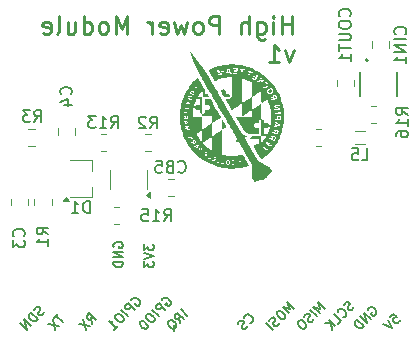
<source format=gbr>
%TF.GenerationSoftware,KiCad,Pcbnew,8.0.8*%
%TF.CreationDate,2025-02-12T11:11:18-05:00*%
%TF.ProjectId,high-power-module,68696768-2d70-46f7-9765-722d6d6f6475,rev?*%
%TF.SameCoordinates,Original*%
%TF.FileFunction,Legend,Bot*%
%TF.FilePolarity,Positive*%
%FSLAX46Y46*%
G04 Gerber Fmt 4.6, Leading zero omitted, Abs format (unit mm)*
G04 Created by KiCad (PCBNEW 8.0.8) date 2025-02-12 11:11:18*
%MOMM*%
%LPD*%
G01*
G04 APERTURE LIST*
%ADD10C,0.150000*%
%ADD11C,0.250000*%
%ADD12C,0.120000*%
%ADD13C,0.000000*%
%ADD14C,0.127000*%
%ADD15C,0.200000*%
G04 APERTURE END LIST*
D10*
X133972459Y-101939903D02*
X133891647Y-101481967D01*
X134295708Y-101616654D02*
X133730022Y-101050969D01*
X133730022Y-101050969D02*
X133514523Y-101266468D01*
X133514523Y-101266468D02*
X133487586Y-101347280D01*
X133487586Y-101347280D02*
X133487586Y-101401155D01*
X133487586Y-101401155D02*
X133514523Y-101481967D01*
X133514523Y-101481967D02*
X133595335Y-101562779D01*
X133595335Y-101562779D02*
X133676147Y-101589717D01*
X133676147Y-101589717D02*
X133730022Y-101589717D01*
X133730022Y-101589717D02*
X133810834Y-101562779D01*
X133810834Y-101562779D02*
X134026334Y-101347280D01*
X133218212Y-101562779D02*
X133406773Y-102505588D01*
X132841088Y-101939903D02*
X133783897Y-102128465D01*
X129888330Y-100970157D02*
X129834456Y-101077906D01*
X129834456Y-101077906D02*
X129699769Y-101212593D01*
X129699769Y-101212593D02*
X129618956Y-101239531D01*
X129618956Y-101239531D02*
X129565081Y-101239531D01*
X129565081Y-101239531D02*
X129484269Y-101212593D01*
X129484269Y-101212593D02*
X129430394Y-101158719D01*
X129430394Y-101158719D02*
X129403457Y-101077906D01*
X129403457Y-101077906D02*
X129403457Y-101024032D01*
X129403457Y-101024032D02*
X129430394Y-100943219D01*
X129430394Y-100943219D02*
X129511207Y-100808532D01*
X129511207Y-100808532D02*
X129538144Y-100727720D01*
X129538144Y-100727720D02*
X129538144Y-100673845D01*
X129538144Y-100673845D02*
X129511207Y-100593033D01*
X129511207Y-100593033D02*
X129457332Y-100539158D01*
X129457332Y-100539158D02*
X129376520Y-100512221D01*
X129376520Y-100512221D02*
X129322645Y-100512221D01*
X129322645Y-100512221D02*
X129241833Y-100539158D01*
X129241833Y-100539158D02*
X129107146Y-100673845D01*
X129107146Y-100673845D02*
X129053271Y-100781595D01*
X129349582Y-101562780D02*
X128783897Y-100997094D01*
X128783897Y-100997094D02*
X128649210Y-101131781D01*
X128649210Y-101131781D02*
X128595335Y-101239531D01*
X128595335Y-101239531D02*
X128595335Y-101347281D01*
X128595335Y-101347281D02*
X128622272Y-101428093D01*
X128622272Y-101428093D02*
X128703084Y-101562780D01*
X128703084Y-101562780D02*
X128783897Y-101643592D01*
X128783897Y-101643592D02*
X128918584Y-101724404D01*
X128918584Y-101724404D02*
X128999396Y-101751342D01*
X128999396Y-101751342D02*
X129107146Y-101751342D01*
X129107146Y-101751342D02*
X129214895Y-101697467D01*
X129214895Y-101697467D02*
X129349582Y-101562780D01*
X128783897Y-102128465D02*
X128218211Y-101562780D01*
X128218211Y-101562780D02*
X128460648Y-102451714D01*
X128460648Y-102451714D02*
X127894962Y-101886029D01*
X157280208Y-100754658D02*
X157307146Y-100673845D01*
X157307146Y-100673845D02*
X157387958Y-100593033D01*
X157387958Y-100593033D02*
X157495707Y-100539158D01*
X157495707Y-100539158D02*
X157603457Y-100539158D01*
X157603457Y-100539158D02*
X157684269Y-100566096D01*
X157684269Y-100566096D02*
X157818956Y-100646908D01*
X157818956Y-100646908D02*
X157899768Y-100727720D01*
X157899768Y-100727720D02*
X157980581Y-100862407D01*
X157980581Y-100862407D02*
X158007518Y-100943219D01*
X158007518Y-100943219D02*
X158007518Y-101050969D01*
X158007518Y-101050969D02*
X157953643Y-101158719D01*
X157953643Y-101158719D02*
X157899768Y-101212594D01*
X157899768Y-101212594D02*
X157792019Y-101266468D01*
X157792019Y-101266468D02*
X157738144Y-101266468D01*
X157738144Y-101266468D02*
X157549582Y-101077906D01*
X157549582Y-101077906D02*
X157657332Y-100970157D01*
X157549582Y-101562780D02*
X156983897Y-100997094D01*
X156983897Y-100997094D02*
X157226333Y-101886029D01*
X157226333Y-101886029D02*
X156660648Y-101320343D01*
X156956959Y-102155402D02*
X156391274Y-101589717D01*
X156391274Y-101589717D02*
X156256587Y-101724404D01*
X156256587Y-101724404D02*
X156202712Y-101832154D01*
X156202712Y-101832154D02*
X156202712Y-101939903D01*
X156202712Y-101939903D02*
X156229650Y-102020715D01*
X156229650Y-102020715D02*
X156310462Y-102155402D01*
X156310462Y-102155402D02*
X156391274Y-102236215D01*
X156391274Y-102236215D02*
X156525961Y-102317027D01*
X156525961Y-102317027D02*
X156606773Y-102343964D01*
X156606773Y-102343964D02*
X156714523Y-102343964D01*
X156714523Y-102343964D02*
X156822272Y-102290089D01*
X156822272Y-102290089D02*
X156956959Y-102155402D01*
X156119329Y-100539158D02*
X156065454Y-100646908D01*
X156065454Y-100646908D02*
X155930767Y-100781595D01*
X155930767Y-100781595D02*
X155849955Y-100808532D01*
X155849955Y-100808532D02*
X155796080Y-100808532D01*
X155796080Y-100808532D02*
X155715268Y-100781595D01*
X155715268Y-100781595D02*
X155661393Y-100727720D01*
X155661393Y-100727720D02*
X155634456Y-100646908D01*
X155634456Y-100646908D02*
X155634456Y-100593033D01*
X155634456Y-100593033D02*
X155661393Y-100512221D01*
X155661393Y-100512221D02*
X155742205Y-100377534D01*
X155742205Y-100377534D02*
X155769143Y-100296722D01*
X155769143Y-100296722D02*
X155769143Y-100242847D01*
X155769143Y-100242847D02*
X155742205Y-100162035D01*
X155742205Y-100162035D02*
X155688330Y-100108160D01*
X155688330Y-100108160D02*
X155607518Y-100081222D01*
X155607518Y-100081222D02*
X155553643Y-100081222D01*
X155553643Y-100081222D02*
X155472831Y-100108160D01*
X155472831Y-100108160D02*
X155338144Y-100242847D01*
X155338144Y-100242847D02*
X155284269Y-100350596D01*
X155203457Y-101401155D02*
X155257332Y-101401155D01*
X155257332Y-101401155D02*
X155365081Y-101347280D01*
X155365081Y-101347280D02*
X155418956Y-101293406D01*
X155418956Y-101293406D02*
X155472831Y-101185656D01*
X155472831Y-101185656D02*
X155472831Y-101077906D01*
X155472831Y-101077906D02*
X155445894Y-100997094D01*
X155445894Y-100997094D02*
X155365081Y-100862407D01*
X155365081Y-100862407D02*
X155284269Y-100781595D01*
X155284269Y-100781595D02*
X155149582Y-100700783D01*
X155149582Y-100700783D02*
X155068770Y-100673845D01*
X155068770Y-100673845D02*
X154961020Y-100673845D01*
X154961020Y-100673845D02*
X154853271Y-100727720D01*
X154853271Y-100727720D02*
X154799396Y-100781595D01*
X154799396Y-100781595D02*
X154745521Y-100889345D01*
X154745521Y-100889345D02*
X154745521Y-100943219D01*
X154745521Y-101966841D02*
X155014895Y-101697467D01*
X155014895Y-101697467D02*
X154449210Y-101131781D01*
X154556959Y-102155402D02*
X153991274Y-101589717D01*
X154233711Y-102478651D02*
X154152898Y-101912966D01*
X153668025Y-101912966D02*
X154314523Y-101912966D01*
X137288330Y-99946536D02*
X137315267Y-99865724D01*
X137315267Y-99865724D02*
X137396080Y-99784911D01*
X137396080Y-99784911D02*
X137503829Y-99731037D01*
X137503829Y-99731037D02*
X137611579Y-99731037D01*
X137611579Y-99731037D02*
X137692391Y-99757974D01*
X137692391Y-99757974D02*
X137827078Y-99838786D01*
X137827078Y-99838786D02*
X137907890Y-99919598D01*
X137907890Y-99919598D02*
X137988702Y-100054285D01*
X137988702Y-100054285D02*
X138015640Y-100135098D01*
X138015640Y-100135098D02*
X138015640Y-100242847D01*
X138015640Y-100242847D02*
X137961765Y-100350597D01*
X137961765Y-100350597D02*
X137907890Y-100404472D01*
X137907890Y-100404472D02*
X137800141Y-100458346D01*
X137800141Y-100458346D02*
X137746266Y-100458346D01*
X137746266Y-100458346D02*
X137557704Y-100269785D01*
X137557704Y-100269785D02*
X137665454Y-100162035D01*
X137557704Y-100754658D02*
X136992019Y-100188972D01*
X136992019Y-100188972D02*
X136776519Y-100404472D01*
X136776519Y-100404472D02*
X136749582Y-100485284D01*
X136749582Y-100485284D02*
X136749582Y-100539159D01*
X136749582Y-100539159D02*
X136776519Y-100619971D01*
X136776519Y-100619971D02*
X136857332Y-100700783D01*
X136857332Y-100700783D02*
X136938144Y-100727720D01*
X136938144Y-100727720D02*
X136992019Y-100727720D01*
X136992019Y-100727720D02*
X137072831Y-100700783D01*
X137072831Y-100700783D02*
X137288330Y-100485284D01*
X136992019Y-101320343D02*
X136426333Y-100754658D01*
X136049210Y-101131781D02*
X135941460Y-101239531D01*
X135941460Y-101239531D02*
X135914523Y-101320343D01*
X135914523Y-101320343D02*
X135914523Y-101428093D01*
X135914523Y-101428093D02*
X135995335Y-101562780D01*
X135995335Y-101562780D02*
X136183897Y-101751341D01*
X136183897Y-101751341D02*
X136318584Y-101832154D01*
X136318584Y-101832154D02*
X136426333Y-101832154D01*
X136426333Y-101832154D02*
X136507146Y-101805216D01*
X136507146Y-101805216D02*
X136614895Y-101697467D01*
X136614895Y-101697467D02*
X136641833Y-101616654D01*
X136641833Y-101616654D02*
X136641833Y-101508905D01*
X136641833Y-101508905D02*
X136561020Y-101374218D01*
X136561020Y-101374218D02*
X136372459Y-101185656D01*
X136372459Y-101185656D02*
X136237772Y-101104844D01*
X136237772Y-101104844D02*
X136130022Y-101104844D01*
X136130022Y-101104844D02*
X136049210Y-101131781D01*
X135833711Y-102478651D02*
X136156960Y-102155402D01*
X135995335Y-102317027D02*
X135429650Y-101751341D01*
X135429650Y-101751341D02*
X135564337Y-101778279D01*
X135564337Y-101778279D02*
X135672086Y-101778279D01*
X135672086Y-101778279D02*
X135752899Y-101751341D01*
X142018956Y-101293406D02*
X141453270Y-100727721D01*
X141426333Y-101886029D02*
X141345521Y-101428093D01*
X141749582Y-101562780D02*
X141183897Y-100997094D01*
X141183897Y-100997094D02*
X140968397Y-101212594D01*
X140968397Y-101212594D02*
X140941460Y-101293406D01*
X140941460Y-101293406D02*
X140941460Y-101347281D01*
X140941460Y-101347281D02*
X140968397Y-101428093D01*
X140968397Y-101428093D02*
X141049210Y-101508905D01*
X141049210Y-101508905D02*
X141130022Y-101535842D01*
X141130022Y-101535842D02*
X141183897Y-101535842D01*
X141183897Y-101535842D02*
X141264709Y-101508905D01*
X141264709Y-101508905D02*
X141480208Y-101293406D01*
X140860648Y-102559464D02*
X140887585Y-102478651D01*
X140887585Y-102478651D02*
X140887585Y-102370902D01*
X140887585Y-102370902D02*
X140887585Y-102209277D01*
X140887585Y-102209277D02*
X140914523Y-102128465D01*
X140914523Y-102128465D02*
X140968397Y-102074590D01*
X141076147Y-102236215D02*
X141103084Y-102155403D01*
X141103084Y-102155403D02*
X141103084Y-102047653D01*
X141103084Y-102047653D02*
X141022272Y-101912966D01*
X141022272Y-101912966D02*
X140833710Y-101724404D01*
X140833710Y-101724404D02*
X140699023Y-101643592D01*
X140699023Y-101643592D02*
X140591274Y-101643592D01*
X140591274Y-101643592D02*
X140510462Y-101670529D01*
X140510462Y-101670529D02*
X140402712Y-101778279D01*
X140402712Y-101778279D02*
X140375775Y-101859091D01*
X140375775Y-101859091D02*
X140375775Y-101966841D01*
X140375775Y-101966841D02*
X140456587Y-102101528D01*
X140456587Y-102101528D02*
X140645149Y-102290090D01*
X140645149Y-102290090D02*
X140779836Y-102370902D01*
X140779836Y-102370902D02*
X140887585Y-102370902D01*
X140887585Y-102370902D02*
X140968397Y-102343964D01*
X140968397Y-102343964D02*
X141076147Y-102236215D01*
X131076148Y-101104843D02*
X130752899Y-101428092D01*
X131480209Y-101832153D02*
X130914523Y-101266468D01*
X130618212Y-101562779D02*
X130806773Y-102505588D01*
X130241088Y-101939903D02*
X131183897Y-102128465D01*
X151038516Y-100673845D02*
X150472831Y-100108160D01*
X150472831Y-100108160D02*
X150688330Y-100700783D01*
X150688330Y-100700783D02*
X150095707Y-100485284D01*
X150095707Y-100485284D02*
X150661393Y-101050969D01*
X149718584Y-100862407D02*
X149610834Y-100970157D01*
X149610834Y-100970157D02*
X149583897Y-101050969D01*
X149583897Y-101050969D02*
X149583897Y-101158719D01*
X149583897Y-101158719D02*
X149664709Y-101293406D01*
X149664709Y-101293406D02*
X149853271Y-101481968D01*
X149853271Y-101481968D02*
X149987958Y-101562780D01*
X149987958Y-101562780D02*
X150095707Y-101562780D01*
X150095707Y-101562780D02*
X150176519Y-101535842D01*
X150176519Y-101535842D02*
X150284269Y-101428093D01*
X150284269Y-101428093D02*
X150311206Y-101347281D01*
X150311206Y-101347281D02*
X150311206Y-101239531D01*
X150311206Y-101239531D02*
X150230394Y-101104844D01*
X150230394Y-101104844D02*
X150041832Y-100916282D01*
X150041832Y-100916282D02*
X149907145Y-100835470D01*
X149907145Y-100835470D02*
X149799396Y-100835470D01*
X149799396Y-100835470D02*
X149718584Y-100862407D01*
X149799396Y-101859091D02*
X149745521Y-101966841D01*
X149745521Y-101966841D02*
X149610834Y-102101528D01*
X149610834Y-102101528D02*
X149530022Y-102128465D01*
X149530022Y-102128465D02*
X149476147Y-102128465D01*
X149476147Y-102128465D02*
X149395335Y-102101528D01*
X149395335Y-102101528D02*
X149341460Y-102047653D01*
X149341460Y-102047653D02*
X149314523Y-101966841D01*
X149314523Y-101966841D02*
X149314523Y-101912966D01*
X149314523Y-101912966D02*
X149341460Y-101832154D01*
X149341460Y-101832154D02*
X149422272Y-101697467D01*
X149422272Y-101697467D02*
X149449210Y-101616654D01*
X149449210Y-101616654D02*
X149449210Y-101562780D01*
X149449210Y-101562780D02*
X149422272Y-101481967D01*
X149422272Y-101481967D02*
X149368398Y-101428093D01*
X149368398Y-101428093D02*
X149287585Y-101401155D01*
X149287585Y-101401155D02*
X149233711Y-101401155D01*
X149233711Y-101401155D02*
X149152898Y-101428093D01*
X149152898Y-101428093D02*
X149018211Y-101562780D01*
X149018211Y-101562780D02*
X148964337Y-101670529D01*
X149260648Y-102451714D02*
X148694962Y-101886029D01*
X147318584Y-101886028D02*
X147372459Y-101886028D01*
X147372459Y-101886028D02*
X147480208Y-101832153D01*
X147480208Y-101832153D02*
X147534083Y-101778279D01*
X147534083Y-101778279D02*
X147587958Y-101670529D01*
X147587958Y-101670529D02*
X147587958Y-101562779D01*
X147587958Y-101562779D02*
X147561021Y-101481967D01*
X147561021Y-101481967D02*
X147480208Y-101347280D01*
X147480208Y-101347280D02*
X147399396Y-101266468D01*
X147399396Y-101266468D02*
X147264709Y-101185656D01*
X147264709Y-101185656D02*
X147183897Y-101158718D01*
X147183897Y-101158718D02*
X147076147Y-101158718D01*
X147076147Y-101158718D02*
X146968398Y-101212593D01*
X146968398Y-101212593D02*
X146914523Y-101266468D01*
X146914523Y-101266468D02*
X146860648Y-101374218D01*
X146860648Y-101374218D02*
X146860648Y-101428092D01*
X147130022Y-102128465D02*
X147076147Y-102236214D01*
X147076147Y-102236214D02*
X146941460Y-102370901D01*
X146941460Y-102370901D02*
X146860648Y-102397839D01*
X146860648Y-102397839D02*
X146806773Y-102397839D01*
X146806773Y-102397839D02*
X146725961Y-102370901D01*
X146725961Y-102370901D02*
X146672086Y-102317027D01*
X146672086Y-102317027D02*
X146645149Y-102236214D01*
X146645149Y-102236214D02*
X146645149Y-102182340D01*
X146645149Y-102182340D02*
X146672086Y-102101527D01*
X146672086Y-102101527D02*
X146752899Y-101966840D01*
X146752899Y-101966840D02*
X146779836Y-101886028D01*
X146779836Y-101886028D02*
X146779836Y-101832153D01*
X146779836Y-101832153D02*
X146752899Y-101751341D01*
X146752899Y-101751341D02*
X146699024Y-101697466D01*
X146699024Y-101697466D02*
X146618212Y-101670529D01*
X146618212Y-101670529D02*
X146564337Y-101670529D01*
X146564337Y-101670529D02*
X146483525Y-101697466D01*
X146483525Y-101697466D02*
X146348838Y-101832153D01*
X146348838Y-101832153D02*
X146294963Y-101939903D01*
X159179836Y-101401155D02*
X159449210Y-101131781D01*
X159449210Y-101131781D02*
X159745521Y-101374218D01*
X159745521Y-101374218D02*
X159691646Y-101374218D01*
X159691646Y-101374218D02*
X159610834Y-101401155D01*
X159610834Y-101401155D02*
X159476147Y-101535842D01*
X159476147Y-101535842D02*
X159449210Y-101616654D01*
X159449210Y-101616654D02*
X159449210Y-101670529D01*
X159449210Y-101670529D02*
X159476147Y-101751341D01*
X159476147Y-101751341D02*
X159610834Y-101886028D01*
X159610834Y-101886028D02*
X159691646Y-101912966D01*
X159691646Y-101912966D02*
X159745521Y-101912966D01*
X159745521Y-101912966D02*
X159826333Y-101886028D01*
X159826333Y-101886028D02*
X159961020Y-101751341D01*
X159961020Y-101751341D02*
X159987958Y-101670529D01*
X159987958Y-101670529D02*
X159987958Y-101616654D01*
X158991274Y-101589717D02*
X159368397Y-102343964D01*
X159368397Y-102343964D02*
X158614150Y-101966841D01*
X153638516Y-100673845D02*
X153072831Y-100108160D01*
X153072831Y-100108160D02*
X153288330Y-100700783D01*
X153288330Y-100700783D02*
X152695707Y-100485284D01*
X152695707Y-100485284D02*
X153261393Y-101050969D01*
X152992019Y-101320343D02*
X152426333Y-100754658D01*
X152722645Y-101535842D02*
X152668770Y-101643592D01*
X152668770Y-101643592D02*
X152534083Y-101778279D01*
X152534083Y-101778279D02*
X152453271Y-101805216D01*
X152453271Y-101805216D02*
X152399396Y-101805216D01*
X152399396Y-101805216D02*
X152318584Y-101778279D01*
X152318584Y-101778279D02*
X152264709Y-101724404D01*
X152264709Y-101724404D02*
X152237772Y-101643592D01*
X152237772Y-101643592D02*
X152237772Y-101589717D01*
X152237772Y-101589717D02*
X152264709Y-101508905D01*
X152264709Y-101508905D02*
X152345521Y-101374218D01*
X152345521Y-101374218D02*
X152372459Y-101293406D01*
X152372459Y-101293406D02*
X152372459Y-101239531D01*
X152372459Y-101239531D02*
X152345521Y-101158719D01*
X152345521Y-101158719D02*
X152291646Y-101104844D01*
X152291646Y-101104844D02*
X152210834Y-101077906D01*
X152210834Y-101077906D02*
X152156959Y-101077906D01*
X152156959Y-101077906D02*
X152076147Y-101104844D01*
X152076147Y-101104844D02*
X151941460Y-101239531D01*
X151941460Y-101239531D02*
X151887585Y-101347280D01*
X151510462Y-101670529D02*
X151402712Y-101778279D01*
X151402712Y-101778279D02*
X151375775Y-101859091D01*
X151375775Y-101859091D02*
X151375775Y-101966841D01*
X151375775Y-101966841D02*
X151456587Y-102101528D01*
X151456587Y-102101528D02*
X151645149Y-102290090D01*
X151645149Y-102290090D02*
X151779836Y-102370902D01*
X151779836Y-102370902D02*
X151887585Y-102370902D01*
X151887585Y-102370902D02*
X151968397Y-102343964D01*
X151968397Y-102343964D02*
X152076147Y-102236215D01*
X152076147Y-102236215D02*
X152103084Y-102155403D01*
X152103084Y-102155403D02*
X152103084Y-102047653D01*
X152103084Y-102047653D02*
X152022272Y-101912966D01*
X152022272Y-101912966D02*
X151833710Y-101724404D01*
X151833710Y-101724404D02*
X151699023Y-101643592D01*
X151699023Y-101643592D02*
X151591274Y-101643592D01*
X151591274Y-101643592D02*
X151510462Y-101670529D01*
X135800390Y-95472744D02*
X135762295Y-95396554D01*
X135762295Y-95396554D02*
X135762295Y-95282268D01*
X135762295Y-95282268D02*
X135800390Y-95167982D01*
X135800390Y-95167982D02*
X135876580Y-95091792D01*
X135876580Y-95091792D02*
X135952771Y-95053697D01*
X135952771Y-95053697D02*
X136105152Y-95015601D01*
X136105152Y-95015601D02*
X136219438Y-95015601D01*
X136219438Y-95015601D02*
X136371819Y-95053697D01*
X136371819Y-95053697D02*
X136448009Y-95091792D01*
X136448009Y-95091792D02*
X136524200Y-95167982D01*
X136524200Y-95167982D02*
X136562295Y-95282268D01*
X136562295Y-95282268D02*
X136562295Y-95358459D01*
X136562295Y-95358459D02*
X136524200Y-95472744D01*
X136524200Y-95472744D02*
X136486104Y-95510840D01*
X136486104Y-95510840D02*
X136219438Y-95510840D01*
X136219438Y-95510840D02*
X136219438Y-95358459D01*
X136562295Y-95853697D02*
X135762295Y-95853697D01*
X135762295Y-95853697D02*
X136562295Y-96310840D01*
X136562295Y-96310840D02*
X135762295Y-96310840D01*
X136562295Y-96691792D02*
X135762295Y-96691792D01*
X135762295Y-96691792D02*
X135762295Y-96882268D01*
X135762295Y-96882268D02*
X135800390Y-96996554D01*
X135800390Y-96996554D02*
X135876580Y-97072744D01*
X135876580Y-97072744D02*
X135952771Y-97110839D01*
X135952771Y-97110839D02*
X136105152Y-97148935D01*
X136105152Y-97148935D02*
X136219438Y-97148935D01*
X136219438Y-97148935D02*
X136371819Y-97110839D01*
X136371819Y-97110839D02*
X136448009Y-97072744D01*
X136448009Y-97072744D02*
X136524200Y-96996554D01*
X136524200Y-96996554D02*
X136562295Y-96882268D01*
X136562295Y-96882268D02*
X136562295Y-96691792D01*
X139888330Y-99946536D02*
X139915267Y-99865724D01*
X139915267Y-99865724D02*
X139996080Y-99784911D01*
X139996080Y-99784911D02*
X140103829Y-99731037D01*
X140103829Y-99731037D02*
X140211579Y-99731037D01*
X140211579Y-99731037D02*
X140292391Y-99757974D01*
X140292391Y-99757974D02*
X140427078Y-99838786D01*
X140427078Y-99838786D02*
X140507890Y-99919598D01*
X140507890Y-99919598D02*
X140588702Y-100054285D01*
X140588702Y-100054285D02*
X140615640Y-100135098D01*
X140615640Y-100135098D02*
X140615640Y-100242847D01*
X140615640Y-100242847D02*
X140561765Y-100350597D01*
X140561765Y-100350597D02*
X140507890Y-100404472D01*
X140507890Y-100404472D02*
X140400141Y-100458346D01*
X140400141Y-100458346D02*
X140346266Y-100458346D01*
X140346266Y-100458346D02*
X140157704Y-100269785D01*
X140157704Y-100269785D02*
X140265454Y-100162035D01*
X140157704Y-100754658D02*
X139592019Y-100188972D01*
X139592019Y-100188972D02*
X139376519Y-100404472D01*
X139376519Y-100404472D02*
X139349582Y-100485284D01*
X139349582Y-100485284D02*
X139349582Y-100539159D01*
X139349582Y-100539159D02*
X139376519Y-100619971D01*
X139376519Y-100619971D02*
X139457332Y-100700783D01*
X139457332Y-100700783D02*
X139538144Y-100727720D01*
X139538144Y-100727720D02*
X139592019Y-100727720D01*
X139592019Y-100727720D02*
X139672831Y-100700783D01*
X139672831Y-100700783D02*
X139888330Y-100485284D01*
X139592019Y-101320343D02*
X139026333Y-100754658D01*
X138649210Y-101131781D02*
X138541460Y-101239531D01*
X138541460Y-101239531D02*
X138514523Y-101320343D01*
X138514523Y-101320343D02*
X138514523Y-101428093D01*
X138514523Y-101428093D02*
X138595335Y-101562780D01*
X138595335Y-101562780D02*
X138783897Y-101751341D01*
X138783897Y-101751341D02*
X138918584Y-101832154D01*
X138918584Y-101832154D02*
X139026333Y-101832154D01*
X139026333Y-101832154D02*
X139107146Y-101805216D01*
X139107146Y-101805216D02*
X139214895Y-101697467D01*
X139214895Y-101697467D02*
X139241833Y-101616654D01*
X139241833Y-101616654D02*
X139241833Y-101508905D01*
X139241833Y-101508905D02*
X139161020Y-101374218D01*
X139161020Y-101374218D02*
X138972459Y-101185656D01*
X138972459Y-101185656D02*
X138837772Y-101104844D01*
X138837772Y-101104844D02*
X138730022Y-101104844D01*
X138730022Y-101104844D02*
X138649210Y-101131781D01*
X138056587Y-101724404D02*
X138002712Y-101778279D01*
X138002712Y-101778279D02*
X137975775Y-101859091D01*
X137975775Y-101859091D02*
X137975775Y-101912966D01*
X137975775Y-101912966D02*
X138002712Y-101993778D01*
X138002712Y-101993778D02*
X138083525Y-102128465D01*
X138083525Y-102128465D02*
X138218212Y-102263152D01*
X138218212Y-102263152D02*
X138352899Y-102343964D01*
X138352899Y-102343964D02*
X138433711Y-102370901D01*
X138433711Y-102370901D02*
X138487586Y-102370901D01*
X138487586Y-102370901D02*
X138568398Y-102343964D01*
X138568398Y-102343964D02*
X138622273Y-102290089D01*
X138622273Y-102290089D02*
X138649210Y-102209277D01*
X138649210Y-102209277D02*
X138649210Y-102155402D01*
X138649210Y-102155402D02*
X138622273Y-102074590D01*
X138622273Y-102074590D02*
X138541460Y-101939903D01*
X138541460Y-101939903D02*
X138406773Y-101805216D01*
X138406773Y-101805216D02*
X138272086Y-101724404D01*
X138272086Y-101724404D02*
X138191274Y-101697466D01*
X138191274Y-101697466D02*
X138137399Y-101697466D01*
X138137399Y-101697466D02*
X138056587Y-101724404D01*
D11*
X150878384Y-77388512D02*
X150878384Y-75888512D01*
X150878384Y-76602798D02*
X150021241Y-76602798D01*
X150021241Y-77388512D02*
X150021241Y-75888512D01*
X149306955Y-77388512D02*
X149306955Y-76388512D01*
X149306955Y-75888512D02*
X149378383Y-75959941D01*
X149378383Y-75959941D02*
X149306955Y-76031369D01*
X149306955Y-76031369D02*
X149235526Y-75959941D01*
X149235526Y-75959941D02*
X149306955Y-75888512D01*
X149306955Y-75888512D02*
X149306955Y-76031369D01*
X147949812Y-76388512D02*
X147949812Y-77602798D01*
X147949812Y-77602798D02*
X148021240Y-77745655D01*
X148021240Y-77745655D02*
X148092669Y-77817084D01*
X148092669Y-77817084D02*
X148235526Y-77888512D01*
X148235526Y-77888512D02*
X148449812Y-77888512D01*
X148449812Y-77888512D02*
X148592669Y-77817084D01*
X147949812Y-77317084D02*
X148092669Y-77388512D01*
X148092669Y-77388512D02*
X148378383Y-77388512D01*
X148378383Y-77388512D02*
X148521240Y-77317084D01*
X148521240Y-77317084D02*
X148592669Y-77245655D01*
X148592669Y-77245655D02*
X148664097Y-77102798D01*
X148664097Y-77102798D02*
X148664097Y-76674226D01*
X148664097Y-76674226D02*
X148592669Y-76531369D01*
X148592669Y-76531369D02*
X148521240Y-76459941D01*
X148521240Y-76459941D02*
X148378383Y-76388512D01*
X148378383Y-76388512D02*
X148092669Y-76388512D01*
X148092669Y-76388512D02*
X147949812Y-76459941D01*
X147235526Y-77388512D02*
X147235526Y-75888512D01*
X146592669Y-77388512D02*
X146592669Y-76602798D01*
X146592669Y-76602798D02*
X146664097Y-76459941D01*
X146664097Y-76459941D02*
X146806954Y-76388512D01*
X146806954Y-76388512D02*
X147021240Y-76388512D01*
X147021240Y-76388512D02*
X147164097Y-76459941D01*
X147164097Y-76459941D02*
X147235526Y-76531369D01*
X144735526Y-77388512D02*
X144735526Y-75888512D01*
X144735526Y-75888512D02*
X144164097Y-75888512D01*
X144164097Y-75888512D02*
X144021240Y-75959941D01*
X144021240Y-75959941D02*
X143949811Y-76031369D01*
X143949811Y-76031369D02*
X143878383Y-76174226D01*
X143878383Y-76174226D02*
X143878383Y-76388512D01*
X143878383Y-76388512D02*
X143949811Y-76531369D01*
X143949811Y-76531369D02*
X144021240Y-76602798D01*
X144021240Y-76602798D02*
X144164097Y-76674226D01*
X144164097Y-76674226D02*
X144735526Y-76674226D01*
X143021240Y-77388512D02*
X143164097Y-77317084D01*
X143164097Y-77317084D02*
X143235526Y-77245655D01*
X143235526Y-77245655D02*
X143306954Y-77102798D01*
X143306954Y-77102798D02*
X143306954Y-76674226D01*
X143306954Y-76674226D02*
X143235526Y-76531369D01*
X143235526Y-76531369D02*
X143164097Y-76459941D01*
X143164097Y-76459941D02*
X143021240Y-76388512D01*
X143021240Y-76388512D02*
X142806954Y-76388512D01*
X142806954Y-76388512D02*
X142664097Y-76459941D01*
X142664097Y-76459941D02*
X142592669Y-76531369D01*
X142592669Y-76531369D02*
X142521240Y-76674226D01*
X142521240Y-76674226D02*
X142521240Y-77102798D01*
X142521240Y-77102798D02*
X142592669Y-77245655D01*
X142592669Y-77245655D02*
X142664097Y-77317084D01*
X142664097Y-77317084D02*
X142806954Y-77388512D01*
X142806954Y-77388512D02*
X143021240Y-77388512D01*
X142021240Y-76388512D02*
X141735526Y-77388512D01*
X141735526Y-77388512D02*
X141449811Y-76674226D01*
X141449811Y-76674226D02*
X141164097Y-77388512D01*
X141164097Y-77388512D02*
X140878383Y-76388512D01*
X139735525Y-77317084D02*
X139878382Y-77388512D01*
X139878382Y-77388512D02*
X140164097Y-77388512D01*
X140164097Y-77388512D02*
X140306954Y-77317084D01*
X140306954Y-77317084D02*
X140378382Y-77174226D01*
X140378382Y-77174226D02*
X140378382Y-76602798D01*
X140378382Y-76602798D02*
X140306954Y-76459941D01*
X140306954Y-76459941D02*
X140164097Y-76388512D01*
X140164097Y-76388512D02*
X139878382Y-76388512D01*
X139878382Y-76388512D02*
X139735525Y-76459941D01*
X139735525Y-76459941D02*
X139664097Y-76602798D01*
X139664097Y-76602798D02*
X139664097Y-76745655D01*
X139664097Y-76745655D02*
X140378382Y-76888512D01*
X139021240Y-77388512D02*
X139021240Y-76388512D01*
X139021240Y-76674226D02*
X138949811Y-76531369D01*
X138949811Y-76531369D02*
X138878383Y-76459941D01*
X138878383Y-76459941D02*
X138735525Y-76388512D01*
X138735525Y-76388512D02*
X138592668Y-76388512D01*
X136949812Y-77388512D02*
X136949812Y-75888512D01*
X136949812Y-75888512D02*
X136449812Y-76959941D01*
X136449812Y-76959941D02*
X135949812Y-75888512D01*
X135949812Y-75888512D02*
X135949812Y-77388512D01*
X135021240Y-77388512D02*
X135164097Y-77317084D01*
X135164097Y-77317084D02*
X135235526Y-77245655D01*
X135235526Y-77245655D02*
X135306954Y-77102798D01*
X135306954Y-77102798D02*
X135306954Y-76674226D01*
X135306954Y-76674226D02*
X135235526Y-76531369D01*
X135235526Y-76531369D02*
X135164097Y-76459941D01*
X135164097Y-76459941D02*
X135021240Y-76388512D01*
X135021240Y-76388512D02*
X134806954Y-76388512D01*
X134806954Y-76388512D02*
X134664097Y-76459941D01*
X134664097Y-76459941D02*
X134592669Y-76531369D01*
X134592669Y-76531369D02*
X134521240Y-76674226D01*
X134521240Y-76674226D02*
X134521240Y-77102798D01*
X134521240Y-77102798D02*
X134592669Y-77245655D01*
X134592669Y-77245655D02*
X134664097Y-77317084D01*
X134664097Y-77317084D02*
X134806954Y-77388512D01*
X134806954Y-77388512D02*
X135021240Y-77388512D01*
X133235526Y-77388512D02*
X133235526Y-75888512D01*
X133235526Y-77317084D02*
X133378383Y-77388512D01*
X133378383Y-77388512D02*
X133664097Y-77388512D01*
X133664097Y-77388512D02*
X133806954Y-77317084D01*
X133806954Y-77317084D02*
X133878383Y-77245655D01*
X133878383Y-77245655D02*
X133949811Y-77102798D01*
X133949811Y-77102798D02*
X133949811Y-76674226D01*
X133949811Y-76674226D02*
X133878383Y-76531369D01*
X133878383Y-76531369D02*
X133806954Y-76459941D01*
X133806954Y-76459941D02*
X133664097Y-76388512D01*
X133664097Y-76388512D02*
X133378383Y-76388512D01*
X133378383Y-76388512D02*
X133235526Y-76459941D01*
X131878383Y-76388512D02*
X131878383Y-77388512D01*
X132521240Y-76388512D02*
X132521240Y-77174226D01*
X132521240Y-77174226D02*
X132449811Y-77317084D01*
X132449811Y-77317084D02*
X132306954Y-77388512D01*
X132306954Y-77388512D02*
X132092668Y-77388512D01*
X132092668Y-77388512D02*
X131949811Y-77317084D01*
X131949811Y-77317084D02*
X131878383Y-77245655D01*
X130949811Y-77388512D02*
X131092668Y-77317084D01*
X131092668Y-77317084D02*
X131164097Y-77174226D01*
X131164097Y-77174226D02*
X131164097Y-75888512D01*
X129806954Y-77317084D02*
X129949811Y-77388512D01*
X129949811Y-77388512D02*
X130235526Y-77388512D01*
X130235526Y-77388512D02*
X130378383Y-77317084D01*
X130378383Y-77317084D02*
X130449811Y-77174226D01*
X130449811Y-77174226D02*
X130449811Y-76602798D01*
X130449811Y-76602798D02*
X130378383Y-76459941D01*
X130378383Y-76459941D02*
X130235526Y-76388512D01*
X130235526Y-76388512D02*
X129949811Y-76388512D01*
X129949811Y-76388512D02*
X129806954Y-76459941D01*
X129806954Y-76459941D02*
X129735526Y-76602798D01*
X129735526Y-76602798D02*
X129735526Y-76745655D01*
X129735526Y-76745655D02*
X130449811Y-76888512D01*
X151021241Y-78803428D02*
X150664098Y-79803428D01*
X150664098Y-79803428D02*
X150306955Y-78803428D01*
X148949812Y-79803428D02*
X149806955Y-79803428D01*
X149378384Y-79803428D02*
X149378384Y-78303428D01*
X149378384Y-78303428D02*
X149521241Y-78517714D01*
X149521241Y-78517714D02*
X149664098Y-78660571D01*
X149664098Y-78660571D02*
X149806955Y-78732000D01*
D10*
X138362295Y-95206077D02*
X138362295Y-95701315D01*
X138362295Y-95701315D02*
X138667057Y-95434649D01*
X138667057Y-95434649D02*
X138667057Y-95548934D01*
X138667057Y-95548934D02*
X138705152Y-95625125D01*
X138705152Y-95625125D02*
X138743247Y-95663220D01*
X138743247Y-95663220D02*
X138819438Y-95701315D01*
X138819438Y-95701315D02*
X139009914Y-95701315D01*
X139009914Y-95701315D02*
X139086104Y-95663220D01*
X139086104Y-95663220D02*
X139124200Y-95625125D01*
X139124200Y-95625125D02*
X139162295Y-95548934D01*
X139162295Y-95548934D02*
X139162295Y-95320363D01*
X139162295Y-95320363D02*
X139124200Y-95244172D01*
X139124200Y-95244172D02*
X139086104Y-95206077D01*
X138362295Y-95929887D02*
X139162295Y-96196554D01*
X139162295Y-96196554D02*
X138362295Y-96463220D01*
X138362295Y-96653696D02*
X138362295Y-97148934D01*
X138362295Y-97148934D02*
X138667057Y-96882268D01*
X138667057Y-96882268D02*
X138667057Y-96996553D01*
X138667057Y-96996553D02*
X138705152Y-97072744D01*
X138705152Y-97072744D02*
X138743247Y-97110839D01*
X138743247Y-97110839D02*
X138819438Y-97148934D01*
X138819438Y-97148934D02*
X139009914Y-97148934D01*
X139009914Y-97148934D02*
X139086104Y-97110839D01*
X139086104Y-97110839D02*
X139124200Y-97072744D01*
X139124200Y-97072744D02*
X139162295Y-96996553D01*
X139162295Y-96996553D02*
X139162295Y-96767982D01*
X139162295Y-96767982D02*
X139124200Y-96691791D01*
X139124200Y-96691791D02*
X139086104Y-96653696D01*
X141266666Y-89059580D02*
X141314285Y-89107200D01*
X141314285Y-89107200D02*
X141457142Y-89154819D01*
X141457142Y-89154819D02*
X141552380Y-89154819D01*
X141552380Y-89154819D02*
X141695237Y-89107200D01*
X141695237Y-89107200D02*
X141790475Y-89011961D01*
X141790475Y-89011961D02*
X141838094Y-88916723D01*
X141838094Y-88916723D02*
X141885713Y-88726247D01*
X141885713Y-88726247D02*
X141885713Y-88583390D01*
X141885713Y-88583390D02*
X141838094Y-88392914D01*
X141838094Y-88392914D02*
X141790475Y-88297676D01*
X141790475Y-88297676D02*
X141695237Y-88202438D01*
X141695237Y-88202438D02*
X141552380Y-88154819D01*
X141552380Y-88154819D02*
X141457142Y-88154819D01*
X141457142Y-88154819D02*
X141314285Y-88202438D01*
X141314285Y-88202438D02*
X141266666Y-88250057D01*
X140504761Y-88631009D02*
X140361904Y-88678628D01*
X140361904Y-88678628D02*
X140314285Y-88726247D01*
X140314285Y-88726247D02*
X140266666Y-88821485D01*
X140266666Y-88821485D02*
X140266666Y-88964342D01*
X140266666Y-88964342D02*
X140314285Y-89059580D01*
X140314285Y-89059580D02*
X140361904Y-89107200D01*
X140361904Y-89107200D02*
X140457142Y-89154819D01*
X140457142Y-89154819D02*
X140838094Y-89154819D01*
X140838094Y-89154819D02*
X140838094Y-88154819D01*
X140838094Y-88154819D02*
X140504761Y-88154819D01*
X140504761Y-88154819D02*
X140409523Y-88202438D01*
X140409523Y-88202438D02*
X140361904Y-88250057D01*
X140361904Y-88250057D02*
X140314285Y-88345295D01*
X140314285Y-88345295D02*
X140314285Y-88440533D01*
X140314285Y-88440533D02*
X140361904Y-88535771D01*
X140361904Y-88535771D02*
X140409523Y-88583390D01*
X140409523Y-88583390D02*
X140504761Y-88631009D01*
X140504761Y-88631009D02*
X140838094Y-88631009D01*
X139361904Y-88154819D02*
X139838094Y-88154819D01*
X139838094Y-88154819D02*
X139885713Y-88631009D01*
X139885713Y-88631009D02*
X139838094Y-88583390D01*
X139838094Y-88583390D02*
X139742856Y-88535771D01*
X139742856Y-88535771D02*
X139504761Y-88535771D01*
X139504761Y-88535771D02*
X139409523Y-88583390D01*
X139409523Y-88583390D02*
X139361904Y-88631009D01*
X139361904Y-88631009D02*
X139314285Y-88726247D01*
X139314285Y-88726247D02*
X139314285Y-88964342D01*
X139314285Y-88964342D02*
X139361904Y-89059580D01*
X139361904Y-89059580D02*
X139409523Y-89107200D01*
X139409523Y-89107200D02*
X139504761Y-89154819D01*
X139504761Y-89154819D02*
X139742856Y-89154819D01*
X139742856Y-89154819D02*
X139838094Y-89107200D01*
X139838094Y-89107200D02*
X139885713Y-89059580D01*
X135542857Y-85354819D02*
X135876190Y-84878628D01*
X136114285Y-85354819D02*
X136114285Y-84354819D01*
X136114285Y-84354819D02*
X135733333Y-84354819D01*
X135733333Y-84354819D02*
X135638095Y-84402438D01*
X135638095Y-84402438D02*
X135590476Y-84450057D01*
X135590476Y-84450057D02*
X135542857Y-84545295D01*
X135542857Y-84545295D02*
X135542857Y-84688152D01*
X135542857Y-84688152D02*
X135590476Y-84783390D01*
X135590476Y-84783390D02*
X135638095Y-84831009D01*
X135638095Y-84831009D02*
X135733333Y-84878628D01*
X135733333Y-84878628D02*
X136114285Y-84878628D01*
X134590476Y-85354819D02*
X135161904Y-85354819D01*
X134876190Y-85354819D02*
X134876190Y-84354819D01*
X134876190Y-84354819D02*
X134971428Y-84497676D01*
X134971428Y-84497676D02*
X135066666Y-84592914D01*
X135066666Y-84592914D02*
X135161904Y-84640533D01*
X134257142Y-84354819D02*
X133638095Y-84354819D01*
X133638095Y-84354819D02*
X133971428Y-84735771D01*
X133971428Y-84735771D02*
X133828571Y-84735771D01*
X133828571Y-84735771D02*
X133733333Y-84783390D01*
X133733333Y-84783390D02*
X133685714Y-84831009D01*
X133685714Y-84831009D02*
X133638095Y-84926247D01*
X133638095Y-84926247D02*
X133638095Y-85164342D01*
X133638095Y-85164342D02*
X133685714Y-85259580D01*
X133685714Y-85259580D02*
X133733333Y-85307200D01*
X133733333Y-85307200D02*
X133828571Y-85354819D01*
X133828571Y-85354819D02*
X134114285Y-85354819D01*
X134114285Y-85354819D02*
X134209523Y-85307200D01*
X134209523Y-85307200D02*
X134257142Y-85259580D01*
X138866666Y-85404819D02*
X139199999Y-84928628D01*
X139438094Y-85404819D02*
X139438094Y-84404819D01*
X139438094Y-84404819D02*
X139057142Y-84404819D01*
X139057142Y-84404819D02*
X138961904Y-84452438D01*
X138961904Y-84452438D02*
X138914285Y-84500057D01*
X138914285Y-84500057D02*
X138866666Y-84595295D01*
X138866666Y-84595295D02*
X138866666Y-84738152D01*
X138866666Y-84738152D02*
X138914285Y-84833390D01*
X138914285Y-84833390D02*
X138961904Y-84881009D01*
X138961904Y-84881009D02*
X139057142Y-84928628D01*
X139057142Y-84928628D02*
X139438094Y-84928628D01*
X138485713Y-84500057D02*
X138438094Y-84452438D01*
X138438094Y-84452438D02*
X138342856Y-84404819D01*
X138342856Y-84404819D02*
X138104761Y-84404819D01*
X138104761Y-84404819D02*
X138009523Y-84452438D01*
X138009523Y-84452438D02*
X137961904Y-84500057D01*
X137961904Y-84500057D02*
X137914285Y-84595295D01*
X137914285Y-84595295D02*
X137914285Y-84690533D01*
X137914285Y-84690533D02*
X137961904Y-84833390D01*
X137961904Y-84833390D02*
X138533332Y-85404819D01*
X138533332Y-85404819D02*
X137914285Y-85404819D01*
X129066666Y-84854819D02*
X129399999Y-84378628D01*
X129638094Y-84854819D02*
X129638094Y-83854819D01*
X129638094Y-83854819D02*
X129257142Y-83854819D01*
X129257142Y-83854819D02*
X129161904Y-83902438D01*
X129161904Y-83902438D02*
X129114285Y-83950057D01*
X129114285Y-83950057D02*
X129066666Y-84045295D01*
X129066666Y-84045295D02*
X129066666Y-84188152D01*
X129066666Y-84188152D02*
X129114285Y-84283390D01*
X129114285Y-84283390D02*
X129161904Y-84331009D01*
X129161904Y-84331009D02*
X129257142Y-84378628D01*
X129257142Y-84378628D02*
X129638094Y-84378628D01*
X128733332Y-83854819D02*
X128114285Y-83854819D01*
X128114285Y-83854819D02*
X128447618Y-84235771D01*
X128447618Y-84235771D02*
X128304761Y-84235771D01*
X128304761Y-84235771D02*
X128209523Y-84283390D01*
X128209523Y-84283390D02*
X128161904Y-84331009D01*
X128161904Y-84331009D02*
X128114285Y-84426247D01*
X128114285Y-84426247D02*
X128114285Y-84664342D01*
X128114285Y-84664342D02*
X128161904Y-84759580D01*
X128161904Y-84759580D02*
X128209523Y-84807200D01*
X128209523Y-84807200D02*
X128304761Y-84854819D01*
X128304761Y-84854819D02*
X128590475Y-84854819D01*
X128590475Y-84854819D02*
X128685713Y-84807200D01*
X128685713Y-84807200D02*
X128733332Y-84759580D01*
X160459580Y-77421428D02*
X160507200Y-77373809D01*
X160507200Y-77373809D02*
X160554819Y-77230952D01*
X160554819Y-77230952D02*
X160554819Y-77135714D01*
X160554819Y-77135714D02*
X160507200Y-76992857D01*
X160507200Y-76992857D02*
X160411961Y-76897619D01*
X160411961Y-76897619D02*
X160316723Y-76850000D01*
X160316723Y-76850000D02*
X160126247Y-76802381D01*
X160126247Y-76802381D02*
X159983390Y-76802381D01*
X159983390Y-76802381D02*
X159792914Y-76850000D01*
X159792914Y-76850000D02*
X159697676Y-76897619D01*
X159697676Y-76897619D02*
X159602438Y-76992857D01*
X159602438Y-76992857D02*
X159554819Y-77135714D01*
X159554819Y-77135714D02*
X159554819Y-77230952D01*
X159554819Y-77230952D02*
X159602438Y-77373809D01*
X159602438Y-77373809D02*
X159650057Y-77421428D01*
X160554819Y-77850000D02*
X159554819Y-77850000D01*
X160554819Y-78326190D02*
X159554819Y-78326190D01*
X159554819Y-78326190D02*
X160554819Y-78897618D01*
X160554819Y-78897618D02*
X159554819Y-78897618D01*
X160554819Y-79897618D02*
X160554819Y-79326190D01*
X160554819Y-79611904D02*
X159554819Y-79611904D01*
X159554819Y-79611904D02*
X159697676Y-79516666D01*
X159697676Y-79516666D02*
X159792914Y-79421428D01*
X159792914Y-79421428D02*
X159840533Y-79326190D01*
X133738094Y-92554819D02*
X133738094Y-91554819D01*
X133738094Y-91554819D02*
X133499999Y-91554819D01*
X133499999Y-91554819D02*
X133357142Y-91602438D01*
X133357142Y-91602438D02*
X133261904Y-91697676D01*
X133261904Y-91697676D02*
X133214285Y-91792914D01*
X133214285Y-91792914D02*
X133166666Y-91983390D01*
X133166666Y-91983390D02*
X133166666Y-92126247D01*
X133166666Y-92126247D02*
X133214285Y-92316723D01*
X133214285Y-92316723D02*
X133261904Y-92411961D01*
X133261904Y-92411961D02*
X133357142Y-92507200D01*
X133357142Y-92507200D02*
X133499999Y-92554819D01*
X133499999Y-92554819D02*
X133738094Y-92554819D01*
X132214285Y-92554819D02*
X132785713Y-92554819D01*
X132499999Y-92554819D02*
X132499999Y-91554819D01*
X132499999Y-91554819D02*
X132595237Y-91697676D01*
X132595237Y-91697676D02*
X132690475Y-91792914D01*
X132690475Y-91792914D02*
X132785713Y-91840533D01*
X160704819Y-84257142D02*
X160228628Y-83923809D01*
X160704819Y-83685714D02*
X159704819Y-83685714D01*
X159704819Y-83685714D02*
X159704819Y-84066666D01*
X159704819Y-84066666D02*
X159752438Y-84161904D01*
X159752438Y-84161904D02*
X159800057Y-84209523D01*
X159800057Y-84209523D02*
X159895295Y-84257142D01*
X159895295Y-84257142D02*
X160038152Y-84257142D01*
X160038152Y-84257142D02*
X160133390Y-84209523D01*
X160133390Y-84209523D02*
X160181009Y-84161904D01*
X160181009Y-84161904D02*
X160228628Y-84066666D01*
X160228628Y-84066666D02*
X160228628Y-83685714D01*
X160704819Y-85209523D02*
X160704819Y-84638095D01*
X160704819Y-84923809D02*
X159704819Y-84923809D01*
X159704819Y-84923809D02*
X159847676Y-84828571D01*
X159847676Y-84828571D02*
X159942914Y-84733333D01*
X159942914Y-84733333D02*
X159990533Y-84638095D01*
X159704819Y-86066666D02*
X159704819Y-85876190D01*
X159704819Y-85876190D02*
X159752438Y-85780952D01*
X159752438Y-85780952D02*
X159800057Y-85733333D01*
X159800057Y-85733333D02*
X159942914Y-85638095D01*
X159942914Y-85638095D02*
X160133390Y-85590476D01*
X160133390Y-85590476D02*
X160514342Y-85590476D01*
X160514342Y-85590476D02*
X160609580Y-85638095D01*
X160609580Y-85638095D02*
X160657200Y-85685714D01*
X160657200Y-85685714D02*
X160704819Y-85780952D01*
X160704819Y-85780952D02*
X160704819Y-85971428D01*
X160704819Y-85971428D02*
X160657200Y-86066666D01*
X160657200Y-86066666D02*
X160609580Y-86114285D01*
X160609580Y-86114285D02*
X160514342Y-86161904D01*
X160514342Y-86161904D02*
X160276247Y-86161904D01*
X160276247Y-86161904D02*
X160181009Y-86114285D01*
X160181009Y-86114285D02*
X160133390Y-86066666D01*
X160133390Y-86066666D02*
X160085771Y-85971428D01*
X160085771Y-85971428D02*
X160085771Y-85780952D01*
X160085771Y-85780952D02*
X160133390Y-85685714D01*
X160133390Y-85685714D02*
X160181009Y-85638095D01*
X160181009Y-85638095D02*
X160276247Y-85590476D01*
X132159580Y-82533333D02*
X132207200Y-82485714D01*
X132207200Y-82485714D02*
X132254819Y-82342857D01*
X132254819Y-82342857D02*
X132254819Y-82247619D01*
X132254819Y-82247619D02*
X132207200Y-82104762D01*
X132207200Y-82104762D02*
X132111961Y-82009524D01*
X132111961Y-82009524D02*
X132016723Y-81961905D01*
X132016723Y-81961905D02*
X131826247Y-81914286D01*
X131826247Y-81914286D02*
X131683390Y-81914286D01*
X131683390Y-81914286D02*
X131492914Y-81961905D01*
X131492914Y-81961905D02*
X131397676Y-82009524D01*
X131397676Y-82009524D02*
X131302438Y-82104762D01*
X131302438Y-82104762D02*
X131254819Y-82247619D01*
X131254819Y-82247619D02*
X131254819Y-82342857D01*
X131254819Y-82342857D02*
X131302438Y-82485714D01*
X131302438Y-82485714D02*
X131350057Y-82533333D01*
X131588152Y-83390476D02*
X132254819Y-83390476D01*
X131207200Y-83152381D02*
X131921485Y-82914286D01*
X131921485Y-82914286D02*
X131921485Y-83533333D01*
X140042857Y-93254819D02*
X140376190Y-92778628D01*
X140614285Y-93254819D02*
X140614285Y-92254819D01*
X140614285Y-92254819D02*
X140233333Y-92254819D01*
X140233333Y-92254819D02*
X140138095Y-92302438D01*
X140138095Y-92302438D02*
X140090476Y-92350057D01*
X140090476Y-92350057D02*
X140042857Y-92445295D01*
X140042857Y-92445295D02*
X140042857Y-92588152D01*
X140042857Y-92588152D02*
X140090476Y-92683390D01*
X140090476Y-92683390D02*
X140138095Y-92731009D01*
X140138095Y-92731009D02*
X140233333Y-92778628D01*
X140233333Y-92778628D02*
X140614285Y-92778628D01*
X139090476Y-93254819D02*
X139661904Y-93254819D01*
X139376190Y-93254819D02*
X139376190Y-92254819D01*
X139376190Y-92254819D02*
X139471428Y-92397676D01*
X139471428Y-92397676D02*
X139566666Y-92492914D01*
X139566666Y-92492914D02*
X139661904Y-92540533D01*
X138185714Y-92254819D02*
X138661904Y-92254819D01*
X138661904Y-92254819D02*
X138709523Y-92731009D01*
X138709523Y-92731009D02*
X138661904Y-92683390D01*
X138661904Y-92683390D02*
X138566666Y-92635771D01*
X138566666Y-92635771D02*
X138328571Y-92635771D01*
X138328571Y-92635771D02*
X138233333Y-92683390D01*
X138233333Y-92683390D02*
X138185714Y-92731009D01*
X138185714Y-92731009D02*
X138138095Y-92826247D01*
X138138095Y-92826247D02*
X138138095Y-93064342D01*
X138138095Y-93064342D02*
X138185714Y-93159580D01*
X138185714Y-93159580D02*
X138233333Y-93207200D01*
X138233333Y-93207200D02*
X138328571Y-93254819D01*
X138328571Y-93254819D02*
X138566666Y-93254819D01*
X138566666Y-93254819D02*
X138661904Y-93207200D01*
X138661904Y-93207200D02*
X138709523Y-93159580D01*
X128159580Y-94533333D02*
X128207200Y-94485714D01*
X128207200Y-94485714D02*
X128254819Y-94342857D01*
X128254819Y-94342857D02*
X128254819Y-94247619D01*
X128254819Y-94247619D02*
X128207200Y-94104762D01*
X128207200Y-94104762D02*
X128111961Y-94009524D01*
X128111961Y-94009524D02*
X128016723Y-93961905D01*
X128016723Y-93961905D02*
X127826247Y-93914286D01*
X127826247Y-93914286D02*
X127683390Y-93914286D01*
X127683390Y-93914286D02*
X127492914Y-93961905D01*
X127492914Y-93961905D02*
X127397676Y-94009524D01*
X127397676Y-94009524D02*
X127302438Y-94104762D01*
X127302438Y-94104762D02*
X127254819Y-94247619D01*
X127254819Y-94247619D02*
X127254819Y-94342857D01*
X127254819Y-94342857D02*
X127302438Y-94485714D01*
X127302438Y-94485714D02*
X127350057Y-94533333D01*
X127254819Y-94866667D02*
X127254819Y-95485714D01*
X127254819Y-95485714D02*
X127635771Y-95152381D01*
X127635771Y-95152381D02*
X127635771Y-95295238D01*
X127635771Y-95295238D02*
X127683390Y-95390476D01*
X127683390Y-95390476D02*
X127731009Y-95438095D01*
X127731009Y-95438095D02*
X127826247Y-95485714D01*
X127826247Y-95485714D02*
X128064342Y-95485714D01*
X128064342Y-95485714D02*
X128159580Y-95438095D01*
X128159580Y-95438095D02*
X128207200Y-95390476D01*
X128207200Y-95390476D02*
X128254819Y-95295238D01*
X128254819Y-95295238D02*
X128254819Y-95009524D01*
X128254819Y-95009524D02*
X128207200Y-94914286D01*
X128207200Y-94914286D02*
X128159580Y-94866667D01*
X130254819Y-94383333D02*
X129778628Y-94050000D01*
X130254819Y-93811905D02*
X129254819Y-93811905D01*
X129254819Y-93811905D02*
X129254819Y-94192857D01*
X129254819Y-94192857D02*
X129302438Y-94288095D01*
X129302438Y-94288095D02*
X129350057Y-94335714D01*
X129350057Y-94335714D02*
X129445295Y-94383333D01*
X129445295Y-94383333D02*
X129588152Y-94383333D01*
X129588152Y-94383333D02*
X129683390Y-94335714D01*
X129683390Y-94335714D02*
X129731009Y-94288095D01*
X129731009Y-94288095D02*
X129778628Y-94192857D01*
X129778628Y-94192857D02*
X129778628Y-93811905D01*
X130254819Y-95335714D02*
X130254819Y-94764286D01*
X130254819Y-95050000D02*
X129254819Y-95050000D01*
X129254819Y-95050000D02*
X129397676Y-94954762D01*
X129397676Y-94954762D02*
X129492914Y-94859524D01*
X129492914Y-94859524D02*
X129540533Y-94764286D01*
X155759580Y-75904761D02*
X155807200Y-75857142D01*
X155807200Y-75857142D02*
X155854819Y-75714285D01*
X155854819Y-75714285D02*
X155854819Y-75619047D01*
X155854819Y-75619047D02*
X155807200Y-75476190D01*
X155807200Y-75476190D02*
X155711961Y-75380952D01*
X155711961Y-75380952D02*
X155616723Y-75333333D01*
X155616723Y-75333333D02*
X155426247Y-75285714D01*
X155426247Y-75285714D02*
X155283390Y-75285714D01*
X155283390Y-75285714D02*
X155092914Y-75333333D01*
X155092914Y-75333333D02*
X154997676Y-75380952D01*
X154997676Y-75380952D02*
X154902438Y-75476190D01*
X154902438Y-75476190D02*
X154854819Y-75619047D01*
X154854819Y-75619047D02*
X154854819Y-75714285D01*
X154854819Y-75714285D02*
X154902438Y-75857142D01*
X154902438Y-75857142D02*
X154950057Y-75904761D01*
X154854819Y-76523809D02*
X154854819Y-76714285D01*
X154854819Y-76714285D02*
X154902438Y-76809523D01*
X154902438Y-76809523D02*
X154997676Y-76904761D01*
X154997676Y-76904761D02*
X155188152Y-76952380D01*
X155188152Y-76952380D02*
X155521485Y-76952380D01*
X155521485Y-76952380D02*
X155711961Y-76904761D01*
X155711961Y-76904761D02*
X155807200Y-76809523D01*
X155807200Y-76809523D02*
X155854819Y-76714285D01*
X155854819Y-76714285D02*
X155854819Y-76523809D01*
X155854819Y-76523809D02*
X155807200Y-76428571D01*
X155807200Y-76428571D02*
X155711961Y-76333333D01*
X155711961Y-76333333D02*
X155521485Y-76285714D01*
X155521485Y-76285714D02*
X155188152Y-76285714D01*
X155188152Y-76285714D02*
X154997676Y-76333333D01*
X154997676Y-76333333D02*
X154902438Y-76428571D01*
X154902438Y-76428571D02*
X154854819Y-76523809D01*
X154854819Y-77380952D02*
X155664342Y-77380952D01*
X155664342Y-77380952D02*
X155759580Y-77428571D01*
X155759580Y-77428571D02*
X155807200Y-77476190D01*
X155807200Y-77476190D02*
X155854819Y-77571428D01*
X155854819Y-77571428D02*
X155854819Y-77761904D01*
X155854819Y-77761904D02*
X155807200Y-77857142D01*
X155807200Y-77857142D02*
X155759580Y-77904761D01*
X155759580Y-77904761D02*
X155664342Y-77952380D01*
X155664342Y-77952380D02*
X154854819Y-77952380D01*
X154854819Y-78285714D02*
X154854819Y-78857142D01*
X155854819Y-78571428D02*
X154854819Y-78571428D01*
X155854819Y-79714285D02*
X155854819Y-79142857D01*
X155854819Y-79428571D02*
X154854819Y-79428571D01*
X154854819Y-79428571D02*
X154997676Y-79333333D01*
X154997676Y-79333333D02*
X155092914Y-79238095D01*
X155092914Y-79238095D02*
X155140533Y-79142857D01*
X156791666Y-88104819D02*
X157267856Y-88104819D01*
X157267856Y-88104819D02*
X157267856Y-87104819D01*
X155982142Y-87104819D02*
X156458332Y-87104819D01*
X156458332Y-87104819D02*
X156505951Y-87581009D01*
X156505951Y-87581009D02*
X156458332Y-87533390D01*
X156458332Y-87533390D02*
X156363094Y-87485771D01*
X156363094Y-87485771D02*
X156124999Y-87485771D01*
X156124999Y-87485771D02*
X156029761Y-87533390D01*
X156029761Y-87533390D02*
X155982142Y-87581009D01*
X155982142Y-87581009D02*
X155934523Y-87676247D01*
X155934523Y-87676247D02*
X155934523Y-87914342D01*
X155934523Y-87914342D02*
X155982142Y-88009580D01*
X155982142Y-88009580D02*
X156029761Y-88057200D01*
X156029761Y-88057200D02*
X156124999Y-88104819D01*
X156124999Y-88104819D02*
X156363094Y-88104819D01*
X156363094Y-88104819D02*
X156458332Y-88057200D01*
X156458332Y-88057200D02*
X156505951Y-88009580D01*
D12*
%TO.C,CB5*%
X140898752Y-89665000D02*
X140376248Y-89665000D01*
X140898752Y-91135000D02*
X140376248Y-91135000D01*
%TO.C,R13*%
X135127064Y-85865000D02*
X134672936Y-85865000D01*
X135127064Y-87335000D02*
X134672936Y-87335000D01*
%TO.C,R2*%
X138472936Y-85865000D02*
X138927064Y-85865000D01*
X138472936Y-87335000D02*
X138927064Y-87335000D01*
D13*
%TO.C,G\u002A\u002A\u002A*%
G36*
X145806734Y-86048316D02*
G01*
X145810773Y-86055840D01*
X145810614Y-86057080D01*
X145805217Y-86061067D01*
X145802562Y-86060007D01*
X145799661Y-86052406D01*
X145800461Y-86048438D01*
X145805217Y-86047178D01*
X145806734Y-86048316D01*
G37*
G36*
X142877200Y-86888206D02*
G01*
X142874660Y-86897321D01*
X142867522Y-86913694D01*
X142855369Y-86938542D01*
X142827176Y-86994723D01*
X142796139Y-86958138D01*
X142790129Y-86950972D01*
X142777714Y-86935547D01*
X142769528Y-86924443D01*
X142767104Y-86919691D01*
X142768077Y-86919195D01*
X142777259Y-86915859D01*
X142794386Y-86910171D01*
X142817470Y-86902771D01*
X142844522Y-86894299D01*
X142873556Y-86885395D01*
X142875558Y-86885130D01*
X142877200Y-86888206D01*
G37*
G36*
X141987419Y-84376112D02*
G01*
X141999651Y-84386056D01*
X142004616Y-84391907D01*
X142009288Y-84400430D01*
X142012246Y-84412156D01*
X142014084Y-84429721D01*
X142015399Y-84455761D01*
X142017620Y-84511067D01*
X141966312Y-84511067D01*
X141915003Y-84511067D01*
X141917308Y-84458357D01*
X141917419Y-84455927D01*
X141920178Y-84423492D01*
X141925432Y-84400482D01*
X141933992Y-84385429D01*
X141946672Y-84376860D01*
X141964282Y-84373307D01*
X141973267Y-84373002D01*
X141987419Y-84376112D01*
G37*
G36*
X143142143Y-87100531D02*
G01*
X143167853Y-87116825D01*
X143196627Y-87143782D01*
X143213037Y-87161261D01*
X143177343Y-87197275D01*
X143169196Y-87205413D01*
X143154406Y-87219717D01*
X143143528Y-87229601D01*
X143138479Y-87233290D01*
X143135768Y-87231805D01*
X143126953Y-87223998D01*
X143114739Y-87211672D01*
X143101461Y-87197302D01*
X143089449Y-87183363D01*
X143081038Y-87172331D01*
X143073253Y-87154239D01*
X143074314Y-87132655D01*
X143086266Y-87111494D01*
X143099800Y-87099898D01*
X143119468Y-87094891D01*
X143142143Y-87100531D01*
G37*
G36*
X149803383Y-84412729D02*
G01*
X149823561Y-84420236D01*
X149838264Y-84434651D01*
X149848062Y-84456905D01*
X149853523Y-84487934D01*
X149855217Y-84528670D01*
X149855217Y-84584936D01*
X149809384Y-84581368D01*
X149807120Y-84581195D01*
X149780519Y-84579473D01*
X149754208Y-84578245D01*
X149733576Y-84577767D01*
X149703601Y-84577734D01*
X149706613Y-84523083D01*
X149708615Y-84498058D01*
X149714582Y-84464165D01*
X149724393Y-84439486D01*
X149738713Y-84423054D01*
X149758205Y-84413903D01*
X149783532Y-84411067D01*
X149803383Y-84412729D01*
G37*
G36*
X145550091Y-80522311D02*
G01*
X145556632Y-80535330D01*
X145569051Y-80560607D01*
X145579057Y-80581724D01*
X145585757Y-80596776D01*
X145588260Y-80603858D01*
X145586499Y-80606602D01*
X145575132Y-80610264D01*
X145553828Y-80612510D01*
X145534587Y-80613557D01*
X145504358Y-80614976D01*
X145481070Y-80615755D01*
X145466105Y-80615855D01*
X145460844Y-80615234D01*
X145462129Y-80610586D01*
X145465932Y-80598008D01*
X145471361Y-80580512D01*
X145472974Y-80575352D01*
X145480220Y-80551991D01*
X145488738Y-80524332D01*
X145497009Y-80497311D01*
X145512212Y-80447443D01*
X145550091Y-80522311D01*
G37*
G36*
X142050459Y-83180039D02*
G01*
X142060070Y-83187276D01*
X142074123Y-83198708D01*
X142090515Y-83212531D01*
X142107140Y-83226939D01*
X142121893Y-83240129D01*
X142132670Y-83250296D01*
X142137366Y-83255636D01*
X142134983Y-83257100D01*
X142123722Y-83259501D01*
X142105257Y-83262072D01*
X142081811Y-83264460D01*
X142064195Y-83265797D01*
X142043387Y-83266805D01*
X142028847Y-83266793D01*
X142022968Y-83265710D01*
X142023052Y-83263320D01*
X142025291Y-83252510D01*
X142029456Y-83236084D01*
X142034646Y-83217255D01*
X142039963Y-83199237D01*
X142044508Y-83185243D01*
X142047380Y-83178487D01*
X142050459Y-83180039D01*
G37*
G36*
X142450968Y-82296742D02*
G01*
X142457075Y-82297881D01*
X142489978Y-82309687D01*
X142519025Y-82329286D01*
X142541850Y-82354718D01*
X142556093Y-82384021D01*
X142559207Y-82411771D01*
X142552344Y-82444660D01*
X142535087Y-82481180D01*
X142529767Y-82490035D01*
X142522554Y-82501162D01*
X142518920Y-82505512D01*
X142518478Y-82505335D01*
X142511215Y-82501304D01*
X142496245Y-82492591D01*
X142475009Y-82480049D01*
X142448952Y-82464528D01*
X142419516Y-82446879D01*
X142322020Y-82388246D01*
X142331336Y-82373268D01*
X142342221Y-82356791D01*
X142367706Y-82326288D01*
X142393936Y-82306361D01*
X142421496Y-82296637D01*
X142450968Y-82296742D01*
G37*
G36*
X149366515Y-86145180D02*
G01*
X149392485Y-86159125D01*
X149402311Y-86167942D01*
X149412556Y-86184974D01*
X149415474Y-86206092D01*
X149410976Y-86232281D01*
X149398973Y-86264526D01*
X149379376Y-86303812D01*
X149354656Y-86349334D01*
X149295214Y-86318167D01*
X149294844Y-86317973D01*
X149271672Y-86305756D01*
X149252303Y-86295419D01*
X149238753Y-86288048D01*
X149233039Y-86284727D01*
X149233666Y-86280260D01*
X149238668Y-86268181D01*
X149247083Y-86250906D01*
X149257680Y-86230761D01*
X149269232Y-86210073D01*
X149280509Y-86191166D01*
X149290284Y-86176366D01*
X149296057Y-86168952D01*
X149317679Y-86150199D01*
X149341372Y-86142240D01*
X149366515Y-86145180D01*
G37*
G36*
X141888313Y-84856731D02*
G01*
X141902858Y-84859761D01*
X141921998Y-84864324D01*
X141942908Y-84869699D01*
X141962764Y-84875162D01*
X141978742Y-84879992D01*
X141988018Y-84883466D01*
X141988500Y-84883715D01*
X141991482Y-84885709D01*
X141991525Y-84888213D01*
X141987304Y-84892252D01*
X141977489Y-84898853D01*
X141960754Y-84909040D01*
X141935773Y-84923841D01*
X141935424Y-84924046D01*
X141917948Y-84933928D01*
X141903939Y-84941078D01*
X141896402Y-84943963D01*
X141894361Y-84941393D01*
X141890890Y-84930555D01*
X141887168Y-84914137D01*
X141883753Y-84895312D01*
X141881203Y-84877247D01*
X141880077Y-84863114D01*
X141880931Y-84856082D01*
X141881187Y-84855957D01*
X141888313Y-84856731D01*
G37*
G36*
X149579588Y-85022488D02*
G01*
X149588577Y-85026907D01*
X149603757Y-85035590D01*
X149623163Y-85047291D01*
X149644829Y-85060762D01*
X149666791Y-85074756D01*
X149687083Y-85088025D01*
X149703740Y-85099323D01*
X149714798Y-85107403D01*
X149718291Y-85111016D01*
X149717977Y-85111223D01*
X149710244Y-85113661D01*
X149694095Y-85117700D01*
X149671666Y-85122830D01*
X149645092Y-85128538D01*
X149642068Y-85129168D01*
X149614735Y-85134706D01*
X149590812Y-85139302D01*
X149572785Y-85142493D01*
X149563137Y-85143816D01*
X149551612Y-85144401D01*
X149562718Y-85083290D01*
X149566950Y-85061619D01*
X149571618Y-85041173D01*
X149575595Y-85027293D01*
X149578321Y-85022178D01*
X149579588Y-85022488D01*
G37*
G36*
X142619427Y-86465758D02*
G01*
X142623956Y-86468793D01*
X142635202Y-86479609D01*
X142648941Y-86495219D01*
X142663156Y-86513045D01*
X142675828Y-86530504D01*
X142684938Y-86545018D01*
X142688467Y-86554006D01*
X142688118Y-86555193D01*
X142681596Y-86562590D01*
X142668519Y-86573476D01*
X142651110Y-86585950D01*
X142645725Y-86589543D01*
X142628862Y-86600514D01*
X142616421Y-86608182D01*
X142610779Y-86611067D01*
X142608603Y-86609967D01*
X142604756Y-86605423D01*
X142598323Y-86595904D01*
X142588274Y-86579885D01*
X142573582Y-86555839D01*
X142566761Y-86543649D01*
X142556855Y-86516912D01*
X142556654Y-86494888D01*
X142566187Y-86477875D01*
X142579245Y-86468290D01*
X142599669Y-86462414D01*
X142619427Y-86465758D01*
G37*
G36*
X145503778Y-88163730D02*
G01*
X145504388Y-88163849D01*
X145524638Y-88172602D01*
X145544629Y-88188904D01*
X145561296Y-88209678D01*
X145571576Y-88231843D01*
X145572187Y-88234108D01*
X145577679Y-88272161D01*
X145574832Y-88309562D01*
X145564307Y-88344088D01*
X145546764Y-88373519D01*
X145522865Y-88395632D01*
X145504743Y-88402759D01*
X145477340Y-88405475D01*
X145474440Y-88405443D01*
X145443178Y-88399895D01*
X145417781Y-88385314D01*
X145398870Y-88362431D01*
X145387067Y-88331976D01*
X145382995Y-88294680D01*
X145383590Y-88275412D01*
X145388841Y-88242290D01*
X145400308Y-88215053D01*
X145418954Y-88190923D01*
X145421184Y-88188648D01*
X145445701Y-88170131D01*
X145472578Y-88162034D01*
X145503778Y-88163730D01*
G37*
G36*
X149119691Y-82105693D02*
G01*
X149137541Y-82113050D01*
X149166193Y-82133052D01*
X149186968Y-82159537D01*
X149199133Y-82190969D01*
X149201954Y-82225814D01*
X149194697Y-82262535D01*
X149194436Y-82263297D01*
X149179156Y-82293215D01*
X149155198Y-82322818D01*
X149124798Y-82350090D01*
X149090194Y-82373018D01*
X149053622Y-82389587D01*
X149034060Y-82395195D01*
X148996062Y-82399484D01*
X148960986Y-82395093D01*
X148930089Y-82382843D01*
X148904626Y-82363557D01*
X148885854Y-82338056D01*
X148875029Y-82307162D01*
X148873407Y-82271696D01*
X148876654Y-82251017D01*
X148887316Y-82221572D01*
X148905956Y-82193132D01*
X148933850Y-82163415D01*
X148937710Y-82159851D01*
X148972320Y-82133870D01*
X149009990Y-82114790D01*
X149048552Y-82103286D01*
X149085841Y-82100029D01*
X149119691Y-82105693D01*
G37*
G36*
X149616815Y-85601512D02*
G01*
X149619517Y-85603378D01*
X149634497Y-85616479D01*
X149643810Y-85631542D01*
X149647563Y-85650148D01*
X149645866Y-85673876D01*
X149638827Y-85704304D01*
X149626556Y-85743012D01*
X149621666Y-85757184D01*
X149614912Y-85776357D01*
X149610093Y-85789514D01*
X149608022Y-85794401D01*
X149606761Y-85794090D01*
X149597428Y-85790992D01*
X149581220Y-85785297D01*
X149560614Y-85777909D01*
X149538089Y-85769730D01*
X149516122Y-85761663D01*
X149497191Y-85754611D01*
X149483773Y-85749475D01*
X149478346Y-85747159D01*
X149478061Y-85746100D01*
X149479659Y-85737038D01*
X149484241Y-85721231D01*
X149490889Y-85701339D01*
X149498685Y-85680019D01*
X149506711Y-85659932D01*
X149514049Y-85643735D01*
X149527066Y-85622094D01*
X149547121Y-85601342D01*
X149569255Y-85590792D01*
X149592732Y-85590748D01*
X149616815Y-85601512D01*
G37*
G36*
X149421625Y-82635863D02*
G01*
X149443922Y-82647876D01*
X149445636Y-82649511D01*
X149454128Y-82660436D01*
X149465049Y-82677324D01*
X149477215Y-82697972D01*
X149489443Y-82720181D01*
X149500549Y-82741750D01*
X149509351Y-82760478D01*
X149514664Y-82774165D01*
X149515305Y-82780609D01*
X149510295Y-82783472D01*
X149497132Y-82790169D01*
X149477958Y-82799597D01*
X149454865Y-82810711D01*
X149433211Y-82820773D01*
X149413135Y-82829550D01*
X149398662Y-82835251D01*
X149391977Y-82836965D01*
X149390331Y-82835915D01*
X149383816Y-82826723D01*
X149375373Y-82810311D01*
X149366015Y-82789186D01*
X149356758Y-82765854D01*
X149348613Y-82742824D01*
X149342595Y-82722603D01*
X149339717Y-82707697D01*
X149339170Y-82698401D01*
X149341433Y-82675268D01*
X149350641Y-82658130D01*
X149368072Y-82644124D01*
X149371493Y-82642152D01*
X149396708Y-82633916D01*
X149421625Y-82635863D01*
G37*
G36*
X144980023Y-84636464D02*
G01*
X145039844Y-84737918D01*
X145093976Y-84830009D01*
X145142487Y-84912853D01*
X145185446Y-84986569D01*
X145222918Y-85051275D01*
X145254973Y-85107090D01*
X145281678Y-85154132D01*
X145303099Y-85192519D01*
X145319306Y-85222370D01*
X145330365Y-85243802D01*
X145336345Y-85256934D01*
X145337312Y-85261884D01*
X145336862Y-85262163D01*
X145329227Y-85267165D01*
X145313608Y-85277538D01*
X145291054Y-85292579D01*
X145262612Y-85311590D01*
X145229331Y-85333869D01*
X145192257Y-85358716D01*
X145152439Y-85385432D01*
X145144347Y-85390863D01*
X145105184Y-85417068D01*
X145069091Y-85441103D01*
X145037091Y-85462294D01*
X145010207Y-85479967D01*
X144989464Y-85493449D01*
X144975885Y-85502066D01*
X144970495Y-85505144D01*
X144970227Y-85504246D01*
X144969594Y-85494576D01*
X144969000Y-85474964D01*
X144968451Y-85446240D01*
X144967954Y-85409232D01*
X144967518Y-85364770D01*
X144967149Y-85313684D01*
X144966855Y-85256802D01*
X144966643Y-85194954D01*
X144966521Y-85128970D01*
X144966497Y-85059678D01*
X144966498Y-85058623D01*
X144966588Y-84982841D01*
X144966790Y-84912530D01*
X144967098Y-84848315D01*
X144967504Y-84790824D01*
X144968000Y-84740684D01*
X144968580Y-84698522D01*
X144969236Y-84664963D01*
X144969961Y-84640635D01*
X144970747Y-84626165D01*
X144971588Y-84622178D01*
X144980023Y-84636464D01*
G37*
G36*
X145102056Y-82098416D02*
G01*
X145143518Y-82109069D01*
X145182490Y-82127999D01*
X145217500Y-82155270D01*
X145247076Y-82190948D01*
X145253347Y-82200849D01*
X145262885Y-82218650D01*
X145270191Y-82237519D01*
X145275544Y-82259127D01*
X145279222Y-82285145D01*
X145281504Y-82317245D01*
X145282668Y-82357099D01*
X145282995Y-82406378D01*
X145282995Y-82527133D01*
X145403975Y-82528822D01*
X145524955Y-82530512D01*
X145561600Y-82548567D01*
X145577794Y-82557479D01*
X145613996Y-82585373D01*
X145643237Y-82619938D01*
X145664155Y-82659339D01*
X145675387Y-82701742D01*
X145678935Y-82727626D01*
X145410131Y-82729069D01*
X145402131Y-82729111D01*
X145334528Y-82729331D01*
X145276241Y-82729273D01*
X145227569Y-82728940D01*
X145188812Y-82728338D01*
X145160267Y-82727470D01*
X145142233Y-82726341D01*
X145135009Y-82724956D01*
X145131040Y-82719224D01*
X145122047Y-82704840D01*
X145108610Y-82682773D01*
X145091307Y-82653986D01*
X145070713Y-82619439D01*
X145047402Y-82580096D01*
X145021952Y-82536918D01*
X144994938Y-82490867D01*
X144994651Y-82490377D01*
X144963396Y-82437039D01*
X144937276Y-82392403D01*
X144915919Y-82355527D01*
X144898952Y-82325472D01*
X144886002Y-82301298D01*
X144876696Y-82282067D01*
X144870662Y-82266838D01*
X144867527Y-82254672D01*
X144866918Y-82244629D01*
X144868462Y-82235770D01*
X144871787Y-82227154D01*
X144876520Y-82217843D01*
X144882288Y-82206897D01*
X144883416Y-82204717D01*
X144908909Y-82167058D01*
X144940744Y-82137290D01*
X144977448Y-82115477D01*
X145017549Y-82101685D01*
X145059576Y-82095976D01*
X145102056Y-82098416D01*
G37*
G36*
X142235890Y-78869699D02*
G01*
X142243303Y-78877704D01*
X142256699Y-78892999D01*
X142275378Y-78914748D01*
X142298638Y-78942118D01*
X142325780Y-78974273D01*
X142356103Y-79010379D01*
X142388908Y-79049601D01*
X142423494Y-79091106D01*
X142459162Y-79134057D01*
X142495209Y-79177622D01*
X142530938Y-79220965D01*
X142565646Y-79263251D01*
X142654542Y-79372548D01*
X142777881Y-79526687D01*
X142897882Y-79679584D01*
X143014159Y-79830698D01*
X143126327Y-79979484D01*
X143234002Y-80125402D01*
X143336797Y-80267908D01*
X143434328Y-80406460D01*
X143526209Y-80540516D01*
X143612056Y-80669533D01*
X143691482Y-80792969D01*
X143764103Y-80910281D01*
X143829533Y-81020927D01*
X143887388Y-81124364D01*
X143890271Y-81129530D01*
X143899293Y-81145305D01*
X143913646Y-81170168D01*
X143933153Y-81203817D01*
X143957638Y-81245949D01*
X143986923Y-81296261D01*
X144020831Y-81354452D01*
X144059185Y-81420216D01*
X144101809Y-81493253D01*
X144148524Y-81573258D01*
X144199154Y-81659930D01*
X144253522Y-81752965D01*
X144311451Y-81852061D01*
X144372764Y-81956914D01*
X144437283Y-82067222D01*
X144504832Y-82182682D01*
X144575233Y-82302992D01*
X144648310Y-82427847D01*
X144723886Y-82556946D01*
X144801782Y-82689986D01*
X144881823Y-82826663D01*
X144963831Y-82966676D01*
X145047630Y-83109721D01*
X145133041Y-83255495D01*
X145219888Y-83403695D01*
X145307995Y-83554020D01*
X146685773Y-85904547D01*
X146873209Y-85989752D01*
X146876152Y-85991090D01*
X146918411Y-86010407D01*
X146957231Y-86028334D01*
X146991497Y-86044342D01*
X147020093Y-86057903D01*
X147041904Y-86068488D01*
X147055815Y-86075568D01*
X147060709Y-86078615D01*
X147060656Y-86078774D01*
X147055156Y-86083113D01*
X147041647Y-86091978D01*
X147021593Y-86104454D01*
X146996461Y-86119628D01*
X146967717Y-86136587D01*
X146964525Y-86138450D01*
X146935990Y-86155112D01*
X146911079Y-86169669D01*
X146891285Y-86181247D01*
X146878102Y-86188974D01*
X146873022Y-86191975D01*
X146874276Y-86194381D01*
X146880670Y-86205658D01*
X146892242Y-86225759D01*
X146908732Y-86254236D01*
X146929879Y-86290643D01*
X146955422Y-86334532D01*
X146985099Y-86385456D01*
X147018651Y-86442969D01*
X147055816Y-86506624D01*
X147096333Y-86575974D01*
X147139942Y-86650572D01*
X147186380Y-86729971D01*
X147235388Y-86813724D01*
X147286704Y-86901384D01*
X147340068Y-86992505D01*
X147395218Y-87086640D01*
X147451893Y-87183341D01*
X148032404Y-88173632D01*
X148514644Y-88440038D01*
X148551551Y-88460430D01*
X148618088Y-88497207D01*
X148681641Y-88532352D01*
X148741536Y-88565493D01*
X148797097Y-88596254D01*
X148847651Y-88624263D01*
X148892523Y-88649144D01*
X148931039Y-88670526D01*
X148962525Y-88688033D01*
X148986306Y-88701292D01*
X149001708Y-88709929D01*
X149008057Y-88713570D01*
X149008256Y-88713716D01*
X149013568Y-88720433D01*
X149023504Y-88735248D01*
X149037259Y-88756812D01*
X149054027Y-88783774D01*
X149073006Y-88814783D01*
X149093389Y-88848491D01*
X149114372Y-88883546D01*
X149135151Y-88918598D01*
X149154921Y-88952297D01*
X149172877Y-88983292D01*
X149188215Y-89010234D01*
X149200130Y-89031772D01*
X149207818Y-89046557D01*
X149210473Y-89053237D01*
X149209890Y-89054084D01*
X149202847Y-89061061D01*
X149188443Y-89074323D01*
X149167463Y-89093174D01*
X149140694Y-89116919D01*
X149108920Y-89144866D01*
X149072927Y-89176317D01*
X149033500Y-89210581D01*
X148991424Y-89246961D01*
X148975370Y-89260819D01*
X148934300Y-89296382D01*
X148896229Y-89329505D01*
X148861933Y-89359502D01*
X148832189Y-89385688D01*
X148807773Y-89407379D01*
X148789461Y-89423889D01*
X148778029Y-89434533D01*
X148774253Y-89438627D01*
X148774859Y-89439711D01*
X148779854Y-89448346D01*
X148788573Y-89463280D01*
X148799599Y-89482084D01*
X148803786Y-89489302D01*
X148813386Y-89506697D01*
X148819598Y-89519254D01*
X148821237Y-89524643D01*
X148818525Y-89526374D01*
X148807277Y-89533145D01*
X148788318Y-89544409D01*
X148762728Y-89559534D01*
X148731588Y-89577886D01*
X148695978Y-89598833D01*
X148656979Y-89621741D01*
X148615671Y-89645978D01*
X148573135Y-89670911D01*
X148530451Y-89695907D01*
X148488700Y-89720333D01*
X148448962Y-89743555D01*
X148412318Y-89764942D01*
X148379849Y-89783859D01*
X148352634Y-89799674D01*
X148331754Y-89811755D01*
X148318291Y-89819467D01*
X148313324Y-89822178D01*
X148312539Y-89821404D01*
X148307368Y-89813618D01*
X148298678Y-89799250D01*
X148287824Y-89780512D01*
X148283327Y-89772791D01*
X148272332Y-89755429D01*
X148263389Y-89743365D01*
X148258099Y-89738845D01*
X148254326Y-89739955D01*
X148241109Y-89744418D01*
X148219605Y-89751892D01*
X148191027Y-89761943D01*
X148156592Y-89774135D01*
X148117513Y-89788032D01*
X148075005Y-89803201D01*
X148030283Y-89819204D01*
X147984561Y-89835607D01*
X147939054Y-89851975D01*
X147894978Y-89867872D01*
X147853545Y-89882862D01*
X147815971Y-89896511D01*
X147783471Y-89908384D01*
X147757259Y-89918044D01*
X147738550Y-89925056D01*
X147735630Y-89926136D01*
X147722255Y-89930239D01*
X147714370Y-89931298D01*
X147711546Y-89927834D01*
X147703592Y-89915768D01*
X147691293Y-89896115D01*
X147675324Y-89869977D01*
X147656355Y-89838459D01*
X147635062Y-89802663D01*
X147612116Y-89763693D01*
X147514599Y-89597253D01*
X147518555Y-89036105D01*
X147522512Y-88474956D01*
X146944832Y-87489535D01*
X146907901Y-87426543D01*
X146852222Y-87331602D01*
X146798185Y-87239491D01*
X146746052Y-87150659D01*
X146696091Y-87065558D01*
X146648565Y-86984637D01*
X146603741Y-86908348D01*
X146561881Y-86837140D01*
X146523253Y-86771465D01*
X146488121Y-86711774D01*
X146456749Y-86658515D01*
X146429403Y-86612141D01*
X146406349Y-86573101D01*
X146387850Y-86541847D01*
X146374172Y-86518828D01*
X146365580Y-86504496D01*
X146362339Y-86499300D01*
X146362224Y-86499213D01*
X146355579Y-86500711D01*
X146340954Y-86507242D01*
X146319760Y-86518085D01*
X146293410Y-86532519D01*
X146263315Y-86549824D01*
X146234736Y-86566322D01*
X146207229Y-86581485D01*
X146186219Y-86592199D01*
X146172674Y-86597973D01*
X146167563Y-86598317D01*
X146167627Y-86592021D01*
X146168530Y-86575802D01*
X146170198Y-86551025D01*
X146172538Y-86518984D01*
X146175454Y-86480971D01*
X146178852Y-86438277D01*
X146182639Y-86392194D01*
X146184615Y-86368304D01*
X146188753Y-86316490D01*
X146191840Y-86274499D01*
X146193922Y-86241453D01*
X146195041Y-86216474D01*
X146195240Y-86198684D01*
X146194563Y-86187204D01*
X146193053Y-86181158D01*
X146190596Y-86176781D01*
X146182495Y-86162722D01*
X146169127Y-86139696D01*
X146150700Y-86108058D01*
X146127423Y-86068163D01*
X146099505Y-86020369D01*
X146067155Y-85965031D01*
X146030581Y-85902504D01*
X145989993Y-85833145D01*
X145945599Y-85757309D01*
X145897608Y-85675352D01*
X145846229Y-85587631D01*
X145791671Y-85494501D01*
X145734141Y-85396318D01*
X145673851Y-85293438D01*
X145611007Y-85186216D01*
X145545819Y-85075010D01*
X145478496Y-84960173D01*
X145409246Y-84842063D01*
X145338278Y-84721036D01*
X145265802Y-84597446D01*
X145192025Y-84471651D01*
X145117158Y-84344006D01*
X145041407Y-84214866D01*
X144964984Y-84084588D01*
X144888095Y-83953528D01*
X144810950Y-83822041D01*
X144733758Y-83690484D01*
X144656728Y-83559211D01*
X144580068Y-83428580D01*
X144503987Y-83298946D01*
X144428694Y-83170665D01*
X144354399Y-83044093D01*
X144281308Y-82919585D01*
X144209632Y-82797498D01*
X144139580Y-82678187D01*
X144071359Y-82562008D01*
X144005180Y-82449318D01*
X143941250Y-82340472D01*
X143879779Y-82235826D01*
X143820975Y-82135735D01*
X143765047Y-82040556D01*
X143712204Y-81950645D01*
X143662654Y-81866358D01*
X143616608Y-81788049D01*
X143574272Y-81716076D01*
X143535857Y-81650794D01*
X143501571Y-81592560D01*
X143471623Y-81541728D01*
X143446221Y-81498654D01*
X143425574Y-81463696D01*
X143409892Y-81437208D01*
X143399383Y-81419546D01*
X143394256Y-81411067D01*
X143367379Y-81367721D01*
X143299251Y-81253292D01*
X143228856Y-81128822D01*
X143156449Y-80994847D01*
X143082288Y-80851904D01*
X143006630Y-80700531D01*
X142929730Y-80541264D01*
X142851846Y-80374640D01*
X142773235Y-80201195D01*
X142694152Y-80021468D01*
X142614855Y-79835994D01*
X142535601Y-79645312D01*
X142456646Y-79449956D01*
X142445409Y-79421673D01*
X142426915Y-79374803D01*
X142407386Y-79324973D01*
X142387212Y-79273206D01*
X142366786Y-79220525D01*
X142346497Y-79167955D01*
X142326737Y-79116519D01*
X142307897Y-79067241D01*
X142290367Y-79021144D01*
X142274540Y-78979252D01*
X142260806Y-78942590D01*
X142249555Y-78912180D01*
X142241180Y-78889046D01*
X142236071Y-78874213D01*
X142234619Y-78868703D01*
X142235890Y-78869699D01*
G37*
G36*
X143410707Y-81960426D02*
G01*
X143445481Y-82020171D01*
X143479547Y-82078923D01*
X143480466Y-82080512D01*
X143483680Y-82086067D01*
X143510773Y-82132889D01*
X143510773Y-82152734D01*
X143510773Y-82330312D01*
X143510773Y-82527734D01*
X143626254Y-82527734D01*
X143741736Y-82527734D01*
X143799865Y-82625977D01*
X143804382Y-82633613D01*
X143821529Y-82662647D01*
X143836467Y-82688012D01*
X143848332Y-82708234D01*
X143856259Y-82721843D01*
X143859384Y-82727366D01*
X143859220Y-82727491D01*
X143852023Y-82728101D01*
X143834972Y-82728669D01*
X143809115Y-82729182D01*
X143775498Y-82729629D01*
X143735169Y-82729997D01*
X143689175Y-82730275D01*
X143638565Y-82730451D01*
X143584384Y-82730512D01*
X143307995Y-82730512D01*
X143305217Y-82459383D01*
X143302439Y-82188254D01*
X143240768Y-82262160D01*
X143214026Y-82294645D01*
X143138830Y-82391762D01*
X143117528Y-82419274D01*
X143027610Y-82547178D01*
X143022012Y-82555596D01*
X143003902Y-82583188D01*
X142985043Y-82612374D01*
X142966411Y-82641599D01*
X142948981Y-82669304D01*
X142933727Y-82693934D01*
X142921624Y-82713932D01*
X142913647Y-82727739D01*
X142912024Y-82731159D01*
X142910770Y-82733801D01*
X142914874Y-82734231D01*
X142928902Y-82734611D01*
X142951683Y-82734866D01*
X142981963Y-82734991D01*
X143018482Y-82734981D01*
X143059985Y-82734832D01*
X143105215Y-82734539D01*
X143299661Y-82733011D01*
X143299661Y-82774956D01*
X143299661Y-82836067D01*
X143299661Y-82858290D01*
X143299661Y-82891623D01*
X143299661Y-82924956D01*
X143299661Y-83460993D01*
X143299661Y-84188976D01*
X143276050Y-84185747D01*
X143250367Y-84180797D01*
X143204644Y-84163895D01*
X143164666Y-84137881D01*
X143131391Y-84103456D01*
X143105779Y-84061321D01*
X143103070Y-84055423D01*
X143098393Y-84043798D01*
X143095061Y-84031869D01*
X143092789Y-84017476D01*
X143091291Y-83998456D01*
X143090283Y-83972649D01*
X143089478Y-83937892D01*
X143087628Y-83845272D01*
X142956145Y-83843234D01*
X142926816Y-83842752D01*
X142891076Y-83841995D01*
X142863650Y-83841062D01*
X142842861Y-83839801D01*
X142827031Y-83838059D01*
X142814483Y-83835686D01*
X142803540Y-83832530D01*
X142792525Y-83828439D01*
X142760207Y-83811029D01*
X142728467Y-83785795D01*
X142700628Y-83755779D01*
X142679941Y-83723999D01*
X142678342Y-83720821D01*
X142671550Y-83706150D01*
X142667225Y-83692921D01*
X142664817Y-83677997D01*
X142663775Y-83658239D01*
X142663550Y-83630512D01*
X142663566Y-83619949D01*
X142663964Y-83595586D01*
X142665345Y-83578109D01*
X142668293Y-83564376D01*
X142673394Y-83551246D01*
X142681232Y-83535578D01*
X142698715Y-83508205D01*
X142726758Y-83476859D01*
X142759143Y-83450660D01*
X142792736Y-83432506D01*
X142800119Y-83429688D01*
X142810861Y-83426261D01*
X142822690Y-83423660D01*
X142837276Y-83421734D01*
X142856290Y-83420333D01*
X142881402Y-83419308D01*
X142914284Y-83418509D01*
X142956606Y-83417784D01*
X143088550Y-83415741D01*
X143088550Y-83182849D01*
X143088550Y-82949956D01*
X142941965Y-82949956D01*
X142795379Y-82949956D01*
X142763408Y-83020790D01*
X142730283Y-83096511D01*
X142661342Y-83272736D01*
X142660706Y-83274361D01*
X142601933Y-83454053D01*
X142553775Y-83636275D01*
X142538112Y-83713247D01*
X142516039Y-83821717D01*
X142504993Y-83897760D01*
X142488534Y-84011067D01*
X142483215Y-84060325D01*
X142477692Y-84120935D01*
X142473045Y-84182491D01*
X142469473Y-84242011D01*
X142467176Y-84296512D01*
X142466354Y-84343012D01*
X142466328Y-84399956D01*
X142882995Y-84399956D01*
X143299661Y-84399956D01*
X143299661Y-84537453D01*
X143299661Y-84876881D01*
X143299661Y-84952734D01*
X143299671Y-84998700D01*
X143299730Y-85074231D01*
X143299838Y-85146108D01*
X143299993Y-85213585D01*
X143300190Y-85275916D01*
X143300426Y-85332355D01*
X143300697Y-85382157D01*
X143301000Y-85424576D01*
X143301329Y-85458867D01*
X143301683Y-85484284D01*
X143302056Y-85500080D01*
X143302445Y-85505512D01*
X143307274Y-85502563D01*
X143320695Y-85493878D01*
X143342045Y-85479891D01*
X143370665Y-85461040D01*
X143405895Y-85437762D01*
X143447076Y-85410492D01*
X143493548Y-85379668D01*
X143544652Y-85345727D01*
X143599729Y-85309104D01*
X143658119Y-85270237D01*
X143719163Y-85229563D01*
X144133097Y-84953614D01*
X144131657Y-84675396D01*
X144130217Y-84397178D01*
X143716328Y-84395899D01*
X143302439Y-84394620D01*
X143300925Y-84294510D01*
X143300559Y-84264589D01*
X143300398Y-84236509D01*
X143300472Y-84214283D01*
X143300772Y-84199663D01*
X143301294Y-84194401D01*
X143305716Y-84193746D01*
X143318411Y-84191557D01*
X143336141Y-84188362D01*
X143358335Y-84182975D01*
X143401800Y-84164475D01*
X143440968Y-84137191D01*
X143473900Y-84102624D01*
X143498661Y-84062279D01*
X143501057Y-84057088D01*
X143506045Y-84045001D01*
X143509585Y-84032964D01*
X143511984Y-84018744D01*
X143513549Y-84000110D01*
X143514589Y-83974829D01*
X143515410Y-83940670D01*
X143517269Y-83850828D01*
X143648743Y-83849003D01*
X143780217Y-83847178D01*
X143817014Y-83829744D01*
X143852031Y-83809678D01*
X143888912Y-83778587D01*
X143917541Y-83742006D01*
X143937349Y-83701171D01*
X143947769Y-83657321D01*
X143948235Y-83611691D01*
X143938179Y-83565519D01*
X143921435Y-83526418D01*
X143895055Y-83488126D01*
X143860479Y-83456773D01*
X143816861Y-83431423D01*
X143780756Y-83414528D01*
X143648542Y-83415908D01*
X143516328Y-83417289D01*
X143516328Y-83186400D01*
X143516328Y-82955512D01*
X143754552Y-82955512D01*
X143992776Y-82955512D01*
X144405508Y-83659678D01*
X144452618Y-83740036D01*
X144499687Y-83820283D01*
X144545221Y-83897877D01*
X144588881Y-83972241D01*
X144630327Y-84042795D01*
X144669219Y-84108963D01*
X144705216Y-84170167D01*
X144737979Y-84225828D01*
X144767168Y-84275368D01*
X144792443Y-84318210D01*
X144813463Y-84353775D01*
X144829888Y-84381486D01*
X144841379Y-84400765D01*
X144847595Y-84411034D01*
X144855899Y-84424802D01*
X144865870Y-84442834D01*
X144871941Y-84455871D01*
X144873028Y-84461756D01*
X144872238Y-84462334D01*
X144864011Y-84467955D01*
X144847487Y-84479095D01*
X144823369Y-84495283D01*
X144792360Y-84516049D01*
X144755166Y-84540922D01*
X144712491Y-84569432D01*
X144665037Y-84601107D01*
X144613510Y-84635478D01*
X144558613Y-84672073D01*
X144501050Y-84710422D01*
X144132995Y-84955554D01*
X144132995Y-85508774D01*
X144133010Y-85555428D01*
X144133098Y-85630895D01*
X144133261Y-85702671D01*
X144133493Y-85770013D01*
X144133788Y-85832180D01*
X144134141Y-85888430D01*
X144134547Y-85938021D01*
X144134999Y-85980211D01*
X144135492Y-86014257D01*
X144136021Y-86039419D01*
X144136579Y-86054953D01*
X144136638Y-86055481D01*
X144137161Y-86060118D01*
X144141470Y-86057368D01*
X144154434Y-86048854D01*
X144175367Y-86035021D01*
X144203603Y-86016312D01*
X144238473Y-85993169D01*
X144279311Y-85966037D01*
X144325449Y-85935358D01*
X144376221Y-85901575D01*
X144430958Y-85865134D01*
X144488994Y-85826475D01*
X144549661Y-85786044D01*
X144604911Y-85749223D01*
X144663214Y-85710385D01*
X144718278Y-85673725D01*
X144769438Y-85639684D01*
X144816025Y-85608707D01*
X144857373Y-85581236D01*
X144892813Y-85557715D01*
X144921680Y-85538587D01*
X144943305Y-85524295D01*
X144957021Y-85515283D01*
X144962161Y-85511993D01*
X144962178Y-85511994D01*
X144962601Y-85517699D01*
X144963013Y-85533956D01*
X144963410Y-85560227D01*
X144963790Y-85595976D01*
X144964153Y-85640663D01*
X144964495Y-85693753D01*
X144964815Y-85754706D01*
X144965110Y-85822985D01*
X144965378Y-85898053D01*
X144965617Y-85979373D01*
X144965826Y-86066405D01*
X144966001Y-86158614D01*
X144966141Y-86255460D01*
X144966244Y-86356408D01*
X144966307Y-86460918D01*
X144966328Y-86568453D01*
X144966328Y-86674423D01*
X144966328Y-87519054D01*
X144966328Y-87626765D01*
X145026050Y-87641011D01*
X145139372Y-87666049D01*
X145273159Y-87690134D01*
X145407694Y-87708150D01*
X145546057Y-87720499D01*
X145691328Y-87727582D01*
X145805335Y-87729557D01*
X145953596Y-87727038D01*
X146097062Y-87718319D01*
X146238433Y-87703154D01*
X146380410Y-87681302D01*
X146525695Y-87652518D01*
X146541166Y-87649091D01*
X146576104Y-87641069D01*
X146609767Y-87632998D01*
X146638954Y-87625655D01*
X146660466Y-87619816D01*
X146705314Y-87606777D01*
X146735105Y-87657533D01*
X146799552Y-87767364D01*
X146862643Y-87874957D01*
X146863076Y-87875695D01*
X146921229Y-87974952D01*
X146930428Y-87990670D01*
X146974158Y-88065389D01*
X146976585Y-88069542D01*
X147022009Y-88147257D01*
X147052630Y-88199733D01*
X147064929Y-88220810D01*
X147103065Y-88286302D01*
X147108172Y-88295097D01*
X147136563Y-88343986D01*
X147165571Y-88394114D01*
X147190235Y-88436940D01*
X147210702Y-88472717D01*
X147227119Y-88501698D01*
X147239632Y-88524137D01*
X147248388Y-88540286D01*
X147253534Y-88550399D01*
X147255217Y-88554728D01*
X147255053Y-88555902D01*
X147251914Y-88559999D01*
X147243900Y-88564873D01*
X147229852Y-88570994D01*
X147208615Y-88578832D01*
X147179029Y-88588856D01*
X147139939Y-88601537D01*
X147109730Y-88611105D01*
X146952804Y-88657229D01*
X146796993Y-88696793D01*
X146640424Y-88730127D01*
X146481224Y-88757560D01*
X146317519Y-88779423D01*
X146147438Y-88796046D01*
X145969106Y-88807759D01*
X145946843Y-88808449D01*
X145915275Y-88808798D01*
X145876256Y-88808833D01*
X145831612Y-88808585D01*
X145783172Y-88808084D01*
X145732764Y-88807358D01*
X145682214Y-88806439D01*
X145633352Y-88805355D01*
X145588004Y-88804137D01*
X145547999Y-88802814D01*
X145515165Y-88801416D01*
X145491328Y-88799973D01*
X145398149Y-88791926D01*
X145198287Y-88768878D01*
X145004908Y-88738304D01*
X144816611Y-88699935D01*
X144631996Y-88653498D01*
X144449661Y-88598725D01*
X144271206Y-88536844D01*
X144072112Y-88457900D01*
X143880321Y-88370832D01*
X144857574Y-88370832D01*
X144859789Y-88371503D01*
X144871303Y-88374118D01*
X144891263Y-88378329D01*
X144918128Y-88383818D01*
X144950357Y-88390269D01*
X144986410Y-88397363D01*
X145007871Y-88401536D01*
X145042373Y-88408168D01*
X145072413Y-88413848D01*
X145096382Y-88418276D01*
X145112668Y-88421153D01*
X145119664Y-88422178D01*
X145121386Y-88418362D01*
X145125077Y-88405091D01*
X145130265Y-88383814D01*
X145136624Y-88356098D01*
X145143829Y-88323511D01*
X145151553Y-88287619D01*
X145154443Y-88273883D01*
X145301181Y-88273883D01*
X145302840Y-88318994D01*
X145313974Y-88361103D01*
X145333780Y-88398666D01*
X145361455Y-88430140D01*
X145396198Y-88453981D01*
X145418190Y-88462345D01*
X145449387Y-88468778D01*
X145482880Y-88471479D01*
X145514537Y-88470147D01*
X145540228Y-88464480D01*
X145549034Y-88460934D01*
X145585835Y-88439203D01*
X145615733Y-88409479D01*
X145638024Y-88372856D01*
X145652004Y-88330428D01*
X145656967Y-88283290D01*
X145656264Y-88260790D01*
X145649610Y-88220973D01*
X145637221Y-88191321D01*
X145766328Y-88191321D01*
X145766499Y-88192459D01*
X145772324Y-88199772D01*
X145784209Y-88208208D01*
X145799116Y-88216276D01*
X145814008Y-88222486D01*
X145825847Y-88225345D01*
X145831594Y-88223362D01*
X145834078Y-88217850D01*
X145846288Y-88201693D01*
X145863138Y-88186986D01*
X145880418Y-88177668D01*
X145889208Y-88175301D01*
X145916585Y-88174801D01*
X145941953Y-88184498D01*
X145964017Y-88203703D01*
X145981487Y-88231724D01*
X145988460Y-88248644D01*
X145992417Y-88264342D01*
X145993802Y-88282593D01*
X145993787Y-88283290D01*
X145993274Y-88307641D01*
X145991761Y-88331623D01*
X145988932Y-88349275D01*
X145983879Y-88363226D01*
X145975647Y-88377250D01*
X145969496Y-88385677D01*
X145947097Y-88406276D01*
X145921542Y-88417720D01*
X145894739Y-88419756D01*
X145868596Y-88412129D01*
X145845022Y-88394587D01*
X145825047Y-88373753D01*
X145798466Y-88390109D01*
X145787582Y-88397396D01*
X145776270Y-88406790D01*
X145771884Y-88413165D01*
X145772737Y-88416370D01*
X145780177Y-88427063D01*
X145793167Y-88440570D01*
X145809140Y-88454562D01*
X145825527Y-88466713D01*
X145839761Y-88474693D01*
X145844221Y-88476250D01*
X145864040Y-88480114D01*
X145889604Y-88482343D01*
X145916916Y-88482825D01*
X145941982Y-88481448D01*
X145960809Y-88478099D01*
X145978471Y-88471347D01*
X146011860Y-88450425D01*
X146040341Y-88421367D01*
X146061837Y-88386067D01*
X146064349Y-88380368D01*
X146069533Y-88365587D01*
X146072652Y-88349386D01*
X146074183Y-88328540D01*
X146074604Y-88299825D01*
X146074605Y-88295097D01*
X146074293Y-88269481D01*
X146072968Y-88251018D01*
X146069976Y-88236277D01*
X146064660Y-88221824D01*
X146056448Y-88204399D01*
X146427460Y-88204399D01*
X146429353Y-88224358D01*
X146440087Y-88251035D01*
X146460999Y-88274294D01*
X146481635Y-88285700D01*
X146507359Y-88289905D01*
X146533254Y-88285941D01*
X146555546Y-88273827D01*
X146573313Y-88254714D01*
X146585460Y-88228438D01*
X146586891Y-88199733D01*
X146577439Y-88169400D01*
X146572987Y-88161254D01*
X146554966Y-88140565D01*
X146532963Y-88128247D01*
X146508944Y-88123839D01*
X146484876Y-88126883D01*
X146462727Y-88136920D01*
X146444464Y-88153491D01*
X146432052Y-88176137D01*
X146427460Y-88204399D01*
X146056448Y-88204399D01*
X146056366Y-88204225D01*
X146044780Y-88183411D01*
X146018875Y-88151283D01*
X145987495Y-88128729D01*
X145950128Y-88115430D01*
X145906261Y-88111067D01*
X145903544Y-88111075D01*
X145869616Y-88113247D01*
X145842597Y-88120172D01*
X145819040Y-88133172D01*
X145795495Y-88153572D01*
X145793819Y-88155253D01*
X145779905Y-88170434D01*
X145770062Y-88183336D01*
X145766328Y-88191321D01*
X145637221Y-88191321D01*
X145635264Y-88186638D01*
X145612395Y-88155400D01*
X145596723Y-88139337D01*
X145572080Y-88120600D01*
X145544140Y-88108084D01*
X145509098Y-88099741D01*
X145501806Y-88098608D01*
X145458258Y-88097744D01*
X145417976Y-88106812D01*
X145381984Y-88124966D01*
X145351304Y-88151360D01*
X145326959Y-88185149D01*
X145309971Y-88225487D01*
X145301365Y-88271528D01*
X145301181Y-88273883D01*
X145154443Y-88273883D01*
X145159471Y-88249989D01*
X145167258Y-88212188D01*
X145174587Y-88175783D01*
X145181133Y-88142341D01*
X145186570Y-88113429D01*
X145190572Y-88090614D01*
X145192814Y-88075462D01*
X145192970Y-88069542D01*
X145192885Y-88069480D01*
X145185822Y-88067272D01*
X145171877Y-88064344D01*
X145154603Y-88061285D01*
X145137554Y-88058682D01*
X145124284Y-88057123D01*
X145118347Y-88057196D01*
X145116954Y-88061896D01*
X145113667Y-88076211D01*
X145108861Y-88098661D01*
X145102845Y-88127773D01*
X145095927Y-88162074D01*
X145088415Y-88200092D01*
X145081747Y-88233992D01*
X145074850Y-88268650D01*
X145068876Y-88298235D01*
X145064122Y-88321287D01*
X145060886Y-88336347D01*
X145059467Y-88341959D01*
X145058235Y-88341986D01*
X145048459Y-88340614D01*
X145030595Y-88337523D01*
X145006597Y-88333060D01*
X144978418Y-88327571D01*
X144961970Y-88324284D01*
X144929015Y-88317693D01*
X144904905Y-88313214D01*
X144888153Y-88310990D01*
X144877268Y-88311163D01*
X144870763Y-88313878D01*
X144867149Y-88319278D01*
X144864937Y-88327505D01*
X144862638Y-88338703D01*
X144859972Y-88351526D01*
X144857743Y-88364941D01*
X144857574Y-88370832D01*
X143880321Y-88370832D01*
X143879303Y-88370370D01*
X143691855Y-88273774D01*
X143657003Y-88253561D01*
X144465498Y-88253561D01*
X144468326Y-88258642D01*
X144470320Y-88259302D01*
X144481650Y-88262856D01*
X144501254Y-88268911D01*
X144527516Y-88276971D01*
X144558824Y-88286540D01*
X144593563Y-88297123D01*
X144610045Y-88302118D01*
X144643374Y-88312099D01*
X144672530Y-88320672D01*
X144695902Y-88327372D01*
X144711877Y-88331733D01*
X144718844Y-88333290D01*
X144720852Y-88330114D01*
X144725827Y-88317729D01*
X144733070Y-88297425D01*
X144742101Y-88270737D01*
X144752443Y-88239201D01*
X144763617Y-88204354D01*
X144775144Y-88167732D01*
X144786547Y-88130869D01*
X144797348Y-88095303D01*
X144807066Y-88062569D01*
X144815226Y-88034202D01*
X144821346Y-88011740D01*
X144824951Y-87996717D01*
X144825560Y-87990670D01*
X144820162Y-87988207D01*
X144806867Y-87983530D01*
X144788851Y-87977825D01*
X144754623Y-87967462D01*
X144749958Y-87979731D01*
X144748688Y-87983427D01*
X144744236Y-87997379D01*
X144737411Y-88019365D01*
X144728725Y-88047713D01*
X144718693Y-88080752D01*
X144707827Y-88116811D01*
X144701240Y-88138637D01*
X144690999Y-88172078D01*
X144681962Y-88200986D01*
X144674618Y-88223832D01*
X144669454Y-88239084D01*
X144666956Y-88245212D01*
X144663301Y-88245248D01*
X144650457Y-88242705D01*
X144630189Y-88237611D01*
X144604317Y-88230429D01*
X144574661Y-88221626D01*
X144552507Y-88214879D01*
X144525537Y-88206744D01*
X144503754Y-88200267D01*
X144488970Y-88195985D01*
X144482995Y-88194435D01*
X144480864Y-88197550D01*
X144476427Y-88208778D01*
X144471103Y-88225374D01*
X144466992Y-88240946D01*
X144465498Y-88253561D01*
X143657003Y-88253561D01*
X143508844Y-88167633D01*
X143399980Y-88097178D01*
X144077905Y-88097178D01*
X144079762Y-88098949D01*
X144090241Y-88104802D01*
X144108718Y-88113765D01*
X144133769Y-88125181D01*
X144163972Y-88138390D01*
X144197904Y-88152734D01*
X144218498Y-88161282D01*
X144251157Y-88174760D01*
X144279685Y-88186439D01*
X144302551Y-88195696D01*
X144318227Y-88201909D01*
X144325182Y-88204458D01*
X144330227Y-88203595D01*
X144337481Y-88196125D01*
X144338029Y-88195036D01*
X144343072Y-88184000D01*
X144351261Y-88165200D01*
X144361973Y-88140137D01*
X144374584Y-88110310D01*
X144388473Y-88077219D01*
X144403016Y-88042364D01*
X144417591Y-88007244D01*
X144431575Y-87973359D01*
X144444345Y-87942210D01*
X144455279Y-87915295D01*
X144463754Y-87894115D01*
X144469147Y-87880169D01*
X144470835Y-87874957D01*
X144467000Y-87873159D01*
X144454467Y-87867689D01*
X144434950Y-87859309D01*
X144410221Y-87848767D01*
X144382054Y-87836814D01*
X144352221Y-87824199D01*
X144322494Y-87811670D01*
X144294647Y-87799978D01*
X144270452Y-87789872D01*
X144251682Y-87782101D01*
X144240110Y-87777416D01*
X144236413Y-87776155D01*
X144229639Y-87776463D01*
X144223787Y-87783086D01*
X144222339Y-87786067D01*
X144216499Y-87798087D01*
X144212718Y-87807015D01*
X144207383Y-87821428D01*
X144205344Y-87829829D01*
X144207113Y-87831830D01*
X144217322Y-87837950D01*
X144235083Y-87846768D01*
X144258640Y-87857432D01*
X144286237Y-87869089D01*
X144302740Y-87875904D01*
X144328567Y-87886867D01*
X144349546Y-87896152D01*
X144363855Y-87902943D01*
X144369669Y-87906424D01*
X144369865Y-87908610D01*
X144367433Y-87918972D01*
X144362238Y-87934227D01*
X144355629Y-87950872D01*
X144348952Y-87965404D01*
X144343556Y-87974320D01*
X144343040Y-87974614D01*
X144334855Y-87973613D01*
X144318858Y-87968848D01*
X144297004Y-87960960D01*
X144271249Y-87950591D01*
X144265320Y-87948116D01*
X144240633Y-87938302D01*
X144220137Y-87930930D01*
X144205826Y-87926679D01*
X144199691Y-87926227D01*
X144195286Y-87932878D01*
X144188611Y-87947001D01*
X144183103Y-87962586D01*
X144180035Y-87975835D01*
X144180679Y-87982951D01*
X144180801Y-87983060D01*
X144188149Y-87987117D01*
X144203527Y-87994263D01*
X144224757Y-88003521D01*
X144249661Y-88013913D01*
X144251817Y-88014795D01*
X144275992Y-88024736D01*
X144295911Y-88033027D01*
X144309561Y-88038822D01*
X144314930Y-88041278D01*
X144314907Y-88041992D01*
X144312467Y-88049811D01*
X144307423Y-88063650D01*
X144301021Y-88080310D01*
X144294504Y-88096597D01*
X144289119Y-88109315D01*
X144286110Y-88115267D01*
X144281757Y-88114000D01*
X144268684Y-88109021D01*
X144248536Y-88100927D01*
X144222961Y-88090380D01*
X144193610Y-88078045D01*
X144102439Y-88039401D01*
X144090280Y-88065512D01*
X144085920Y-88075214D01*
X144080226Y-88089284D01*
X144077905Y-88097178D01*
X143399980Y-88097178D01*
X143329347Y-88051466D01*
X143152439Y-87924793D01*
X143111351Y-87893569D01*
X143097903Y-87882684D01*
X143699661Y-87882684D01*
X143701219Y-87886280D01*
X143709853Y-87896336D01*
X143724227Y-87909895D01*
X143742254Y-87925140D01*
X143761848Y-87940256D01*
X143780923Y-87953425D01*
X143796690Y-87962740D01*
X143820750Y-87975038D01*
X143842056Y-87984015D01*
X143865027Y-87990511D01*
X143905609Y-87993789D01*
X143945311Y-87986078D01*
X143984649Y-87967317D01*
X143986123Y-87966394D01*
X144013212Y-87944172D01*
X144037580Y-87913262D01*
X144060180Y-87872467D01*
X144062143Y-87868334D01*
X144071737Y-87846494D01*
X144077197Y-87828734D01*
X144079649Y-87810208D01*
X144080217Y-87786067D01*
X144080012Y-87770714D01*
X144078264Y-87749121D01*
X144074039Y-87731912D01*
X144066511Y-87714791D01*
X144056857Y-87698469D01*
X144031773Y-87669290D01*
X144001019Y-87646105D01*
X143966619Y-87629751D01*
X143930596Y-87621068D01*
X143894974Y-87620891D01*
X143861776Y-87630059D01*
X143854826Y-87633420D01*
X143843161Y-87640445D01*
X143838550Y-87645464D01*
X143840258Y-87650070D01*
X143846815Y-87661796D01*
X143856606Y-87677037D01*
X143857813Y-87678816D01*
X143867794Y-87692855D01*
X143874786Y-87699406D01*
X143881670Y-87700087D01*
X143891328Y-87696513D01*
X143896380Y-87694512D01*
X143924955Y-87689440D01*
X143951754Y-87694689D01*
X143974950Y-87709594D01*
X143992717Y-87733489D01*
X143999299Y-87748266D01*
X144004386Y-87771260D01*
X144002423Y-87795818D01*
X143993435Y-87825475D01*
X143981767Y-87850213D01*
X143960902Y-87879078D01*
X143935709Y-87901748D01*
X143908084Y-87916611D01*
X143879919Y-87922056D01*
X143876320Y-87921830D01*
X143859083Y-87917531D01*
X143837643Y-87909044D01*
X143815839Y-87898041D01*
X143797508Y-87886192D01*
X143793001Y-87882274D01*
X143789924Y-87874654D01*
X143793534Y-87862674D01*
X143800042Y-87849661D01*
X143809797Y-87834417D01*
X143819548Y-87821655D01*
X143845330Y-87836065D01*
X143871112Y-87850475D01*
X143885817Y-87825381D01*
X143891069Y-87815633D01*
X143896519Y-87802410D01*
X143897267Y-87795021D01*
X143893903Y-87792195D01*
X143882443Y-87784870D01*
X143865400Y-87774874D01*
X143845297Y-87763593D01*
X143824656Y-87752411D01*
X143806001Y-87742713D01*
X143791856Y-87735881D01*
X143784744Y-87733300D01*
X143784065Y-87733725D01*
X143778773Y-87740799D01*
X143769743Y-87755014D01*
X143758138Y-87774324D01*
X143745123Y-87796685D01*
X143731862Y-87820052D01*
X143719521Y-87842380D01*
X143709265Y-87861625D01*
X143702256Y-87875741D01*
X143699661Y-87882684D01*
X143097903Y-87882684D01*
X142940141Y-87754993D01*
X142822051Y-87649315D01*
X143327346Y-87649315D01*
X143403782Y-87703285D01*
X143418099Y-87713401D01*
X143447408Y-87734154D01*
X143475491Y-87754090D01*
X143499730Y-87771348D01*
X143517505Y-87784068D01*
X143554793Y-87810882D01*
X143568093Y-87792919D01*
X143568453Y-87792434D01*
X143578928Y-87778002D01*
X143593594Y-87757444D01*
X143611489Y-87732142D01*
X143631649Y-87703479D01*
X143653111Y-87672837D01*
X143674912Y-87641598D01*
X143696088Y-87611145D01*
X143715678Y-87582860D01*
X143732716Y-87558126D01*
X143746241Y-87538326D01*
X143755289Y-87524841D01*
X143758897Y-87519054D01*
X143758293Y-87517495D01*
X143750851Y-87510002D01*
X143736030Y-87497679D01*
X143715071Y-87481495D01*
X143689213Y-87462421D01*
X143659695Y-87441426D01*
X143645887Y-87431768D01*
X143617257Y-87411722D01*
X143592163Y-87394126D01*
X143571998Y-87379958D01*
X143558155Y-87370197D01*
X143552028Y-87365820D01*
X143549622Y-87365891D01*
X143541805Y-87371685D01*
X143531656Y-87382410D01*
X143521554Y-87395190D01*
X143513882Y-87407145D01*
X143511020Y-87415396D01*
X143513171Y-87417787D01*
X143523022Y-87425784D01*
X143539472Y-87438120D01*
X143560990Y-87453657D01*
X143586048Y-87471255D01*
X143660829Y-87523110D01*
X143637857Y-87555859D01*
X143637820Y-87555911D01*
X143625136Y-87572361D01*
X143614863Y-87582603D01*
X143608662Y-87584979D01*
X143602384Y-87580839D01*
X143588864Y-87571557D01*
X143570263Y-87558616D01*
X143548626Y-87543431D01*
X143527767Y-87529032D01*
X143509220Y-87516815D01*
X143495689Y-87508550D01*
X143489171Y-87505512D01*
X143485600Y-87507496D01*
X143476932Y-87516498D01*
X143466468Y-87530309D01*
X143449407Y-87555105D01*
X143510646Y-87598084D01*
X143516438Y-87602172D01*
X143538176Y-87617930D01*
X143555783Y-87631352D01*
X143567579Y-87641125D01*
X143571884Y-87645937D01*
X143569163Y-87652111D01*
X143561481Y-87664646D01*
X143550576Y-87680566D01*
X143529269Y-87710321D01*
X143450779Y-87655139D01*
X143429706Y-87640463D01*
X143405985Y-87624310D01*
X143386533Y-87611477D01*
X143372940Y-87603011D01*
X143366798Y-87599956D01*
X143363321Y-87601907D01*
X143354741Y-87610866D01*
X143344326Y-87624636D01*
X143327346Y-87649315D01*
X142822051Y-87649315D01*
X142776743Y-87608769D01*
X142621359Y-87455246D01*
X142474191Y-87294768D01*
X142335441Y-87127682D01*
X142205309Y-86954336D01*
X142168490Y-86899928D01*
X142571884Y-86899928D01*
X142571916Y-86900134D01*
X142575961Y-86906319D01*
X142585461Y-86918106D01*
X142598523Y-86933139D01*
X142625163Y-86962882D01*
X142662371Y-86951525D01*
X142699579Y-86940168D01*
X142739447Y-86988117D01*
X142753186Y-87004632D01*
X142768564Y-87023094D01*
X142780462Y-87037352D01*
X142787071Y-87045235D01*
X142790371Y-87050632D01*
X142790592Y-87058219D01*
X142786505Y-87070000D01*
X142777511Y-87088703D01*
X142760196Y-87123003D01*
X142784096Y-87152883D01*
X142784514Y-87153406D01*
X142796755Y-87168251D01*
X142806178Y-87178874D01*
X142810773Y-87183009D01*
X142811499Y-87182108D01*
X142816301Y-87173454D01*
X142824923Y-87156745D01*
X142836697Y-87133357D01*
X142843418Y-87119832D01*
X143000871Y-87119832D01*
X143001270Y-87153085D01*
X143011593Y-87184900D01*
X143013883Y-87188990D01*
X143025356Y-87205625D01*
X143041258Y-87225413D01*
X143058876Y-87244908D01*
X143094227Y-87281527D01*
X143050036Y-87328759D01*
X143005845Y-87375992D01*
X143032111Y-87401863D01*
X143045510Y-87414698D01*
X143056001Y-87424050D01*
X143060963Y-87427555D01*
X143063631Y-87425441D01*
X143073053Y-87416338D01*
X143088121Y-87401130D01*
X143107721Y-87380993D01*
X143130739Y-87357100D01*
X143156062Y-87330626D01*
X143182577Y-87302748D01*
X143209169Y-87274639D01*
X143234726Y-87247474D01*
X143258133Y-87222428D01*
X143278277Y-87200676D01*
X143294045Y-87183394D01*
X143304322Y-87171755D01*
X143307995Y-87166934D01*
X143307962Y-87166664D01*
X143303318Y-87160038D01*
X143291991Y-87147918D01*
X143275650Y-87131828D01*
X143255967Y-87113292D01*
X143234613Y-87093834D01*
X143213257Y-87074978D01*
X143193570Y-87058250D01*
X143177223Y-87045172D01*
X143165887Y-87037271D01*
X143161098Y-87034576D01*
X143128174Y-87021315D01*
X143097446Y-87018822D01*
X143068265Y-87027144D01*
X143039980Y-87046330D01*
X143027870Y-87058679D01*
X143009903Y-87087558D01*
X143000871Y-87119832D01*
X142843418Y-87119832D01*
X142850954Y-87104666D01*
X142867024Y-87072050D01*
X142884237Y-87036886D01*
X142901926Y-87000549D01*
X142919420Y-86964417D01*
X142936051Y-86929867D01*
X142951150Y-86898274D01*
X142964046Y-86871017D01*
X142974071Y-86849471D01*
X142980556Y-86835014D01*
X142982832Y-86829022D01*
X142982069Y-86827068D01*
X142975934Y-86818335D01*
X142965695Y-86806287D01*
X142948722Y-86787618D01*
X142839469Y-86819479D01*
X142807065Y-86828910D01*
X142764452Y-86841265D01*
X142721887Y-86853563D01*
X142682906Y-86864782D01*
X142651050Y-86873900D01*
X142637689Y-86877758D01*
X142611697Y-86885577D01*
X142590822Y-86892287D01*
X142576929Y-86897275D01*
X142571884Y-86899928D01*
X142168490Y-86899928D01*
X142083999Y-86775075D01*
X141971711Y-86590245D01*
X141944083Y-86539299D01*
X142323260Y-86539299D01*
X142323388Y-86539567D01*
X142327507Y-86546450D01*
X142335885Y-86559724D01*
X142346884Y-86576788D01*
X142369106Y-86610970D01*
X142450672Y-86611019D01*
X142532238Y-86611067D01*
X142544079Y-86627696D01*
X142545810Y-86630226D01*
X142551998Y-86641884D01*
X142552983Y-86649077D01*
X142549312Y-86652396D01*
X142537846Y-86660888D01*
X142520701Y-86672781D01*
X142499941Y-86686615D01*
X142483478Y-86697698D01*
X142466053Y-86710264D01*
X142454166Y-86719867D01*
X142449749Y-86725030D01*
X142451971Y-86731008D01*
X142459027Y-86743713D01*
X142469254Y-86759753D01*
X142478776Y-86773599D01*
X142486614Y-86784376D01*
X142490087Y-86788298D01*
X142493322Y-86786436D01*
X142504854Y-86779000D01*
X142523061Y-86766872D01*
X142546621Y-86750964D01*
X142574212Y-86732186D01*
X142604511Y-86711450D01*
X142636197Y-86689668D01*
X142667948Y-86667751D01*
X142698441Y-86646610D01*
X142726355Y-86627158D01*
X142748744Y-86611443D01*
X143314117Y-86611443D01*
X143315338Y-86617134D01*
X143323933Y-86629490D01*
X143339140Y-86647603D01*
X143360110Y-86670635D01*
X143385993Y-86697747D01*
X143415942Y-86728101D01*
X143449108Y-86760860D01*
X143484641Y-86795185D01*
X143520408Y-86829022D01*
X143521693Y-86830238D01*
X143559415Y-86865181D01*
X143596959Y-86899177D01*
X143633476Y-86931387D01*
X143668116Y-86960974D01*
X143691535Y-86980325D01*
X143763120Y-87036818D01*
X143840592Y-87094534D01*
X143920743Y-87151183D01*
X143944275Y-87166934D01*
X144000363Y-87204477D01*
X144076246Y-87252127D01*
X144093636Y-87262543D01*
X144111952Y-87273281D01*
X144124896Y-87280590D01*
X144130412Y-87283290D01*
X144130469Y-87283145D01*
X144130812Y-87275979D01*
X144131140Y-87258527D01*
X144131452Y-87231500D01*
X144131744Y-87195609D01*
X144132012Y-87151564D01*
X144132255Y-87100075D01*
X144132468Y-87041854D01*
X144132650Y-86977611D01*
X144132796Y-86908056D01*
X144132905Y-86833900D01*
X144132972Y-86755854D01*
X144132995Y-86674628D01*
X144132995Y-86674423D01*
X144132972Y-86575905D01*
X144132901Y-86487978D01*
X144132774Y-86410124D01*
X144132587Y-86341823D01*
X144132332Y-86282557D01*
X144132005Y-86231807D01*
X144131599Y-86189054D01*
X144131108Y-86153779D01*
X144130527Y-86125464D01*
X144129849Y-86103589D01*
X144129068Y-86087637D01*
X144128179Y-86077087D01*
X144127175Y-86071422D01*
X144126050Y-86070122D01*
X144123243Y-86071908D01*
X144111678Y-86079481D01*
X144092292Y-86092281D01*
X144065898Y-86109768D01*
X144033309Y-86131398D01*
X143995338Y-86156630D01*
X143952798Y-86184922D01*
X143906501Y-86215731D01*
X143857261Y-86248516D01*
X143805891Y-86282735D01*
X143753204Y-86317846D01*
X143700012Y-86353307D01*
X143647129Y-86388575D01*
X143595367Y-86423109D01*
X143545540Y-86456367D01*
X143498460Y-86487806D01*
X143454941Y-86516885D01*
X143415795Y-86543062D01*
X143381835Y-86565795D01*
X143353874Y-86584542D01*
X143332726Y-86598760D01*
X143319203Y-86607908D01*
X143314117Y-86611443D01*
X142748744Y-86611443D01*
X142750367Y-86610304D01*
X142769155Y-86596962D01*
X142781398Y-86588041D01*
X142785773Y-86584454D01*
X142784477Y-86580845D01*
X142777754Y-86569031D01*
X142766426Y-86551310D01*
X142751769Y-86529493D01*
X142735062Y-86505388D01*
X142717581Y-86480809D01*
X142700604Y-86457564D01*
X142685408Y-86437464D01*
X142673271Y-86422321D01*
X142665471Y-86413945D01*
X142662498Y-86411496D01*
X142631463Y-86392403D01*
X142600002Y-86384184D01*
X142569031Y-86386776D01*
X142539466Y-86400119D01*
X142512224Y-86424152D01*
X142496830Y-86445847D01*
X142485642Y-86477328D01*
X142484899Y-86512433D01*
X142488169Y-86540047D01*
X142405014Y-86538019D01*
X142390015Y-86537707D01*
X142363241Y-86537450D01*
X142341939Y-86537650D01*
X142327986Y-86538276D01*
X142323260Y-86539299D01*
X141944083Y-86539299D01*
X141868647Y-86400195D01*
X141775010Y-86205268D01*
X141737353Y-86115864D01*
X142093584Y-86115864D01*
X142113227Y-86154869D01*
X142114483Y-86157355D01*
X142124822Y-86176598D01*
X142133003Y-86188130D01*
X142141050Y-86194218D01*
X142150988Y-86197127D01*
X142155518Y-86197897D01*
X142171773Y-86200479D01*
X142195420Y-86204109D01*
X142224041Y-86208420D01*
X142255217Y-86213041D01*
X142263665Y-86214288D01*
X142293939Y-86218910D01*
X142315099Y-86222588D01*
X142328689Y-86225752D01*
X142336251Y-86228829D01*
X142339330Y-86232249D01*
X142339469Y-86236440D01*
X142339414Y-86236758D01*
X142335397Y-86251912D01*
X142328143Y-86264479D01*
X142315886Y-86276148D01*
X142296860Y-86288607D01*
X142269299Y-86303545D01*
X142249866Y-86313896D01*
X142230755Y-86324827D01*
X142217404Y-86333352D01*
X142211912Y-86338206D01*
X142213022Y-86344655D01*
X142218581Y-86358059D01*
X142227404Y-86374895D01*
X142235941Y-86389592D01*
X142242876Y-86401058D01*
X142245903Y-86405413D01*
X142248629Y-86404109D01*
X142259881Y-86398369D01*
X142278509Y-86388742D01*
X142303081Y-86375977D01*
X142332163Y-86360825D01*
X142364322Y-86344037D01*
X142398125Y-86326361D01*
X142432138Y-86308549D01*
X142464928Y-86291350D01*
X142495062Y-86275515D01*
X142521107Y-86261794D01*
X142541630Y-86250937D01*
X142555197Y-86243694D01*
X142560374Y-86240816D01*
X142560670Y-86240180D01*
X142558913Y-86232499D01*
X142553383Y-86219165D01*
X142545679Y-86203323D01*
X142537397Y-86188116D01*
X142530135Y-86176687D01*
X142525491Y-86172178D01*
X142520942Y-86173672D01*
X142508106Y-86179506D01*
X142489544Y-86188726D01*
X142467528Y-86200231D01*
X142450078Y-86209308D01*
X142431262Y-86218444D01*
X142417915Y-86224137D01*
X142412163Y-86225420D01*
X142412353Y-86221096D01*
X142415008Y-86207554D01*
X142419915Y-86186590D01*
X142426655Y-86159991D01*
X142434803Y-86129545D01*
X142460306Y-86036533D01*
X142439926Y-85998800D01*
X142437673Y-85994663D01*
X142427945Y-85977592D01*
X142420412Y-85965612D01*
X142416548Y-85961101D01*
X142414801Y-85964652D01*
X142410596Y-85977375D01*
X142404578Y-85997689D01*
X142397258Y-86023862D01*
X142389147Y-86054157D01*
X142382499Y-86079165D01*
X142374910Y-86106865D01*
X142368509Y-86129289D01*
X142363820Y-86144608D01*
X142361369Y-86150993D01*
X142361251Y-86151084D01*
X142354178Y-86151362D01*
X142338013Y-86150112D01*
X142314504Y-86147526D01*
X142285397Y-86143792D01*
X142252439Y-86139104D01*
X142219248Y-86134175D01*
X142186034Y-86129261D01*
X142156931Y-86124974D01*
X142134234Y-86121652D01*
X142120234Y-86119632D01*
X142093584Y-86115864D01*
X141737353Y-86115864D01*
X141695109Y-86015568D01*
X142000215Y-86015568D01*
X142001844Y-86035673D01*
X142006132Y-86045014D01*
X142016608Y-86049956D01*
X142019877Y-86049800D01*
X142027266Y-86046585D01*
X142031541Y-86037290D01*
X142034145Y-86019401D01*
X142035719Y-86009873D01*
X142040890Y-86004440D01*
X142053096Y-86004380D01*
X142069955Y-86002138D01*
X142087368Y-85992323D01*
X142100211Y-85977464D01*
X142105217Y-85960321D01*
X142103272Y-85949588D01*
X142094296Y-85933676D01*
X142080904Y-85921487D01*
X142066305Y-85916623D01*
X142047418Y-85920751D01*
X142028107Y-85933411D01*
X142014256Y-85952032D01*
X142009026Y-85965357D01*
X142002853Y-85990483D01*
X142000215Y-86015568D01*
X141695109Y-86015568D01*
X141691000Y-86005813D01*
X141634523Y-85850777D01*
X142799661Y-85850777D01*
X142799902Y-85852095D01*
X142804003Y-85862280D01*
X142812586Y-85880235D01*
X142824882Y-85904500D01*
X142840119Y-85933615D01*
X142854421Y-85960321D01*
X142857528Y-85966122D01*
X142876338Y-86000562D01*
X142895779Y-86035474D01*
X142915080Y-86069401D01*
X142966948Y-86155597D01*
X143021988Y-86240180D01*
X143030349Y-86253029D01*
X143098626Y-86350789D01*
X143169570Y-86445723D01*
X143240974Y-86534678D01*
X143251410Y-86547132D01*
X143269125Y-86568042D01*
X143283279Y-86584454D01*
X143283572Y-86584794D01*
X143293477Y-86595921D01*
X143297568Y-86599956D01*
X143297718Y-86598569D01*
X143298007Y-86587839D01*
X143298282Y-86567127D01*
X143298541Y-86537184D01*
X143298780Y-86498761D01*
X143298997Y-86452610D01*
X143299188Y-86399481D01*
X143299351Y-86340127D01*
X143299482Y-86275299D01*
X143299580Y-86205748D01*
X143299641Y-86132225D01*
X143299661Y-86055481D01*
X143299661Y-85511006D01*
X143296695Y-85512984D01*
X143049661Y-85677734D01*
X143024158Y-85694776D01*
X142978439Y-85725496D01*
X142936076Y-85754179D01*
X142897913Y-85780242D01*
X142864795Y-85803099D01*
X142837566Y-85822165D01*
X142817071Y-85836857D01*
X142804155Y-85846589D01*
X142799661Y-85850777D01*
X141634523Y-85850777D01*
X141616819Y-85802176D01*
X141552669Y-85594703D01*
X141498751Y-85383741D01*
X141469299Y-85238723D01*
X141801148Y-85238723D01*
X141809803Y-85274895D01*
X141814954Y-85293055D01*
X141820183Y-85306032D01*
X141824337Y-85310933D01*
X141827537Y-85310410D01*
X141840280Y-85307606D01*
X141860615Y-85302794D01*
X141886571Y-85296443D01*
X141916179Y-85289025D01*
X141935091Y-85284286D01*
X141961938Y-85277754D01*
X141983573Y-85272733D01*
X141998147Y-85269648D01*
X142003813Y-85268922D01*
X142003825Y-85268942D01*
X142000010Y-85272962D01*
X141988860Y-85282776D01*
X141971684Y-85297278D01*
X141949790Y-85315362D01*
X141924488Y-85335923D01*
X141909929Y-85347701D01*
X141884952Y-85368234D01*
X141867129Y-85383607D01*
X141855350Y-85394937D01*
X141848506Y-85403341D01*
X141845488Y-85409938D01*
X141845188Y-85415845D01*
X141845467Y-85417966D01*
X141846853Y-85422673D01*
X141850352Y-85426616D01*
X141857423Y-85430302D01*
X141869527Y-85434244D01*
X141888123Y-85438950D01*
X141914671Y-85444931D01*
X141950631Y-85452697D01*
X141952556Y-85453111D01*
X141984903Y-85460197D01*
X142013326Y-85466674D01*
X142036086Y-85472125D01*
X142051447Y-85476136D01*
X142057670Y-85478291D01*
X142056082Y-85479647D01*
X142045806Y-85483484D01*
X142027596Y-85489046D01*
X142003167Y-85495818D01*
X141974234Y-85503286D01*
X141955293Y-85508063D01*
X141927661Y-85515214D01*
X141904965Y-85521312D01*
X141889157Y-85525828D01*
X141882189Y-85528232D01*
X141880562Y-85533076D01*
X141881676Y-85547182D01*
X141886164Y-85568515D01*
X141886383Y-85569384D01*
X141891467Y-85587515D01*
X141895973Y-85600223D01*
X141898948Y-85604804D01*
X141901598Y-85604206D01*
X141914394Y-85601024D01*
X141935164Y-85595682D01*
X141962348Y-85588596D01*
X141994385Y-85580179D01*
X142029716Y-85570849D01*
X142066780Y-85561018D01*
X142104018Y-85551103D01*
X142139869Y-85541518D01*
X142172773Y-85532679D01*
X142201170Y-85525001D01*
X142223501Y-85518898D01*
X142238205Y-85514786D01*
X142243721Y-85513079D01*
X142243797Y-85512984D01*
X142243383Y-85506408D01*
X142240377Y-85492279D01*
X142235388Y-85473489D01*
X142224661Y-85436067D01*
X142174661Y-85426020D01*
X142172129Y-85425512D01*
X142146237Y-85420384D01*
X142113796Y-85414040D01*
X142078697Y-85407240D01*
X142044831Y-85400739D01*
X141965001Y-85385505D01*
X142068636Y-85305576D01*
X142087317Y-85291042D01*
X142114437Y-85269451D01*
X142137458Y-85250516D01*
X142155189Y-85235247D01*
X142166436Y-85224654D01*
X142170008Y-85219746D01*
X142168319Y-85214013D01*
X142164760Y-85199838D01*
X142160500Y-85181466D01*
X142153255Y-85149088D01*
X142134205Y-85152661D01*
X142124833Y-85154752D01*
X142106068Y-85159290D01*
X142080065Y-85165750D01*
X142048643Y-85173665D01*
X142013617Y-85182570D01*
X141976807Y-85191999D01*
X141940027Y-85201486D01*
X141905097Y-85210567D01*
X141873833Y-85218775D01*
X141848052Y-85225645D01*
X141829571Y-85230712D01*
X141801148Y-85238723D01*
X141469299Y-85238723D01*
X141455268Y-85169636D01*
X141422421Y-84952734D01*
X141416079Y-84901167D01*
X141409776Y-84846080D01*
X141404616Y-84795135D01*
X141400493Y-84746427D01*
X141400100Y-84740466D01*
X141728655Y-84740466D01*
X141730463Y-84758893D01*
X141730906Y-84762468D01*
X141734495Y-84786706D01*
X141739023Y-84802494D01*
X141746106Y-84812176D01*
X141757363Y-84818099D01*
X141774411Y-84822608D01*
X141787463Y-84825965D01*
X141802386Y-84831113D01*
X141810123Y-84835577D01*
X141811711Y-84839466D01*
X141814799Y-84852943D01*
X141818191Y-84873076D01*
X141821394Y-84897178D01*
X141823164Y-84911998D01*
X141826186Y-84936001D01*
X141828812Y-84955333D01*
X141830620Y-84966808D01*
X141831027Y-84974561D01*
X141827376Y-84981570D01*
X141817640Y-84989403D01*
X141799899Y-85000142D01*
X141795273Y-85002809D01*
X141780006Y-85012269D01*
X141771107Y-85020808D01*
X141767306Y-85031415D01*
X141767336Y-85047079D01*
X141769928Y-85070790D01*
X141771573Y-85082158D01*
X141774339Y-85094679D01*
X141776824Y-85099260D01*
X141780477Y-85097317D01*
X141792720Y-85090236D01*
X141812461Y-85078605D01*
X141838584Y-85063086D01*
X141869975Y-85044340D01*
X141905521Y-85023032D01*
X141944106Y-84999822D01*
X141970789Y-84983745D01*
X142010608Y-84959654D01*
X142042301Y-84940140D01*
X142066744Y-84924446D01*
X142084811Y-84911820D01*
X142097377Y-84901505D01*
X142105319Y-84892746D01*
X142109511Y-84884790D01*
X142110828Y-84876881D01*
X142110147Y-84868263D01*
X142108342Y-84858184D01*
X142103065Y-84844053D01*
X142092582Y-84837434D01*
X142090377Y-84836869D01*
X142078424Y-84833460D01*
X142058114Y-84827489D01*
X142031024Y-84819432D01*
X141998728Y-84809765D01*
X141962804Y-84798966D01*
X141924827Y-84787510D01*
X141886373Y-84775874D01*
X141849018Y-84764535D01*
X141814338Y-84753969D01*
X141783908Y-84744653D01*
X141759306Y-84737063D01*
X141742107Y-84731677D01*
X141733886Y-84728969D01*
X141732221Y-84728549D01*
X141729167Y-84731001D01*
X141728655Y-84740466D01*
X141400100Y-84740466D01*
X141397302Y-84698049D01*
X141394940Y-84648096D01*
X141393300Y-84594661D01*
X141392277Y-84535837D01*
X141391767Y-84469719D01*
X141391665Y-84394401D01*
X141391668Y-84391122D01*
X141391841Y-84332264D01*
X141716328Y-84332264D01*
X141716328Y-84375683D01*
X141785586Y-84422542D01*
X141801740Y-84433493D01*
X141823698Y-84448665D01*
X141838587Y-84459760D01*
X141847787Y-84468120D01*
X141852675Y-84475090D01*
X141854630Y-84482013D01*
X141855031Y-84490234D01*
X141855217Y-84511067D01*
X141788550Y-84511067D01*
X141721884Y-84511067D01*
X141721884Y-84549956D01*
X141721884Y-84588845D01*
X141899836Y-84588845D01*
X141931241Y-84588828D01*
X141974658Y-84588702D01*
X142008775Y-84588406D01*
X142034716Y-84587885D01*
X142053607Y-84587084D01*
X142066575Y-84585949D01*
X142074743Y-84584423D01*
X142079239Y-84582453D01*
X142081189Y-84579983D01*
X142081925Y-84575043D01*
X142082562Y-84560042D01*
X142082734Y-84537453D01*
X142082433Y-84509323D01*
X142081649Y-84477702D01*
X142081358Y-84468661D01*
X142080104Y-84435593D01*
X142078644Y-84410987D01*
X142076684Y-84392689D01*
X142073935Y-84378547D01*
X142070103Y-84366407D01*
X142064898Y-84354116D01*
X142060302Y-84344638D01*
X142045250Y-84321679D01*
X142027030Y-84307092D01*
X142003240Y-84299413D01*
X141971478Y-84297178D01*
X141949787Y-84297627D01*
X141933200Y-84299719D01*
X141919960Y-84304406D01*
X141906037Y-84312643D01*
X141889087Y-84326846D01*
X141870443Y-84354309D01*
X141865810Y-84364232D01*
X141860019Y-84376610D01*
X141857425Y-84382118D01*
X141856279Y-84381685D01*
X141847957Y-84376540D01*
X141832936Y-84366543D01*
X141812812Y-84352768D01*
X141789180Y-84336285D01*
X141777836Y-84328333D01*
X141755341Y-84312738D01*
X141736937Y-84300211D01*
X141724280Y-84291873D01*
X141719027Y-84288845D01*
X141718692Y-84289181D01*
X141717489Y-84296639D01*
X141716646Y-84311887D01*
X141716328Y-84332264D01*
X141391841Y-84332264D01*
X141391883Y-84318175D01*
X141392448Y-84254374D01*
X141393469Y-84197835D01*
X141395051Y-84146675D01*
X141397299Y-84099010D01*
X141399936Y-84058766D01*
X141732357Y-84058766D01*
X141805068Y-84065356D01*
X141877779Y-84071945D01*
X141971863Y-84141607D01*
X141980287Y-84147833D01*
X142008182Y-84168271D01*
X142033004Y-84186196D01*
X142053298Y-84200572D01*
X142067605Y-84210366D01*
X142074471Y-84214541D01*
X142080985Y-84214152D01*
X142083043Y-84204717D01*
X142083233Y-84199132D01*
X142084483Y-84182496D01*
X142086505Y-84163212D01*
X142089919Y-84134802D01*
X142025346Y-84088620D01*
X142016294Y-84082108D01*
X141994426Y-84066036D01*
X141976807Y-84052594D01*
X141965050Y-84043034D01*
X141960773Y-84038607D01*
X141961302Y-84037908D01*
X141969034Y-84033204D01*
X141984555Y-84025347D01*
X142006025Y-84015243D01*
X142031606Y-84003794D01*
X142102439Y-83972812D01*
X142107392Y-83933467D01*
X142107607Y-83931736D01*
X142109563Y-83912280D01*
X142110219Y-83897760D01*
X142109429Y-83891206D01*
X142108005Y-83891294D01*
X142098273Y-83894689D01*
X142080670Y-83901958D01*
X142056669Y-83912462D01*
X142027745Y-83925561D01*
X141995372Y-83940618D01*
X141884230Y-83992947D01*
X141815557Y-83986157D01*
X141813504Y-83985955D01*
X141787248Y-83983681D01*
X141765306Y-83982312D01*
X141749922Y-83981955D01*
X141743339Y-83982717D01*
X141741136Y-83988991D01*
X141738481Y-84003339D01*
X141736076Y-84022417D01*
X141732357Y-84058766D01*
X141399936Y-84058766D01*
X141400317Y-84052956D01*
X141404211Y-84006629D01*
X141409087Y-83958147D01*
X141415048Y-83905624D01*
X141422201Y-83847178D01*
X141431924Y-83774583D01*
X141442486Y-83711745D01*
X141777420Y-83711745D01*
X141777905Y-83713339D01*
X141781746Y-83716428D01*
X141790293Y-83719920D01*
X141804582Y-83724075D01*
X141825653Y-83729154D01*
X141854543Y-83735419D01*
X141892293Y-83743129D01*
X141939939Y-83752545D01*
X141952172Y-83754939D01*
X141993013Y-83762949D01*
X142030336Y-83770295D01*
X142062662Y-83776683D01*
X142088514Y-83781821D01*
X142106415Y-83785417D01*
X142114888Y-83787179D01*
X142122953Y-83787620D01*
X142129798Y-83782490D01*
X142130724Y-83779404D01*
X142134022Y-83765874D01*
X142137514Y-83748930D01*
X142140544Y-83732135D01*
X142142452Y-83719052D01*
X142142582Y-83713247D01*
X142137947Y-83711990D01*
X142123723Y-83708836D01*
X142101363Y-83704127D01*
X142072327Y-83698165D01*
X142038075Y-83691254D01*
X142000069Y-83683697D01*
X141965934Y-83676908D01*
X141931179Y-83669885D01*
X141901471Y-83663763D01*
X141878274Y-83658849D01*
X141863054Y-83655448D01*
X141857275Y-83653866D01*
X141857402Y-83650035D01*
X141859340Y-83636854D01*
X141862964Y-83616044D01*
X141867953Y-83589418D01*
X141873991Y-83558790D01*
X141877741Y-83539857D01*
X141883871Y-83506397D01*
X141887322Y-83482878D01*
X141888168Y-83468741D01*
X141886480Y-83463428D01*
X141883249Y-83462472D01*
X141870654Y-83459574D01*
X141853757Y-83456235D01*
X141844492Y-83454617D01*
X141832795Y-83453646D01*
X141827256Y-83456246D01*
X141824766Y-83463160D01*
X141820948Y-83481442D01*
X141815661Y-83507637D01*
X141809645Y-83538107D01*
X141803259Y-83570954D01*
X141796865Y-83604281D01*
X141790825Y-83636193D01*
X141785499Y-83664791D01*
X141781249Y-83688181D01*
X141778436Y-83704464D01*
X141777420Y-83711745D01*
X141442486Y-83711745D01*
X141468367Y-83557768D01*
X141512136Y-83358875D01*
X141849661Y-83358875D01*
X141849665Y-83358960D01*
X141853828Y-83360424D01*
X141859771Y-83359647D01*
X141875651Y-83357727D01*
X141899479Y-83354915D01*
X141929672Y-83351392D01*
X141964649Y-83347340D01*
X142002827Y-83342939D01*
X142042625Y-83338372D01*
X142082460Y-83333818D01*
X142120750Y-83329460D01*
X142155914Y-83325478D01*
X142186369Y-83322053D01*
X142210534Y-83319367D01*
X142226825Y-83317600D01*
X142233662Y-83316935D01*
X142238752Y-83313366D01*
X142245404Y-83302250D01*
X142251230Y-83287395D01*
X142254737Y-83272736D01*
X142254432Y-83262206D01*
X142253935Y-83261361D01*
X142247142Y-83253995D01*
X142233524Y-83240973D01*
X142214244Y-83223300D01*
X142190466Y-83201979D01*
X142163352Y-83178014D01*
X142134065Y-83152410D01*
X142103768Y-83126168D01*
X142073623Y-83100295D01*
X142044795Y-83075793D01*
X142018445Y-83053666D01*
X141995737Y-83034918D01*
X141977833Y-83020553D01*
X141965896Y-83011575D01*
X141961090Y-83008988D01*
X141956616Y-83017195D01*
X141950709Y-83032383D01*
X141944873Y-83050240D01*
X141940461Y-83066609D01*
X141938827Y-83077335D01*
X141942149Y-83083984D01*
X141952212Y-83095394D01*
X141966618Y-83108290D01*
X141970934Y-83111744D01*
X141980845Y-83119902D01*
X141987302Y-83127108D01*
X141990361Y-83135299D01*
X141990076Y-83146410D01*
X141986503Y-83162377D01*
X141979698Y-83185136D01*
X141969715Y-83216623D01*
X141965771Y-83229013D01*
X141958574Y-83250522D01*
X141953012Y-83264119D01*
X141947989Y-83271698D01*
X141942409Y-83275156D01*
X141935177Y-83276388D01*
X141932935Y-83276588D01*
X141906711Y-83279016D01*
X141889145Y-83281632D01*
X141878008Y-83285751D01*
X141871073Y-83292692D01*
X141866112Y-83303772D01*
X141860896Y-83320308D01*
X141860756Y-83320762D01*
X141855162Y-83339183D01*
X141851179Y-83352865D01*
X141849661Y-83358875D01*
X141512136Y-83358875D01*
X141515464Y-83343754D01*
X141573062Y-83132874D01*
X141641007Y-82925457D01*
X141661851Y-82871140D01*
X142011843Y-82871140D01*
X142174546Y-82943881D01*
X142197378Y-82954074D01*
X142235324Y-82970939D01*
X142269297Y-82985947D01*
X142298065Y-82998559D01*
X142320396Y-83008235D01*
X142335056Y-83014436D01*
X142340815Y-83016623D01*
X142344534Y-83013102D01*
X142349590Y-83002923D01*
X142350611Y-83000337D01*
X142357344Y-82985070D01*
X142365574Y-82968100D01*
X142376351Y-82946977D01*
X142363109Y-82924956D01*
X142810773Y-82924956D01*
X142813550Y-82927734D01*
X142816328Y-82924956D01*
X142813550Y-82922178D01*
X142810773Y-82924956D01*
X142363109Y-82924956D01*
X142343065Y-82891623D01*
X142827439Y-82891623D01*
X142830217Y-82894401D01*
X142832995Y-82891623D01*
X142830217Y-82888845D01*
X142827439Y-82891623D01*
X142343065Y-82891623D01*
X142323020Y-82858290D01*
X142844106Y-82858290D01*
X142846884Y-82861067D01*
X142849661Y-82858290D01*
X142846884Y-82855512D01*
X142844106Y-82858290D01*
X142323020Y-82858290D01*
X142309657Y-82836067D01*
X142855217Y-82836067D01*
X142857995Y-82838845D01*
X142860773Y-82836067D01*
X142857995Y-82833290D01*
X142855217Y-82836067D01*
X142309657Y-82836067D01*
X142307926Y-82833189D01*
X142294816Y-82811307D01*
X142277154Y-82781544D01*
X142262187Y-82755984D01*
X142250682Y-82735951D01*
X142243406Y-82722770D01*
X142241125Y-82717765D01*
X142241129Y-82717760D01*
X142246541Y-82719419D01*
X142260468Y-82724950D01*
X142281303Y-82733680D01*
X142307440Y-82744935D01*
X142337270Y-82758042D01*
X142367065Y-82771139D01*
X142393769Y-82782653D01*
X142415371Y-82791734D01*
X142430195Y-82797676D01*
X142436560Y-82799773D01*
X142437235Y-82799555D01*
X142442401Y-82793255D01*
X142449432Y-82780632D01*
X142452121Y-82774956D01*
X142888550Y-82774956D01*
X142891328Y-82777734D01*
X142894106Y-82774956D01*
X142891328Y-82772178D01*
X142888550Y-82774956D01*
X142452121Y-82774956D01*
X142456885Y-82764898D01*
X142463319Y-82749266D01*
X142467291Y-82736949D01*
X142467359Y-82731159D01*
X142462097Y-82728644D01*
X142447931Y-82722153D01*
X142426285Y-82712338D01*
X142398533Y-82699823D01*
X142366052Y-82685229D01*
X142330217Y-82669177D01*
X142299579Y-82655473D01*
X142263435Y-82639305D01*
X142230523Y-82624582D01*
X142202571Y-82612077D01*
X142181306Y-82602562D01*
X142168455Y-82596811D01*
X142140027Y-82584083D01*
X142126272Y-82615962D01*
X142112517Y-82647840D01*
X142184382Y-82768754D01*
X142200928Y-82796728D01*
X142218625Y-82826979D01*
X142233550Y-82852865D01*
X142244969Y-82873094D01*
X142252146Y-82886376D01*
X142254343Y-82891420D01*
X142253951Y-82891429D01*
X142246472Y-82888847D01*
X142230763Y-82882472D01*
X142208366Y-82872956D01*
X142180818Y-82860951D01*
X142149661Y-82847109D01*
X142142510Y-82843916D01*
X142111874Y-82830540D01*
X142085051Y-82819301D01*
X142063610Y-82810825D01*
X142049124Y-82805739D01*
X142043162Y-82804667D01*
X142039962Y-82809752D01*
X142033493Y-82822570D01*
X142025641Y-82839715D01*
X142011843Y-82871140D01*
X141661851Y-82871140D01*
X141719148Y-82721835D01*
X141807331Y-82522338D01*
X141856669Y-82424218D01*
X142228034Y-82424218D01*
X142229013Y-82424852D01*
X142237638Y-82430127D01*
X142254146Y-82440110D01*
X142277357Y-82454089D01*
X142306092Y-82471354D01*
X142339170Y-82491196D01*
X142375410Y-82512904D01*
X142389382Y-82521259D01*
X142425045Y-82542507D01*
X142457410Y-82561682D01*
X142485233Y-82578053D01*
X142507268Y-82590889D01*
X142522272Y-82599460D01*
X142528998Y-82603035D01*
X142529655Y-82603215D01*
X142535567Y-82600706D01*
X142544305Y-82590966D01*
X142556574Y-82573087D01*
X142573076Y-82546162D01*
X142589399Y-82518371D01*
X142605111Y-82490260D01*
X142616218Y-82467744D01*
X142623495Y-82448730D01*
X142627713Y-82431125D01*
X142629646Y-82412833D01*
X142630066Y-82391762D01*
X142630019Y-82386830D01*
X142627353Y-82354437D01*
X142619507Y-82327954D01*
X142604927Y-82303695D01*
X142582056Y-82277974D01*
X142569663Y-82266541D01*
X142532282Y-82241549D01*
X142490820Y-82225788D01*
X142447462Y-82220197D01*
X142439551Y-82220290D01*
X142406125Y-82224183D01*
X142376029Y-82234426D01*
X142348074Y-82251907D01*
X142321072Y-82277518D01*
X142293834Y-82312148D01*
X142265170Y-82356687D01*
X142260554Y-82364445D01*
X142247159Y-82387433D01*
X142236626Y-82406237D01*
X142229927Y-82419089D01*
X142228034Y-82424218D01*
X141856669Y-82424218D01*
X141905403Y-82327298D01*
X141991242Y-82175817D01*
X143316328Y-82175817D01*
X143316605Y-82177247D01*
X143320895Y-82175731D01*
X143330745Y-82165234D01*
X143341328Y-82152734D01*
X143328828Y-82163317D01*
X143320075Y-82171280D01*
X143316328Y-82175817D01*
X141991242Y-82175817D01*
X142013213Y-82137044D01*
X142027309Y-82114813D01*
X143371884Y-82114813D01*
X143372841Y-82116559D01*
X143378113Y-82112954D01*
X143388971Y-82101345D01*
X143402439Y-82086067D01*
X143387161Y-82099536D01*
X143384810Y-82101630D01*
X143375611Y-82110347D01*
X143371884Y-82114813D01*
X142027309Y-82114813D01*
X142049059Y-82080512D01*
X143405217Y-82080512D01*
X143407995Y-82083290D01*
X143410773Y-82080512D01*
X143407995Y-82077734D01*
X143405217Y-82080512D01*
X142049059Y-82080512D01*
X142130606Y-81951908D01*
X142163832Y-81904833D01*
X142706803Y-81904833D01*
X142709191Y-81934769D01*
X142721623Y-81960988D01*
X142743539Y-81981790D01*
X142756759Y-81988437D01*
X142781361Y-81993857D01*
X142806476Y-81992914D01*
X142827439Y-81985405D01*
X142845870Y-81969291D01*
X142859707Y-81945714D01*
X142865743Y-81919076D01*
X142863825Y-81891959D01*
X142853804Y-81866945D01*
X142835530Y-81846616D01*
X142827219Y-81840956D01*
X142800842Y-81830551D01*
X142774374Y-81829749D01*
X142749776Y-81837663D01*
X142729008Y-81853406D01*
X142714031Y-81876091D01*
X142706803Y-81904833D01*
X142163832Y-81904833D01*
X142257431Y-81772220D01*
X142393533Y-81598311D01*
X142538761Y-81430512D01*
X142547547Y-81420930D01*
X142576816Y-81389783D01*
X142611096Y-81354195D01*
X142648809Y-81315734D01*
X142688379Y-81275966D01*
X142728228Y-81236459D01*
X142766778Y-81198781D01*
X142802454Y-81164500D01*
X142833676Y-81135181D01*
X142858869Y-81112394D01*
X142898510Y-81077610D01*
X142947297Y-81167950D01*
X142958007Y-81187704D01*
X142988965Y-81244029D01*
X143021233Y-81301733D01*
X143053736Y-81358943D01*
X143085395Y-81413789D01*
X143115136Y-81464401D01*
X143141881Y-81508908D01*
X143164554Y-81545439D01*
X143166940Y-81549218D01*
X143180523Y-81571214D01*
X143198911Y-81601555D01*
X143221492Y-81639202D01*
X143247652Y-81683118D01*
X143276779Y-81732265D01*
X143308261Y-81785608D01*
X143341484Y-81842107D01*
X143375837Y-81900725D01*
X143386555Y-81919076D01*
X143410707Y-81960426D01*
G37*
G36*
X147498638Y-80327995D02*
G01*
X147698162Y-80417407D01*
X147703343Y-80420045D01*
X147893163Y-80516690D01*
X148083227Y-80625677D01*
X148135891Y-80659469D01*
X148267939Y-80744199D01*
X148446884Y-80872087D01*
X148496175Y-80909751D01*
X148501179Y-80913831D01*
X148667914Y-81049776D01*
X148831761Y-81197408D01*
X148927175Y-81292316D01*
X148987510Y-81352331D01*
X149134959Y-81514226D01*
X149273903Y-81682777D01*
X149298305Y-81715546D01*
X149404136Y-81857667D01*
X149525455Y-82038580D01*
X149637656Y-82225198D01*
X149641889Y-82233098D01*
X149740533Y-82417205D01*
X149833882Y-82614284D01*
X149917500Y-82816117D01*
X149925176Y-82837607D01*
X149991181Y-83022388D01*
X150054722Y-83232780D01*
X150107917Y-83446976D01*
X150118705Y-83497001D01*
X150143338Y-83624605D01*
X150164498Y-83755842D01*
X150169587Y-83794542D01*
X150182551Y-83893120D01*
X150197862Y-84038845D01*
X150197883Y-84039070D01*
X150201067Y-84081633D01*
X150203675Y-84133442D01*
X150204167Y-84147773D01*
X150205706Y-84192659D01*
X150207160Y-84257444D01*
X150208036Y-84325958D01*
X150208335Y-84396362D01*
X150208055Y-84466819D01*
X150207198Y-84535488D01*
X150205761Y-84600530D01*
X150205225Y-84616372D01*
X150203746Y-84660108D01*
X150201152Y-84712381D01*
X150197978Y-84755512D01*
X150180218Y-84922407D01*
X150154050Y-85106430D01*
X150152586Y-85116725D01*
X150117820Y-85304867D01*
X150075552Y-85488400D01*
X150029538Y-85654047D01*
X150025415Y-85668889D01*
X149967043Y-85847897D01*
X149900070Y-86026992D01*
X149855334Y-86135265D01*
X149824943Y-86201441D01*
X149764065Y-86334000D01*
X149663032Y-86527747D01*
X149570824Y-86684932D01*
X149552503Y-86716164D01*
X149432745Y-86898912D01*
X149304028Y-87075648D01*
X149265816Y-87123029D01*
X149166618Y-87246031D01*
X149020783Y-87409721D01*
X148866792Y-87566375D01*
X148704912Y-87715654D01*
X148535410Y-87857215D01*
X148358555Y-87990718D01*
X148346730Y-87999125D01*
X148329645Y-88010993D01*
X148317380Y-88019147D01*
X148312021Y-88022178D01*
X148310742Y-88021759D01*
X148301745Y-88017487D01*
X148286369Y-88009585D01*
X148267017Y-87999274D01*
X148224661Y-87976370D01*
X147988550Y-87573707D01*
X147968068Y-87538768D01*
X147932348Y-87477804D01*
X147898184Y-87419453D01*
X147866030Y-87364491D01*
X147836337Y-87313692D01*
X147809557Y-87267829D01*
X147786142Y-87227677D01*
X147766543Y-87194011D01*
X147751214Y-87167604D01*
X147740606Y-87149231D01*
X147735170Y-87139666D01*
X147731194Y-87132484D01*
X147718848Y-87110445D01*
X147711342Y-87097178D01*
X147749661Y-87097178D01*
X147752439Y-87099956D01*
X147755217Y-87097178D01*
X147752439Y-87094401D01*
X147749661Y-87097178D01*
X147711342Y-87097178D01*
X147705242Y-87086395D01*
X147766328Y-87086395D01*
X147766382Y-87087172D01*
X147769598Y-87088395D01*
X147775192Y-87082431D01*
X147776544Y-87079326D01*
X147772742Y-87079981D01*
X147770274Y-87081696D01*
X147766328Y-87086395D01*
X147705242Y-87086395D01*
X147704312Y-87084752D01*
X147695549Y-87069401D01*
X147788550Y-87069401D01*
X147791328Y-87072178D01*
X147794106Y-87069401D01*
X147791328Y-87066623D01*
X147788550Y-87069401D01*
X147695549Y-87069401D01*
X147689956Y-87059603D01*
X147683127Y-87047178D01*
X147816328Y-87047178D01*
X147819106Y-87049956D01*
X147821884Y-87047178D01*
X147819106Y-87044401D01*
X147816328Y-87047178D01*
X147683127Y-87047178D01*
X147679378Y-87040358D01*
X147674926Y-87030512D01*
X147838550Y-87030512D01*
X147841328Y-87033290D01*
X147844106Y-87030512D01*
X147841328Y-87027734D01*
X147838550Y-87030512D01*
X147674926Y-87030512D01*
X147665823Y-87010379D01*
X147659432Y-86986395D01*
X147894106Y-86986395D01*
X147894160Y-86987172D01*
X147897376Y-86988395D01*
X147902970Y-86982431D01*
X147904322Y-86979326D01*
X147900520Y-86979981D01*
X147898052Y-86981696D01*
X147894106Y-86986395D01*
X147659432Y-86986395D01*
X147658692Y-86983618D01*
X147657670Y-86964173D01*
X147921884Y-86964173D01*
X147921938Y-86964950D01*
X147925154Y-86966173D01*
X147930748Y-86960209D01*
X147932099Y-86957104D01*
X147928298Y-86957759D01*
X147925830Y-86959474D01*
X147921884Y-86964173D01*
X147657670Y-86964173D01*
X147657287Y-86956884D01*
X147657460Y-86955456D01*
X148375767Y-86955456D01*
X148377444Y-86957104D01*
X148400055Y-86979326D01*
X148452137Y-87030512D01*
X148469095Y-87047178D01*
X148491707Y-87069401D01*
X148501806Y-87079326D01*
X148519971Y-87097178D01*
X148524182Y-87101317D01*
X148672598Y-87247178D01*
X148619923Y-87302734D01*
X148567249Y-87358290D01*
X148598559Y-87390234D01*
X148602941Y-87394673D01*
X148617194Y-87408648D01*
X148627833Y-87418370D01*
X148632821Y-87421954D01*
X148635922Y-87419494D01*
X148645900Y-87410005D01*
X148661662Y-87394398D01*
X148682165Y-87373754D01*
X148706364Y-87349151D01*
X148733214Y-87321671D01*
X148761672Y-87292392D01*
X148790693Y-87262396D01*
X148819233Y-87232761D01*
X148846247Y-87204568D01*
X148870692Y-87178897D01*
X148891522Y-87156828D01*
X148907693Y-87139440D01*
X148918162Y-87127814D01*
X148921884Y-87123029D01*
X148921683Y-87122330D01*
X148916177Y-87115398D01*
X148904661Y-87103877D01*
X148889194Y-87089857D01*
X148856504Y-87061424D01*
X148803261Y-87115412D01*
X148750018Y-87169401D01*
X148706784Y-87127778D01*
X148695032Y-87116406D01*
X148674023Y-87095944D01*
X148648021Y-87070519D01*
X148618668Y-87041741D01*
X148587606Y-87011217D01*
X148556478Y-86980556D01*
X148449405Y-86874956D01*
X148446746Y-86877776D01*
X148423144Y-86902807D01*
X148409444Y-86917482D01*
X148395633Y-86932563D01*
X148393576Y-86934882D01*
X148386325Y-86943058D01*
X148375767Y-86955456D01*
X147657460Y-86955456D01*
X147659096Y-86941951D01*
X147949661Y-86941951D01*
X147949716Y-86942727D01*
X147952931Y-86943951D01*
X147958525Y-86937987D01*
X147959877Y-86934882D01*
X147956075Y-86935537D01*
X147953607Y-86937252D01*
X147949661Y-86941951D01*
X147659096Y-86941951D01*
X147660908Y-86926985D01*
X147663510Y-86914528D01*
X147671411Y-86892303D01*
X148005217Y-86892303D01*
X148005308Y-86893278D01*
X148008928Y-86893315D01*
X148017037Y-86884678D01*
X148020140Y-86880653D01*
X148021520Y-86877776D01*
X148014939Y-86882581D01*
X148009014Y-86887666D01*
X148005217Y-86892303D01*
X147671411Y-86892303D01*
X147679753Y-86868840D01*
X147689468Y-86853702D01*
X148049661Y-86853702D01*
X148050619Y-86855448D01*
X148055891Y-86851843D01*
X148066749Y-86840234D01*
X148080217Y-86824956D01*
X148064939Y-86838425D01*
X148062588Y-86840519D01*
X148053388Y-86849236D01*
X148049661Y-86853702D01*
X147689468Y-86853702D01*
X147705190Y-86829204D01*
X147739380Y-86796190D01*
X147774330Y-86774956D01*
X148132995Y-86774956D01*
X148135773Y-86777734D01*
X148138550Y-86774956D01*
X148135773Y-86772178D01*
X148132995Y-86774956D01*
X147774330Y-86774956D01*
X147781880Y-86770369D01*
X147806687Y-86758617D01*
X148149661Y-86758617D01*
X148149716Y-86759394D01*
X148152931Y-86760617D01*
X148158525Y-86754653D01*
X148159877Y-86751549D01*
X148156075Y-86752203D01*
X148153607Y-86753918D01*
X148149661Y-86758617D01*
X147806687Y-86758617D01*
X147819106Y-86752734D01*
X147953828Y-86750911D01*
X148088550Y-86749088D01*
X148088550Y-86741623D01*
X148166328Y-86741623D01*
X148169106Y-86744401D01*
X148171884Y-86741623D01*
X148169106Y-86738845D01*
X148166328Y-86741623D01*
X148088550Y-86741623D01*
X148088550Y-86675996D01*
X148227439Y-86675996D01*
X148227440Y-86676058D01*
X148229228Y-86677397D01*
X148234229Y-86673256D01*
X148642961Y-86673256D01*
X148646123Y-86675813D01*
X148657561Y-86684529D01*
X148676348Y-86698624D01*
X148701549Y-86717403D01*
X148732230Y-86740173D01*
X148734190Y-86741623D01*
X148747605Y-86751549D01*
X148767456Y-86766238D01*
X148779267Y-86774956D01*
X148806294Y-86794905D01*
X148847098Y-86824956D01*
X148847808Y-86825479D01*
X148878721Y-86848193D01*
X148918085Y-86877033D01*
X148953990Y-86903244D01*
X148985522Y-86926165D01*
X149011769Y-86945133D01*
X149031817Y-86959488D01*
X149044752Y-86968568D01*
X149049661Y-86971710D01*
X149051365Y-86969914D01*
X149058764Y-86960524D01*
X149071096Y-86944253D01*
X149087404Y-86922408D01*
X149106735Y-86896297D01*
X149128133Y-86867226D01*
X149150644Y-86836502D01*
X149173312Y-86805432D01*
X149195183Y-86775323D01*
X149215303Y-86747482D01*
X149232717Y-86723215D01*
X149246469Y-86703830D01*
X149255605Y-86690633D01*
X149259170Y-86684932D01*
X149258956Y-86683978D01*
X149252969Y-86677417D01*
X149240476Y-86666961D01*
X149223549Y-86654385D01*
X149186583Y-86628258D01*
X149120599Y-86717443D01*
X149117903Y-86721088D01*
X149097458Y-86748821D01*
X149079117Y-86773851D01*
X149064011Y-86794623D01*
X149053269Y-86809585D01*
X149048024Y-86817181D01*
X149043065Y-86823564D01*
X149036691Y-86827734D01*
X149034905Y-86827294D01*
X149025426Y-86822089D01*
X149011096Y-86812434D01*
X148994248Y-86800121D01*
X148977219Y-86786939D01*
X148962344Y-86774676D01*
X148951958Y-86765123D01*
X148948397Y-86760070D01*
X148951186Y-86755510D01*
X148959410Y-86743465D01*
X148971790Y-86725815D01*
X148987049Y-86704339D01*
X149003911Y-86680817D01*
X149021100Y-86657028D01*
X149037338Y-86634753D01*
X149051351Y-86615771D01*
X149061861Y-86601863D01*
X149061573Y-86596409D01*
X149052586Y-86585715D01*
X149033990Y-86570166D01*
X149031801Y-86568488D01*
X149015390Y-86556281D01*
X149002419Y-86547255D01*
X148995530Y-86543260D01*
X148991839Y-86545767D01*
X148982434Y-86555916D01*
X148968715Y-86572519D01*
X148951850Y-86594154D01*
X148933005Y-86619401D01*
X148917717Y-86640251D01*
X148900460Y-86663672D01*
X148886263Y-86682809D01*
X148876287Y-86696099D01*
X148871695Y-86701975D01*
X148868214Y-86702038D01*
X148857594Y-86697166D01*
X148842435Y-86687945D01*
X148825056Y-86676055D01*
X148807777Y-86663173D01*
X148792914Y-86650979D01*
X148782788Y-86641152D01*
X148779715Y-86635371D01*
X148781133Y-86632947D01*
X148788281Y-86622396D01*
X148800530Y-86605006D01*
X148816923Y-86582122D01*
X148836500Y-86555087D01*
X148858302Y-86525245D01*
X148871222Y-86507471D01*
X148891099Y-86479420D01*
X148907728Y-86455052D01*
X148920253Y-86435667D01*
X148927817Y-86422565D01*
X148929564Y-86417046D01*
X148922698Y-86411215D01*
X148906667Y-86399032D01*
X148889418Y-86387253D01*
X148873460Y-86377467D01*
X148861304Y-86371259D01*
X148855461Y-86370217D01*
X148853625Y-86372569D01*
X148845822Y-86382993D01*
X148832768Y-86400621D01*
X148815270Y-86424356D01*
X148794139Y-86453099D01*
X148770182Y-86485753D01*
X148744209Y-86521221D01*
X148740353Y-86526494D01*
X148708134Y-86570947D01*
X148682574Y-86607006D01*
X148663475Y-86634968D01*
X148659239Y-86641623D01*
X148650640Y-86655131D01*
X148643868Y-86667795D01*
X148642961Y-86673256D01*
X148234229Y-86673256D01*
X148235384Y-86672300D01*
X148247233Y-86659678D01*
X148263550Y-86641623D01*
X148245495Y-86657940D01*
X148240531Y-86662493D01*
X148231159Y-86671581D01*
X148227439Y-86675996D01*
X148088550Y-86675996D01*
X148088550Y-86516224D01*
X148088550Y-86283359D01*
X147670044Y-86281936D01*
X147251539Y-86280512D01*
X147434060Y-86173567D01*
X147616582Y-86066623D01*
X147958122Y-86066623D01*
X148299661Y-86066623D01*
X148299661Y-86329276D01*
X148299650Y-86369946D01*
X148299572Y-86424694D01*
X148299391Y-86469925D01*
X148299075Y-86506611D01*
X148298591Y-86535721D01*
X148297907Y-86558227D01*
X148296988Y-86575099D01*
X148295804Y-86587309D01*
X148294320Y-86595825D01*
X148292504Y-86601620D01*
X148290323Y-86605664D01*
X148280985Y-86619401D01*
X148293959Y-86608290D01*
X148294743Y-86607603D01*
X148306109Y-86596112D01*
X148322878Y-86577374D01*
X148343851Y-86552847D01*
X148367829Y-86523989D01*
X148393614Y-86492258D01*
X148420007Y-86459110D01*
X148445809Y-86426005D01*
X148469823Y-86394401D01*
X148530584Y-86310571D01*
X148576253Y-86243357D01*
X148932773Y-86243357D01*
X148950940Y-86254229D01*
X148953554Y-86255727D01*
X148966184Y-86262636D01*
X148987025Y-86273830D01*
X149014931Y-86288701D01*
X149048757Y-86306642D01*
X149087360Y-86327045D01*
X149129594Y-86349302D01*
X149174316Y-86372806D01*
X149196202Y-86384291D01*
X149238859Y-86406663D01*
X149277944Y-86427146D01*
X149312413Y-86445193D01*
X149341223Y-86460258D01*
X149363328Y-86471795D01*
X149377685Y-86479258D01*
X149383250Y-86482101D01*
X149383730Y-86481943D01*
X149388460Y-86475589D01*
X149397024Y-86461283D01*
X149408581Y-86440649D01*
X149422284Y-86415313D01*
X149437292Y-86386900D01*
X149452760Y-86357035D01*
X149467845Y-86327344D01*
X149481703Y-86299451D01*
X149493489Y-86274983D01*
X149502361Y-86255563D01*
X149507474Y-86242818D01*
X149507742Y-86242008D01*
X149516118Y-86201441D01*
X149514453Y-86162780D01*
X149502990Y-86127409D01*
X149481970Y-86096710D01*
X149479796Y-86094393D01*
X149447558Y-86067715D01*
X149411276Y-86049843D01*
X149372774Y-86040994D01*
X149333875Y-86041382D01*
X149296403Y-86051223D01*
X149262183Y-86070733D01*
X149251656Y-86078479D01*
X149240661Y-86085739D01*
X149235691Y-86087836D01*
X149235408Y-86087423D01*
X149231224Y-86080086D01*
X149222798Y-86064797D01*
X149210940Y-86043040D01*
X149196460Y-86016302D01*
X149180170Y-85986067D01*
X149176129Y-85978553D01*
X149160208Y-85949030D01*
X149146302Y-85923365D01*
X149135217Y-85903040D01*
X149127763Y-85889541D01*
X149124749Y-85884352D01*
X149122565Y-85886862D01*
X149116266Y-85897178D01*
X149116152Y-85897365D01*
X149106672Y-85914231D01*
X149097931Y-85930512D01*
X149095239Y-85935527D01*
X149067395Y-85988417D01*
X149069120Y-85991623D01*
X149102003Y-86052734D01*
X149121858Y-86089633D01*
X149176321Y-86190849D01*
X149164662Y-86214847D01*
X149160590Y-86222696D01*
X149153270Y-86234286D01*
X149148313Y-86238845D01*
X149145524Y-86237889D01*
X149134149Y-86232596D01*
X149115857Y-86223452D01*
X149092418Y-86211349D01*
X149065603Y-86197178D01*
X149048824Y-86188267D01*
X149023981Y-86175271D01*
X149003658Y-86164887D01*
X148989607Y-86158004D01*
X148983581Y-86155512D01*
X148982177Y-86156536D01*
X148976089Y-86164937D01*
X148966960Y-86179977D01*
X148956176Y-86199435D01*
X148932773Y-86243357D01*
X148576253Y-86243357D01*
X148594414Y-86216628D01*
X148652338Y-86124956D01*
X148689372Y-86063845D01*
X148494517Y-86062385D01*
X148299661Y-86060925D01*
X148299661Y-86052734D01*
X148688550Y-86052734D01*
X148691328Y-86055512D01*
X148694106Y-86052734D01*
X148691328Y-86049956D01*
X148688550Y-86052734D01*
X148299661Y-86052734D01*
X148299661Y-85991623D01*
X148721884Y-85991623D01*
X148724661Y-85994401D01*
X148727439Y-85991623D01*
X148724661Y-85988845D01*
X148721884Y-85991623D01*
X148299661Y-85991623D01*
X148299661Y-85930512D01*
X148755217Y-85930512D01*
X148757995Y-85933290D01*
X148760773Y-85930512D01*
X148757995Y-85927734D01*
X148755217Y-85930512D01*
X148299661Y-85930512D01*
X148299661Y-85897178D01*
X148771884Y-85897178D01*
X148774661Y-85899956D01*
X148777439Y-85897178D01*
X148774661Y-85894401D01*
X148771884Y-85897178D01*
X148299661Y-85897178D01*
X148299661Y-85874956D01*
X148782995Y-85874956D01*
X148785773Y-85877734D01*
X148788550Y-85874956D01*
X148785773Y-85872178D01*
X148782995Y-85874956D01*
X148299661Y-85874956D01*
X148299661Y-85340842D01*
X148299661Y-84620758D01*
X148323273Y-84624403D01*
X148327511Y-84625093D01*
X148375524Y-84638350D01*
X148417670Y-84660269D01*
X148453009Y-84690071D01*
X148480602Y-84726981D01*
X148499511Y-84770220D01*
X148501783Y-84777979D01*
X148506166Y-84797332D01*
X148508925Y-84818950D01*
X148510361Y-84845774D01*
X148510773Y-84880745D01*
X148510773Y-84954808D01*
X148648416Y-84956549D01*
X148786059Y-84958290D01*
X148823054Y-84976515D01*
X148830313Y-84980261D01*
X148868494Y-85006592D01*
X148898947Y-85039267D01*
X148921441Y-85076791D01*
X148935743Y-85117666D01*
X148941622Y-85160397D01*
X148938846Y-85203488D01*
X148927182Y-85245443D01*
X148906400Y-85284765D01*
X148876267Y-85319959D01*
X148863045Y-85331119D01*
X148839754Y-85347522D01*
X148817540Y-85360067D01*
X148812293Y-85362506D01*
X148802785Y-85366580D01*
X148793324Y-85369683D01*
X148782314Y-85371973D01*
X148768164Y-85373606D01*
X148749278Y-85374738D01*
X148724064Y-85375526D01*
X148690927Y-85376127D01*
X148648273Y-85376697D01*
X148510773Y-85378438D01*
X148510773Y-85619847D01*
X148510773Y-85861255D01*
X148653828Y-85859772D01*
X148796884Y-85858290D01*
X148814829Y-85822178D01*
X148822292Y-85806981D01*
X148849261Y-85747775D01*
X149180108Y-85747775D01*
X149180994Y-85755118D01*
X149184044Y-85756529D01*
X149196645Y-85761373D01*
X149217927Y-85769163D01*
X149246798Y-85779511D01*
X149282166Y-85792029D01*
X149322938Y-85806329D01*
X149368023Y-85822023D01*
X149416328Y-85838723D01*
X149449239Y-85850065D01*
X149495580Y-85866041D01*
X149521424Y-85874956D01*
X149538015Y-85880679D01*
X149575445Y-85893598D01*
X149606769Y-85904418D01*
X149630888Y-85912761D01*
X149646702Y-85918244D01*
X149653110Y-85920490D01*
X149654470Y-85919869D01*
X149659705Y-85911366D01*
X149667544Y-85894019D01*
X149677524Y-85869060D01*
X149689180Y-85837720D01*
X149702047Y-85801230D01*
X149715663Y-85760821D01*
X149729561Y-85717725D01*
X149734120Y-85702141D01*
X149743092Y-85654047D01*
X149742757Y-85611347D01*
X149733168Y-85574288D01*
X149714379Y-85543119D01*
X149686443Y-85518087D01*
X149666978Y-85506475D01*
X149626815Y-85491119D01*
X149586221Y-85486307D01*
X149546423Y-85491945D01*
X149508644Y-85507942D01*
X149474112Y-85534204D01*
X149451340Y-85556178D01*
X149382574Y-85464178D01*
X149376758Y-85456414D01*
X149356474Y-85429604D01*
X149338651Y-85406458D01*
X149324325Y-85388293D01*
X149314532Y-85376427D01*
X149310307Y-85372178D01*
X149308323Y-85374847D01*
X149303270Y-85386082D01*
X149296325Y-85404075D01*
X149288376Y-85426621D01*
X149269947Y-85481063D01*
X149338466Y-85572067D01*
X149406986Y-85663070D01*
X149400237Y-85688304D01*
X149398031Y-85696239D01*
X149393862Y-85709554D01*
X149391177Y-85715848D01*
X149387498Y-85715393D01*
X149374788Y-85711953D01*
X149354725Y-85705807D01*
X149329072Y-85697497D01*
X149299588Y-85687568D01*
X149210309Y-85656977D01*
X149203094Y-85674300D01*
X149198079Y-85686779D01*
X149189256Y-85711392D01*
X149183064Y-85732462D01*
X149180108Y-85747775D01*
X148849261Y-85747775D01*
X148864571Y-85714165D01*
X148905687Y-85612787D01*
X148944926Y-85505012D01*
X148981571Y-85393007D01*
X149012990Y-85285500D01*
X149333830Y-85285500D01*
X149333907Y-85291324D01*
X149337629Y-85290879D01*
X149351063Y-85288350D01*
X149373080Y-85283875D01*
X149402427Y-85277719D01*
X149437847Y-85270145D01*
X149478084Y-85261417D01*
X149521884Y-85251799D01*
X149543958Y-85246924D01*
X149593041Y-85236088D01*
X149641766Y-85225335D01*
X149688035Y-85215128D01*
X149729749Y-85205929D01*
X149764811Y-85198202D01*
X149791121Y-85192410D01*
X149874247Y-85174126D01*
X149880782Y-85138430D01*
X149883640Y-85120644D01*
X149885124Y-85106430D01*
X149884723Y-85099956D01*
X149884564Y-85099803D01*
X149878108Y-85095096D01*
X149863670Y-85085226D01*
X149842331Y-85070899D01*
X149815167Y-85052821D01*
X149783256Y-85031697D01*
X149747678Y-85008234D01*
X149709509Y-84983135D01*
X149669829Y-84957108D01*
X149629715Y-84930858D01*
X149590244Y-84905090D01*
X149552497Y-84880510D01*
X149517550Y-84857823D01*
X149486481Y-84837735D01*
X149460369Y-84820952D01*
X149440292Y-84808179D01*
X149427328Y-84800122D01*
X149422555Y-84797486D01*
X149421626Y-84800027D01*
X149418883Y-84811521D01*
X149415078Y-84829978D01*
X149410737Y-84852932D01*
X149401024Y-84906325D01*
X149447810Y-84936508D01*
X149494597Y-84966690D01*
X149490815Y-84987490D01*
X149490381Y-84989862D01*
X149487525Y-85005270D01*
X149483237Y-85028226D01*
X149478021Y-85056039D01*
X149472379Y-85086017D01*
X149457724Y-85163744D01*
X149405988Y-85175070D01*
X149396371Y-85177279D01*
X149373513Y-85183542D01*
X149357322Y-85189554D01*
X149349952Y-85194565D01*
X149349483Y-85195613D01*
X149346390Y-85206565D01*
X149342607Y-85224546D01*
X149338848Y-85246239D01*
X149337980Y-85251901D01*
X149335288Y-85271449D01*
X149333830Y-85285500D01*
X149012990Y-85285500D01*
X149014908Y-85278936D01*
X149044222Y-85164966D01*
X149068797Y-85053261D01*
X149074393Y-85024610D01*
X149104612Y-84836697D01*
X149123932Y-84647551D01*
X149124973Y-84624214D01*
X149428110Y-84624214D01*
X149428437Y-84646651D01*
X149428523Y-84647932D01*
X149430505Y-84664245D01*
X149434354Y-84672416D01*
X149441328Y-84675236D01*
X149449524Y-84675706D01*
X149467306Y-84676369D01*
X149493065Y-84677173D01*
X149525223Y-84678072D01*
X149562207Y-84679021D01*
X149602439Y-84679973D01*
X149630071Y-84680622D01*
X149677982Y-84681837D01*
X149726358Y-84683161D01*
X149772307Y-84684510D01*
X149812934Y-84685802D01*
X149845346Y-84686953D01*
X149852020Y-84687208D01*
X149884787Y-84688318D01*
X149908312Y-84688732D01*
X149924177Y-84688365D01*
X149933965Y-84687129D01*
X149939258Y-84684939D01*
X149941638Y-84681708D01*
X149942120Y-84678976D01*
X149942877Y-84666079D01*
X149943361Y-84644643D01*
X149943556Y-84616372D01*
X149943443Y-84582971D01*
X149943007Y-84546143D01*
X149942358Y-84507867D01*
X149941622Y-84475717D01*
X149940681Y-84451428D01*
X149939359Y-84433312D01*
X149937484Y-84419681D01*
X149934881Y-84408850D01*
X149931377Y-84399130D01*
X149926797Y-84388836D01*
X149914569Y-84366629D01*
X149889970Y-84338093D01*
X149859239Y-84318677D01*
X149822102Y-84308233D01*
X149778287Y-84306608D01*
X149766107Y-84307454D01*
X149742924Y-84310596D01*
X149724014Y-84316342D01*
X149704583Y-84325951D01*
X149684848Y-84338631D01*
X149661343Y-84360351D01*
X149643477Y-84387173D01*
X149630593Y-84420494D01*
X149622034Y-84461712D01*
X149617143Y-84512228D01*
X149613550Y-84573264D01*
X149523648Y-84572485D01*
X149433746Y-84571706D01*
X149430201Y-84595553D01*
X149429467Y-84601453D01*
X149428110Y-84624214D01*
X149124973Y-84624214D01*
X149132403Y-84457707D01*
X149130074Y-84267700D01*
X149117999Y-84092631D01*
X149422624Y-84092631D01*
X149423401Y-84110418D01*
X149424924Y-84132818D01*
X149428872Y-84183290D01*
X149457323Y-84182607D01*
X149460091Y-84182508D01*
X149475222Y-84181682D01*
X149499615Y-84180132D01*
X149531910Y-84177955D01*
X149570749Y-84175243D01*
X149614771Y-84172092D01*
X149662617Y-84168596D01*
X149712928Y-84164849D01*
X149940083Y-84147773D01*
X149936633Y-84095255D01*
X149935711Y-84081918D01*
X149934092Y-84061523D01*
X149932679Y-84047253D01*
X149931700Y-84041591D01*
X149930219Y-84041527D01*
X149919594Y-84042002D01*
X149899885Y-84043214D01*
X149872439Y-84045060D01*
X149838599Y-84047438D01*
X149799709Y-84050246D01*
X149757113Y-84053381D01*
X149712155Y-84056742D01*
X149666180Y-84060227D01*
X149620532Y-84063732D01*
X149576554Y-84067156D01*
X149535592Y-84070396D01*
X149498989Y-84073351D01*
X149468089Y-84075919D01*
X149444236Y-84077996D01*
X149428775Y-84079481D01*
X149423051Y-84080271D01*
X149422684Y-84082046D01*
X149422624Y-84092631D01*
X149117999Y-84092631D01*
X149116994Y-84078061D01*
X149093215Y-83889327D01*
X149058785Y-83702030D01*
X149013754Y-83516705D01*
X149006352Y-83492359D01*
X149325892Y-83492359D01*
X149327996Y-83508709D01*
X149331939Y-83529418D01*
X149341328Y-83572769D01*
X149516328Y-83645144D01*
X149533021Y-83652047D01*
X149580319Y-83671608D01*
X149618578Y-83687438D01*
X149648737Y-83699936D01*
X149671731Y-83709498D01*
X149688498Y-83716522D01*
X149699974Y-83721406D01*
X149707095Y-83724546D01*
X149710799Y-83726340D01*
X149712022Y-83727185D01*
X149711701Y-83727479D01*
X149710773Y-83727619D01*
X149710241Y-83727728D01*
X149701754Y-83729457D01*
X149684111Y-83733042D01*
X149658697Y-83738204D01*
X149626895Y-83744661D01*
X149590089Y-83752132D01*
X149549661Y-83760336D01*
X149524860Y-83765392D01*
X149482997Y-83774094D01*
X149450437Y-83781177D01*
X149426104Y-83786920D01*
X149408917Y-83791606D01*
X149397800Y-83795515D01*
X149391675Y-83798928D01*
X149389462Y-83802128D01*
X149389356Y-83802880D01*
X149389920Y-83813935D01*
X149392563Y-83831837D01*
X149396786Y-83853096D01*
X149397610Y-83856778D01*
X149402504Y-83876535D01*
X149406789Y-83887846D01*
X149411605Y-83892896D01*
X149418096Y-83893868D01*
X149418903Y-83893786D01*
X149428650Y-83892140D01*
X149447565Y-83888610D01*
X149474257Y-83883475D01*
X149507336Y-83877013D01*
X149545409Y-83869504D01*
X149587086Y-83861227D01*
X149630976Y-83852461D01*
X149675686Y-83843485D01*
X149719827Y-83834579D01*
X149762006Y-83826021D01*
X149800833Y-83818090D01*
X149834916Y-83811066D01*
X149862864Y-83805228D01*
X149883286Y-83800855D01*
X149894790Y-83798226D01*
X149909364Y-83794542D01*
X149898890Y-83743479D01*
X149896278Y-83731015D01*
X149891738Y-83710682D01*
X149888128Y-83696184D01*
X149886055Y-83690054D01*
X149885993Y-83690001D01*
X149879576Y-83686935D01*
X149863662Y-83680084D01*
X149839029Y-83669769D01*
X149806454Y-83656310D01*
X149766716Y-83640026D01*
X149720593Y-83621238D01*
X149668862Y-83600266D01*
X149612302Y-83577430D01*
X149601662Y-83573116D01*
X149577113Y-83562940D01*
X149557569Y-83554520D01*
X149544806Y-83548632D01*
X149540600Y-83546054D01*
X149540657Y-83546017D01*
X149547032Y-83544349D01*
X149562785Y-83540805D01*
X149586502Y-83535687D01*
X149616765Y-83529297D01*
X149652157Y-83521937D01*
X149691264Y-83513910D01*
X149693838Y-83513384D01*
X149732802Y-83505357D01*
X149768003Y-83497971D01*
X149798014Y-83491536D01*
X149821411Y-83486363D01*
X149836766Y-83482760D01*
X149842654Y-83481038D01*
X149843070Y-83480067D01*
X149842734Y-83471063D01*
X149840197Y-83455503D01*
X149836155Y-83436301D01*
X149831305Y-83416372D01*
X149826342Y-83398633D01*
X149821962Y-83385997D01*
X149818862Y-83381380D01*
X149812659Y-83382452D01*
X149793882Y-83385952D01*
X149767399Y-83391084D01*
X149734538Y-83397576D01*
X149696629Y-83405156D01*
X149654999Y-83413550D01*
X149610977Y-83422487D01*
X149565893Y-83431694D01*
X149521074Y-83440899D01*
X149477849Y-83449828D01*
X149437547Y-83458211D01*
X149401497Y-83465773D01*
X149371027Y-83472243D01*
X149347465Y-83477348D01*
X149332142Y-83480816D01*
X149326384Y-83482374D01*
X149325966Y-83483219D01*
X149325892Y-83492359D01*
X149006352Y-83492359D01*
X148958172Y-83333886D01*
X148892088Y-83154106D01*
X148885372Y-83137407D01*
X148862149Y-83080974D01*
X148842344Y-83035112D01*
X148825958Y-82999820D01*
X148812991Y-82975098D01*
X148803440Y-82960944D01*
X148797308Y-82957358D01*
X148796052Y-82958031D01*
X148786752Y-82963822D01*
X148769449Y-82974979D01*
X148745033Y-82990918D01*
X148714395Y-83011051D01*
X148678426Y-83034793D01*
X148638016Y-83061558D01*
X148594055Y-83090759D01*
X148547435Y-83121811D01*
X148528488Y-83134442D01*
X148483087Y-83164659D01*
X148440852Y-83192702D01*
X148402649Y-83217999D01*
X148369348Y-83239979D01*
X148341813Y-83258070D01*
X148320913Y-83271700D01*
X148307515Y-83280297D01*
X148302487Y-83283290D01*
X148302275Y-83281759D01*
X148301886Y-83270764D01*
X148301516Y-83249803D01*
X148301168Y-83219626D01*
X148300846Y-83180983D01*
X148300555Y-83134623D01*
X148300298Y-83081297D01*
X148300079Y-83021753D01*
X148299902Y-82956741D01*
X148299771Y-82887011D01*
X148299690Y-82813312D01*
X148299661Y-82736395D01*
X148299647Y-82687078D01*
X148299645Y-82685663D01*
X149012241Y-82685663D01*
X149013571Y-82692902D01*
X149018594Y-82706996D01*
X149026119Y-82725266D01*
X149034955Y-82745036D01*
X149043911Y-82763626D01*
X149051796Y-82778359D01*
X149057419Y-82786557D01*
X149063721Y-82789026D01*
X149079435Y-82792853D01*
X149102559Y-82797506D01*
X149131221Y-82802610D01*
X149163550Y-82807791D01*
X149196332Y-82812749D01*
X149228389Y-82817680D01*
X149252049Y-82821683D01*
X149268737Y-82825245D01*
X149279877Y-82828849D01*
X149286892Y-82832981D01*
X149291207Y-82838126D01*
X149294246Y-82844770D01*
X149297432Y-82853396D01*
X149300360Y-82861472D01*
X149304123Y-82874024D01*
X149304630Y-82879746D01*
X149301954Y-82881152D01*
X149290651Y-82886596D01*
X149272148Y-82895313D01*
X149248184Y-82906486D01*
X149220495Y-82919299D01*
X149201640Y-82928114D01*
X149176569Y-82940255D01*
X149156573Y-82950454D01*
X149143337Y-82957842D01*
X149138550Y-82961548D01*
X149138778Y-82962733D01*
X149142196Y-82972160D01*
X149148864Y-82988134D01*
X149157679Y-83007982D01*
X149160824Y-83014673D01*
X149170336Y-83032581D01*
X149178585Y-83044950D01*
X149184068Y-83049420D01*
X149184451Y-83049330D01*
X149192204Y-83046197D01*
X149208549Y-83039026D01*
X149232241Y-83028392D01*
X149262033Y-83014873D01*
X149296679Y-82999046D01*
X149334931Y-82981487D01*
X149375544Y-82962774D01*
X149417272Y-82943484D01*
X149458867Y-82924193D01*
X149499084Y-82905478D01*
X149536676Y-82887917D01*
X149570397Y-82872086D01*
X149599000Y-82858563D01*
X149621240Y-82847924D01*
X149635868Y-82840747D01*
X149641640Y-82837607D01*
X149641133Y-82833231D01*
X149636802Y-82821367D01*
X149629475Y-82805086D01*
X149627508Y-82800989D01*
X149618662Y-82782281D01*
X149606900Y-82757129D01*
X149593520Y-82728316D01*
X149579822Y-82698630D01*
X149568215Y-82673833D01*
X149548183Y-82633923D01*
X149530038Y-82602530D01*
X149512759Y-82578309D01*
X149495329Y-82559916D01*
X149476727Y-82546007D01*
X149455935Y-82535238D01*
X149430056Y-82527421D01*
X149395219Y-82525942D01*
X149360398Y-82533180D01*
X149327159Y-82547977D01*
X149297070Y-82569177D01*
X149271698Y-82595625D01*
X149252609Y-82626164D01*
X149241370Y-82659638D01*
X149239549Y-82694891D01*
X149239848Y-82698971D01*
X149239169Y-82711705D01*
X149235919Y-82716688D01*
X149235659Y-82716680D01*
X149227560Y-82715667D01*
X149210467Y-82713153D01*
X149186161Y-82709412D01*
X149156421Y-82704717D01*
X149123026Y-82699342D01*
X149118822Y-82698662D01*
X149086006Y-82693572D01*
X149057228Y-82689478D01*
X149034217Y-82686598D01*
X149018702Y-82685150D01*
X149012411Y-82685354D01*
X149012241Y-82685663D01*
X148299645Y-82685663D01*
X148299539Y-82597343D01*
X148299328Y-82515451D01*
X148299018Y-82441764D01*
X148298612Y-82376647D01*
X148298113Y-82320461D01*
X148297526Y-82273570D01*
X148297401Y-82266646D01*
X148774043Y-82266646D01*
X148779350Y-82312268D01*
X148793790Y-82357364D01*
X148816581Y-82399651D01*
X148846943Y-82436848D01*
X148856307Y-82445867D01*
X148885794Y-82469059D01*
X148917771Y-82485373D01*
X148956431Y-82497120D01*
X148963470Y-82498740D01*
X148987990Y-82503269D01*
X149009317Y-82504470D01*
X149032047Y-82502333D01*
X149060773Y-82496845D01*
X149074742Y-82493447D01*
X149125136Y-82474828D01*
X149172631Y-82447703D01*
X149215242Y-82413594D01*
X149250981Y-82374023D01*
X149277862Y-82330512D01*
X149279368Y-82327393D01*
X149287424Y-82309726D01*
X149292512Y-82294993D01*
X149295313Y-82279683D01*
X149296513Y-82260285D01*
X149296793Y-82233290D01*
X149296794Y-82233098D01*
X149296566Y-82205906D01*
X149295371Y-82186342D01*
X149292584Y-82170949D01*
X149287581Y-82156269D01*
X149279737Y-82138845D01*
X149270310Y-82120775D01*
X149240910Y-82079181D01*
X149205113Y-82045184D01*
X149164211Y-82019485D01*
X149119490Y-82002788D01*
X149072241Y-81995796D01*
X149023752Y-81999211D01*
X148979214Y-82010933D01*
X148929914Y-82032830D01*
X148885097Y-82062340D01*
X148846071Y-82098233D01*
X148814140Y-82139278D01*
X148790612Y-82184244D01*
X148776792Y-82231901D01*
X148774043Y-82266646D01*
X148297401Y-82266646D01*
X148296853Y-82236338D01*
X148296099Y-82209128D01*
X148295266Y-82192301D01*
X148294358Y-82186223D01*
X148289527Y-82188482D01*
X148276067Y-82196479D01*
X148254674Y-82209813D01*
X148226013Y-82228053D01*
X148190751Y-82250765D01*
X148149553Y-82277517D01*
X148103086Y-82307875D01*
X148052016Y-82341409D01*
X147997010Y-82377684D01*
X147938732Y-82416268D01*
X147877851Y-82456729D01*
X147466647Y-82730512D01*
X147466488Y-83285006D01*
X147466481Y-83320217D01*
X147466498Y-83410132D01*
X147466576Y-83489676D01*
X147466719Y-83559390D01*
X147466936Y-83619819D01*
X147467232Y-83671503D01*
X147467615Y-83714987D01*
X147468090Y-83750813D01*
X147468666Y-83779524D01*
X147469347Y-83801662D01*
X147470142Y-83817771D01*
X147471057Y-83828392D01*
X147472098Y-83834069D01*
X147473273Y-83835345D01*
X147477708Y-83832451D01*
X147490855Y-83823758D01*
X147511977Y-83809746D01*
X147540401Y-83790863D01*
X147575451Y-83767559D01*
X147616454Y-83740282D01*
X147662734Y-83709481D01*
X147713616Y-83675606D01*
X147768427Y-83639104D01*
X147826491Y-83600425D01*
X147887133Y-83560018D01*
X147941406Y-83523866D01*
X147999577Y-83485157D01*
X148054494Y-83448652D01*
X148105492Y-83414794D01*
X148151906Y-83384021D01*
X148193070Y-83356774D01*
X148228318Y-83333494D01*
X148256986Y-83314621D01*
X148278409Y-83300594D01*
X148291920Y-83291856D01*
X148296855Y-83288845D01*
X148297106Y-83291492D01*
X148297456Y-83304258D01*
X148297791Y-83326981D01*
X148298107Y-83358981D01*
X148298403Y-83399576D01*
X148298674Y-83448086D01*
X148298919Y-83503830D01*
X148299134Y-83566128D01*
X148299316Y-83634299D01*
X148299463Y-83707661D01*
X148299571Y-83785535D01*
X148299638Y-83867240D01*
X148299661Y-83952094D01*
X148299661Y-84615343D01*
X148270181Y-84619026D01*
X148268889Y-84619192D01*
X148226593Y-84629946D01*
X148185846Y-84649823D01*
X148149623Y-84677016D01*
X148120902Y-84709717D01*
X148108400Y-84729038D01*
X148097161Y-84750773D01*
X148089574Y-84773188D01*
X148085017Y-84798874D01*
X148082874Y-84830425D01*
X148082524Y-84870431D01*
X148083119Y-84949240D01*
X147948335Y-84950987D01*
X147930494Y-84951221D01*
X147892226Y-84951795D01*
X147862814Y-84952467D01*
X147840643Y-84953400D01*
X147824094Y-84954755D01*
X147811551Y-84956693D01*
X147801396Y-84959376D01*
X147792013Y-84962966D01*
X147781783Y-84967623D01*
X147764514Y-84976738D01*
X147726160Y-85005340D01*
X147694207Y-85041527D01*
X147670124Y-85083419D01*
X147655382Y-85129141D01*
X147653010Y-85143953D01*
X147653058Y-85187984D01*
X147662877Y-85231436D01*
X147681563Y-85272617D01*
X147708212Y-85309836D01*
X147741920Y-85341401D01*
X147781783Y-85365623D01*
X147786050Y-85367610D01*
X147795745Y-85371824D01*
X147805228Y-85375033D01*
X147816119Y-85377397D01*
X147830033Y-85379077D01*
X147848588Y-85380234D01*
X147873401Y-85381030D01*
X147906090Y-85381623D01*
X147948273Y-85382177D01*
X148082995Y-85383842D01*
X148082995Y-85619677D01*
X148082995Y-85855512D01*
X147653054Y-85855512D01*
X147223114Y-85855512D01*
X147048888Y-85775981D01*
X146874661Y-85696451D01*
X146495329Y-85049592D01*
X146115997Y-84402734D01*
X146791163Y-84401323D01*
X147466328Y-84399912D01*
X147466328Y-84121828D01*
X147466319Y-84092511D01*
X147466220Y-84032217D01*
X147465998Y-83981956D01*
X147465633Y-83940977D01*
X147465107Y-83908528D01*
X147464400Y-83883856D01*
X147463493Y-83866209D01*
X147462368Y-83854836D01*
X147461004Y-83848984D01*
X147459384Y-83847900D01*
X147454948Y-83850794D01*
X147441802Y-83859487D01*
X147420679Y-83873500D01*
X147392256Y-83892383D01*
X147357205Y-83915687D01*
X147316203Y-83942964D01*
X147269923Y-83973764D01*
X147219040Y-84007640D01*
X147164229Y-84044142D01*
X147106166Y-84082821D01*
X147045523Y-84123228D01*
X146991247Y-84159382D01*
X146933078Y-84198091D01*
X146878162Y-84234595D01*
X146827166Y-84268453D01*
X146780756Y-84299226D01*
X146739595Y-84326472D01*
X146704350Y-84349752D01*
X146675685Y-84368625D01*
X146654266Y-84382651D01*
X146640759Y-84391390D01*
X146635828Y-84394401D01*
X146635592Y-84392494D01*
X146635182Y-84380859D01*
X146634766Y-84359299D01*
X146634348Y-84328559D01*
X146633934Y-84289384D01*
X146633530Y-84242520D01*
X146633142Y-84188714D01*
X146632775Y-84128710D01*
X146632435Y-84063254D01*
X146632127Y-83993093D01*
X146631858Y-83918970D01*
X146631633Y-83841633D01*
X146630217Y-83288866D01*
X146215207Y-83565245D01*
X146154468Y-83605770D01*
X146095956Y-83644960D01*
X146040779Y-83682064D01*
X145989596Y-83716634D01*
X145943066Y-83748219D01*
X145901848Y-83776368D01*
X145866599Y-83800633D01*
X145837980Y-83820564D01*
X145816649Y-83835709D01*
X145803264Y-83845620D01*
X145798485Y-83849847D01*
X145798476Y-83849878D01*
X145795337Y-83846163D01*
X145787008Y-83833530D01*
X145773888Y-83812641D01*
X145756374Y-83784156D01*
X145734866Y-83748737D01*
X145709760Y-83707045D01*
X145681455Y-83659740D01*
X145650349Y-83607485D01*
X145616841Y-83550940D01*
X145581328Y-83490766D01*
X145544210Y-83427625D01*
X145507734Y-83365390D01*
X145464019Y-83290568D01*
X145425691Y-83224659D01*
X145392555Y-83167319D01*
X145364415Y-83118199D01*
X145341076Y-83076956D01*
X145322343Y-83043241D01*
X145308019Y-83016710D01*
X145297910Y-82997016D01*
X145291820Y-82983812D01*
X145289553Y-82976753D01*
X145287461Y-82956328D01*
X145403284Y-82954531D01*
X145519106Y-82952734D01*
X145556555Y-82934994D01*
X145589865Y-82915682D01*
X145625236Y-82885360D01*
X145653087Y-82849398D01*
X145672233Y-82809392D01*
X145681487Y-82766937D01*
X145684538Y-82733290D01*
X145742100Y-82733290D01*
X145799661Y-82733290D01*
X145799661Y-81899956D01*
X145799661Y-81723305D01*
X146633983Y-81723305D01*
X146634007Y-81815120D01*
X146634057Y-81911554D01*
X146634134Y-82012064D01*
X146634238Y-82116106D01*
X146634369Y-82223138D01*
X146635773Y-83270364D01*
X147051050Y-82993475D01*
X147466328Y-82716585D01*
X147466328Y-82114180D01*
X147466328Y-81778061D01*
X148383767Y-81778061D01*
X148384101Y-81802803D01*
X148384823Y-81814333D01*
X148387789Y-81838170D01*
X148393274Y-81857417D01*
X148402436Y-81876743D01*
X148417862Y-81900139D01*
X148441936Y-81927858D01*
X148469865Y-81953686D01*
X148498708Y-81974943D01*
X148525522Y-81988946D01*
X148536052Y-81992675D01*
X148582211Y-82002638D01*
X148628318Y-82002839D01*
X148671884Y-81993205D01*
X148688178Y-81987132D01*
X148724440Y-81970160D01*
X148757773Y-81948554D01*
X148792342Y-81919777D01*
X148815124Y-81897304D01*
X148849298Y-81854174D01*
X148873958Y-81808869D01*
X148888847Y-81762342D01*
X148893706Y-81715546D01*
X148888276Y-81669434D01*
X148872300Y-81624959D01*
X148864391Y-81610314D01*
X148836189Y-81571690D01*
X148801313Y-81539166D01*
X148762202Y-81515176D01*
X148749705Y-81509495D01*
X148734292Y-81503724D01*
X148719695Y-81500825D01*
X148701949Y-81500139D01*
X148677090Y-81501004D01*
X148666858Y-81501601D01*
X148645538Y-81503596D01*
X148629610Y-81506129D01*
X148621932Y-81508797D01*
X148620317Y-81515596D01*
X148622288Y-81532523D01*
X148628356Y-81558473D01*
X148630229Y-81565441D01*
X148635527Y-81584750D01*
X148639478Y-81598556D01*
X148641340Y-81604238D01*
X148643826Y-81604360D01*
X148654523Y-81602853D01*
X148670564Y-81599720D01*
X148680413Y-81597932D01*
X148711706Y-81597719D01*
X148738569Y-81607302D01*
X148762281Y-81627061D01*
X148763794Y-81628763D01*
X148783176Y-81658505D01*
X148792111Y-81690849D01*
X148790729Y-81725063D01*
X148779160Y-81760415D01*
X148757534Y-81796173D01*
X148725980Y-81831604D01*
X148708670Y-81847417D01*
X148678680Y-81869974D01*
X148648835Y-81885239D01*
X148616085Y-81894972D01*
X148610122Y-81896115D01*
X148575115Y-81897248D01*
X148543616Y-81889219D01*
X148516877Y-81873322D01*
X148496151Y-81850854D01*
X148482691Y-81823109D01*
X148477749Y-81791381D01*
X148482578Y-81756966D01*
X148483714Y-81752913D01*
X148485100Y-81742990D01*
X148480419Y-81737745D01*
X148467300Y-81733547D01*
X148461629Y-81731995D01*
X148441308Y-81726227D01*
X148420557Y-81720119D01*
X148394231Y-81712192D01*
X148388006Y-81735241D01*
X148387678Y-81736531D01*
X148385052Y-81754384D01*
X148383767Y-81778061D01*
X147466328Y-81778061D01*
X147466328Y-81511775D01*
X147417717Y-81484374D01*
X147406500Y-81478098D01*
X147332613Y-81438720D01*
X147288095Y-81416623D01*
X147872242Y-81416623D01*
X147872326Y-81416857D01*
X147877504Y-81422020D01*
X147889037Y-81431706D01*
X147904591Y-81444107D01*
X147921832Y-81457420D01*
X147938425Y-81469838D01*
X147952036Y-81479555D01*
X147960332Y-81484767D01*
X147961939Y-81485064D01*
X147973454Y-81483668D01*
X147994379Y-81479017D01*
X148023875Y-81471326D01*
X148061101Y-81460810D01*
X148105217Y-81447683D01*
X148137527Y-81438007D01*
X148171496Y-81428156D01*
X148200655Y-81420049D01*
X148223555Y-81414077D01*
X148238746Y-81410628D01*
X148244779Y-81410095D01*
X148246245Y-81413407D01*
X148248974Y-81425495D01*
X148251398Y-81442476D01*
X148254567Y-81471107D01*
X148222457Y-81511775D01*
X148194013Y-81547800D01*
X148176881Y-81569605D01*
X148159714Y-81591706D01*
X148146228Y-81609351D01*
X148137502Y-81621127D01*
X148134615Y-81625621D01*
X148135774Y-81626589D01*
X148143681Y-81632978D01*
X148157318Y-81643911D01*
X148174661Y-81657766D01*
X148183021Y-81664380D01*
X148199234Y-81676878D01*
X148211040Y-81685516D01*
X148216328Y-81688727D01*
X148216863Y-81688300D01*
X148222772Y-81681573D01*
X148234434Y-81667494D01*
X148251007Y-81647125D01*
X148271649Y-81621525D01*
X148295521Y-81591755D01*
X148321781Y-81558875D01*
X148349589Y-81523946D01*
X148378102Y-81488027D01*
X148406481Y-81452180D01*
X148433884Y-81417465D01*
X148459471Y-81384941D01*
X148482399Y-81355670D01*
X148501830Y-81330712D01*
X148516921Y-81311126D01*
X148526831Y-81297974D01*
X148530720Y-81292316D01*
X148529724Y-81288914D01*
X148521499Y-81279229D01*
X148506351Y-81265289D01*
X148485649Y-81248321D01*
X148460762Y-81229554D01*
X148460722Y-81229525D01*
X148456541Y-81228228D01*
X148450967Y-81230553D01*
X148442951Y-81237558D01*
X148431447Y-81250301D01*
X148415407Y-81269842D01*
X148393782Y-81297239D01*
X148378735Y-81316374D01*
X148361195Y-81338370D01*
X148346930Y-81355901D01*
X148337115Y-81367527D01*
X148332926Y-81371808D01*
X148332072Y-81369385D01*
X148329882Y-81357550D01*
X148326769Y-81337212D01*
X148322947Y-81309876D01*
X148318633Y-81277049D01*
X148314043Y-81240234D01*
X148311008Y-81215631D01*
X148306507Y-81180476D01*
X148302397Y-81149921D01*
X148298903Y-81125573D01*
X148296251Y-81109043D01*
X148294668Y-81101939D01*
X148291189Y-81098129D01*
X148280882Y-81088729D01*
X148265978Y-81075859D01*
X148248644Y-81061312D01*
X148231044Y-81046879D01*
X148215342Y-81034351D01*
X148203704Y-81025520D01*
X148198294Y-81022178D01*
X148198354Y-81026055D01*
X148199646Y-81039578D01*
X148202092Y-81061400D01*
X148205523Y-81090058D01*
X148209766Y-81124089D01*
X148214651Y-81162030D01*
X148218842Y-81194498D01*
X148223226Y-81229413D01*
X148226838Y-81259257D01*
X148229503Y-81282545D01*
X148231046Y-81297791D01*
X148231293Y-81303510D01*
X148227363Y-81304934D01*
X148214099Y-81309229D01*
X148192887Y-81315921D01*
X148165185Y-81324562D01*
X148132455Y-81334702D01*
X148096156Y-81345890D01*
X148057747Y-81357678D01*
X148018689Y-81369614D01*
X147980440Y-81381250D01*
X147944462Y-81392136D01*
X147912213Y-81401822D01*
X147908315Y-81403001D01*
X147889911Y-81408972D01*
X147877025Y-81413832D01*
X147872242Y-81416623D01*
X147288095Y-81416623D01*
X147251758Y-81398587D01*
X147167236Y-81359247D01*
X147082352Y-81322243D01*
X147000409Y-81289123D01*
X146984809Y-81283178D01*
X146948454Y-81269814D01*
X146908919Y-81255834D01*
X146867568Y-81241671D01*
X146825767Y-81227755D01*
X146784883Y-81214520D01*
X146746280Y-81202397D01*
X146711325Y-81191818D01*
X146681382Y-81183216D01*
X146657818Y-81177022D01*
X146641998Y-81173670D01*
X146635287Y-81173590D01*
X146635069Y-81178737D01*
X146634859Y-81194478D01*
X146634670Y-81220271D01*
X146634503Y-81255574D01*
X146634358Y-81299842D01*
X146634236Y-81352532D01*
X146634137Y-81413102D01*
X146634062Y-81481007D01*
X146634011Y-81555705D01*
X146633984Y-81636652D01*
X146633983Y-81723305D01*
X145799661Y-81723305D01*
X145799661Y-81163947D01*
X147445419Y-81163947D01*
X147450215Y-81168348D01*
X147463406Y-81177365D01*
X147483766Y-81190239D01*
X147510065Y-81206209D01*
X147541078Y-81224517D01*
X147575575Y-81244401D01*
X147608703Y-81263278D01*
X147643997Y-81283386D01*
X147676287Y-81301779D01*
X147703909Y-81317510D01*
X147725203Y-81329632D01*
X147738506Y-81337199D01*
X147769828Y-81354997D01*
X147894467Y-81137199D01*
X147914902Y-81101451D01*
X147939313Y-81058640D01*
X147961556Y-81019511D01*
X147981071Y-80985057D01*
X147997297Y-80956269D01*
X148009674Y-80934140D01*
X148017641Y-80919663D01*
X148020638Y-80913831D01*
X148018745Y-80911987D01*
X148008764Y-80905160D01*
X147991449Y-80894183D01*
X147968186Y-80879875D01*
X147940364Y-80863053D01*
X147909372Y-80844533D01*
X147876596Y-80825132D01*
X147843427Y-80805667D01*
X147811251Y-80786956D01*
X147781456Y-80769815D01*
X147755432Y-80755060D01*
X147734566Y-80743510D01*
X147720246Y-80735981D01*
X147713861Y-80733290D01*
X147710151Y-80737501D01*
X147702790Y-80748664D01*
X147693392Y-80764053D01*
X147683547Y-80780942D01*
X147674844Y-80796602D01*
X147668873Y-80808307D01*
X147667221Y-80813330D01*
X147668310Y-80813993D01*
X147677132Y-80819121D01*
X147693593Y-80828598D01*
X147716278Y-80841611D01*
X147743772Y-80857350D01*
X147774661Y-80875001D01*
X147788068Y-80882657D01*
X147817686Y-80899589D01*
X147843308Y-80914258D01*
X147863519Y-80925853D01*
X147876907Y-80933565D01*
X147882056Y-80936581D01*
X147882409Y-80937985D01*
X147880365Y-80943943D01*
X147874529Y-80955583D01*
X147864247Y-80974177D01*
X147848861Y-81001000D01*
X147827352Y-81038156D01*
X147740727Y-80988500D01*
X147715262Y-80974022D01*
X147690070Y-80959959D01*
X147669606Y-80948819D01*
X147655498Y-80941486D01*
X147649372Y-80938845D01*
X147645860Y-80941403D01*
X147638239Y-80951323D01*
X147628738Y-80966102D01*
X147618973Y-80982923D01*
X147610559Y-80998971D01*
X147605114Y-81011430D01*
X147604251Y-81017484D01*
X147608596Y-81020386D01*
X147621298Y-81028098D01*
X147640642Y-81039527D01*
X147664994Y-81053709D01*
X147692717Y-81069680D01*
X147716499Y-81083473D01*
X147740836Y-81097975D01*
X147760138Y-81109915D01*
X147772856Y-81118330D01*
X147777439Y-81122259D01*
X147777208Y-81123534D01*
X147773187Y-81132847D01*
X147765326Y-81147762D01*
X147755143Y-81165715D01*
X147744157Y-81184141D01*
X147733886Y-81200477D01*
X147725848Y-81212159D01*
X147721562Y-81216623D01*
X147719302Y-81215764D01*
X147708556Y-81210314D01*
X147690409Y-81200506D01*
X147666273Y-81187120D01*
X147637563Y-81170936D01*
X147605693Y-81152734D01*
X147587427Y-81142272D01*
X147557199Y-81125121D01*
X147530948Y-81110432D01*
X147510083Y-81098982D01*
X147496012Y-81091549D01*
X147490144Y-81088911D01*
X147489671Y-81089093D01*
X147484558Y-81095101D01*
X147476262Y-81107506D01*
X147466492Y-81123447D01*
X147456957Y-81140060D01*
X147449365Y-81154480D01*
X147445426Y-81163845D01*
X147445419Y-81163947D01*
X145799661Y-81163947D01*
X145799661Y-81066623D01*
X145731606Y-81066678D01*
X145712295Y-81066777D01*
X145572225Y-81072176D01*
X145426908Y-81085512D01*
X145278117Y-81106381D01*
X145127629Y-81134380D01*
X144977218Y-81169104D01*
X144828659Y-81210148D01*
X144683728Y-81257109D01*
X144544199Y-81309583D01*
X144411847Y-81367165D01*
X144389514Y-81377166D01*
X144369643Y-81385150D01*
X144355485Y-81389804D01*
X144349168Y-81390341D01*
X144345778Y-81385358D01*
X144337345Y-81371667D01*
X144324746Y-81350640D01*
X144308697Y-81323514D01*
X144289916Y-81291526D01*
X144269120Y-81255912D01*
X144247026Y-81217908D01*
X144224351Y-81178752D01*
X144201813Y-81139679D01*
X144180129Y-81101926D01*
X144160017Y-81066729D01*
X144142192Y-81035326D01*
X144140245Y-81031861D01*
X147124159Y-81031861D01*
X147125712Y-81032838D01*
X147135539Y-81037538D01*
X147152065Y-81044772D01*
X147172782Y-81053428D01*
X147182632Y-81057454D01*
X147201184Y-81065003D01*
X147214146Y-81070227D01*
X147219174Y-81072178D01*
X147219211Y-81072121D01*
X147221731Y-81066124D01*
X147227857Y-81051052D01*
X147237134Y-81028036D01*
X147249110Y-80998204D01*
X147263329Y-80962688D01*
X147279339Y-80922618D01*
X147296685Y-80879123D01*
X147298448Y-80874699D01*
X147315718Y-80831403D01*
X147331633Y-80791575D01*
X147345736Y-80756356D01*
X147357566Y-80726891D01*
X147366666Y-80704321D01*
X147372576Y-80689790D01*
X147374838Y-80684440D01*
X147375438Y-80684438D01*
X147383467Y-80686905D01*
X147399319Y-80692634D01*
X147421092Y-80700922D01*
X147446884Y-80711067D01*
X147454878Y-80714239D01*
X147479771Y-80723874D01*
X147500153Y-80731400D01*
X147514098Y-80736122D01*
X147519680Y-80737345D01*
X147519997Y-80736886D01*
X147523660Y-80729278D01*
X147530086Y-80714590D01*
X147538113Y-80695462D01*
X147541827Y-80686382D01*
X147548249Y-80669497D01*
X147550692Y-80659469D01*
X147549525Y-80653925D01*
X147545118Y-80650498D01*
X147544898Y-80650381D01*
X147532947Y-80644767D01*
X147513052Y-80636234D01*
X147486616Y-80625325D01*
X147455045Y-80612584D01*
X147419742Y-80598553D01*
X147382112Y-80583775D01*
X147343559Y-80568793D01*
X147305486Y-80554150D01*
X147269299Y-80540389D01*
X147236402Y-80528053D01*
X147208199Y-80517686D01*
X147186094Y-80509830D01*
X147171491Y-80505027D01*
X147165795Y-80503822D01*
X147165149Y-80504723D01*
X147160822Y-80513497D01*
X147154322Y-80528492D01*
X147146971Y-80546433D01*
X147140086Y-80564048D01*
X147134988Y-80578062D01*
X147132995Y-80585202D01*
X147133325Y-80585493D01*
X147140523Y-80588912D01*
X147155704Y-80595359D01*
X147176974Y-80604044D01*
X147202439Y-80614177D01*
X147208988Y-80616778D01*
X147233646Y-80627064D01*
X147253618Y-80636166D01*
X147267000Y-80643179D01*
X147271884Y-80647194D01*
X147269901Y-80653447D01*
X147264225Y-80668828D01*
X147255319Y-80692143D01*
X147243642Y-80722203D01*
X147229658Y-80757820D01*
X147213828Y-80797805D01*
X147196613Y-80840970D01*
X147196433Y-80841418D01*
X147179340Y-80884394D01*
X147163767Y-80924052D01*
X147150155Y-80959230D01*
X147138947Y-80988763D01*
X147130584Y-81011488D01*
X147125507Y-81026242D01*
X147124159Y-81031861D01*
X144140245Y-81031861D01*
X144127374Y-81008952D01*
X144116278Y-80988845D01*
X144096374Y-80952841D01*
X144064643Y-80897269D01*
X144028839Y-80836261D01*
X143990252Y-80771959D01*
X143950170Y-80706508D01*
X143909883Y-80642049D01*
X143870680Y-80580726D01*
X143862189Y-80567594D01*
X143841387Y-80535157D01*
X143825939Y-80510446D01*
X143815239Y-80492333D01*
X143810868Y-80483899D01*
X144547506Y-80483899D01*
X144548250Y-80487526D01*
X144551519Y-80501112D01*
X144557121Y-80523535D01*
X144564766Y-80553666D01*
X144574166Y-80590373D01*
X144585031Y-80632525D01*
X144597074Y-80678991D01*
X144610006Y-80728642D01*
X144619167Y-80763770D01*
X144631448Y-80810978D01*
X144642619Y-80854059D01*
X144652397Y-80891908D01*
X144660496Y-80923422D01*
X144666633Y-80947497D01*
X144670524Y-80963031D01*
X144671884Y-80968919D01*
X144672678Y-80970684D01*
X144677138Y-80971334D01*
X144687065Y-80969715D01*
X144704183Y-80965515D01*
X144730217Y-80958424D01*
X144732137Y-80957887D01*
X144756014Y-80950308D01*
X144769516Y-80943869D01*
X144773246Y-80938288D01*
X144772568Y-80935320D01*
X144769376Y-80922560D01*
X144763997Y-80901588D01*
X144756849Y-80874023D01*
X144748350Y-80841481D01*
X144738918Y-80805580D01*
X144733267Y-80784021D01*
X144724643Y-80750656D01*
X144717379Y-80721973D01*
X144711851Y-80699484D01*
X144708436Y-80684703D01*
X144707510Y-80679145D01*
X144707563Y-80679140D01*
X144711735Y-80683576D01*
X144721770Y-80695589D01*
X144736778Y-80714074D01*
X144755869Y-80737927D01*
X144778153Y-80766042D01*
X144802739Y-80797315D01*
X144826680Y-80827848D01*
X144849392Y-80856595D01*
X144866923Y-80878309D01*
X144880167Y-80893927D01*
X144890017Y-80904386D01*
X144897366Y-80910623D01*
X144903108Y-80913576D01*
X144908135Y-80914182D01*
X144913341Y-80913378D01*
X144913529Y-80913338D01*
X144925980Y-80910213D01*
X144932432Y-80907741D01*
X144932512Y-80907610D01*
X144934319Y-80900700D01*
X144937884Y-80884446D01*
X144942919Y-80860260D01*
X144949134Y-80829553D01*
X144956239Y-80793737D01*
X144963944Y-80754223D01*
X144964815Y-80749717D01*
X144972412Y-80710498D01*
X144979291Y-80675090D01*
X144985174Y-80644911D01*
X144989784Y-80621383D01*
X144992844Y-80605925D01*
X144994075Y-80599956D01*
X144994176Y-80600054D01*
X144996222Y-80606541D01*
X145000529Y-80621756D01*
X145006648Y-80644021D01*
X145014132Y-80671661D01*
X145022532Y-80703000D01*
X145031402Y-80736362D01*
X145040294Y-80770072D01*
X145048759Y-80802453D01*
X145056350Y-80831830D01*
X145062619Y-80856526D01*
X145066352Y-80871429D01*
X145114115Y-80858288D01*
X145124018Y-80855518D01*
X145143999Y-80849620D01*
X145158462Y-80844914D01*
X145164796Y-80842229D01*
X145164857Y-80841589D01*
X145163325Y-80832915D01*
X145160922Y-80822178D01*
X145283892Y-80822178D01*
X145315388Y-80821177D01*
X145326738Y-80820752D01*
X145351283Y-80819528D01*
X145372312Y-80818134D01*
X145397741Y-80816092D01*
X145413714Y-80764969D01*
X145417943Y-80751509D01*
X145424257Y-80731713D01*
X145428846Y-80717723D01*
X145430929Y-80711943D01*
X145431512Y-80711712D01*
X145439916Y-80710410D01*
X145456545Y-80708480D01*
X145479190Y-80706128D01*
X145505641Y-80703557D01*
X145533689Y-80700974D01*
X145561125Y-80698583D01*
X145585738Y-80696589D01*
X145605320Y-80695198D01*
X145617661Y-80694614D01*
X145623862Y-80695121D01*
X145630475Y-80698410D01*
X145637296Y-80706343D01*
X145645807Y-80720734D01*
X145657492Y-80743399D01*
X145682100Y-80792397D01*
X145717270Y-80790045D01*
X145732175Y-80788845D01*
X145870296Y-80788845D01*
X145889145Y-80788915D01*
X145898228Y-80789266D01*
X145917311Y-80790361D01*
X145944245Y-80792090D01*
X145977338Y-80794341D01*
X146014893Y-80797001D01*
X146055217Y-80799956D01*
X146091312Y-80802599D01*
X146129720Y-80805303D01*
X146164038Y-80807609D01*
X146192520Y-80809403D01*
X146213417Y-80810570D01*
X146224983Y-80810997D01*
X146247528Y-80811067D01*
X146265412Y-80557514D01*
X146268527Y-80512982D01*
X146271889Y-80464037D01*
X146274879Y-80419545D01*
X146275610Y-80408371D01*
X146460971Y-80408371D01*
X146461234Y-80411206D01*
X146463922Y-80415492D01*
X146470874Y-80419392D01*
X146483754Y-80423507D01*
X146504228Y-80428443D01*
X146533962Y-80434800D01*
X146541066Y-80436285D01*
X146567109Y-80441820D01*
X146588361Y-80446484D01*
X146602790Y-80449823D01*
X146608365Y-80451386D01*
X146608373Y-80451417D01*
X146607356Y-80457424D01*
X146604340Y-80472743D01*
X146599635Y-80495904D01*
X146593550Y-80525440D01*
X146586394Y-80559881D01*
X146578477Y-80597757D01*
X146570107Y-80637601D01*
X146561594Y-80677942D01*
X146553247Y-80717313D01*
X146545376Y-80754244D01*
X146538289Y-80787265D01*
X146532297Y-80814909D01*
X146527707Y-80835705D01*
X146526351Y-80841589D01*
X146524830Y-80848186D01*
X146524205Y-80851393D01*
X146525151Y-80856687D01*
X146530892Y-80860745D01*
X146543470Y-80864653D01*
X146564929Y-80869495D01*
X146569177Y-80870405D01*
X146590442Y-80875034D01*
X146607601Y-80878892D01*
X146617269Y-80881220D01*
X146618678Y-80881671D01*
X146621154Y-80882498D01*
X146623315Y-80882378D01*
X146625423Y-80880318D01*
X146627739Y-80875326D01*
X146630527Y-80866410D01*
X146634050Y-80852578D01*
X146638570Y-80832838D01*
X146644349Y-80806198D01*
X146651651Y-80771665D01*
X146660737Y-80728249D01*
X146671871Y-80674956D01*
X146679562Y-80638241D01*
X146688351Y-80596463D01*
X146696251Y-80559102D01*
X146702987Y-80527452D01*
X146708284Y-80502804D01*
X146711866Y-80486449D01*
X146713459Y-80479681D01*
X146713609Y-80479356D01*
X146719331Y-80477634D01*
X146733344Y-80478608D01*
X146756450Y-80482376D01*
X146789454Y-80489037D01*
X146797115Y-80490651D01*
X146823416Y-80495888D01*
X146845080Y-80499742D01*
X146860039Y-80501866D01*
X146866224Y-80501913D01*
X146867843Y-80498697D01*
X146871311Y-80487008D01*
X146875275Y-80470095D01*
X146879105Y-80451163D01*
X146882171Y-80433412D01*
X146883841Y-80420045D01*
X146883485Y-80414264D01*
X146879727Y-80413083D01*
X146866301Y-80409786D01*
X146844677Y-80404851D01*
X146816319Y-80398584D01*
X146782695Y-80391293D01*
X146745269Y-80383284D01*
X146705508Y-80374865D01*
X146664879Y-80366343D01*
X146624846Y-80358025D01*
X146586876Y-80350218D01*
X146552435Y-80343229D01*
X146522990Y-80337365D01*
X146500005Y-80332933D01*
X146484947Y-80330240D01*
X146479282Y-80329595D01*
X146477627Y-80332988D01*
X146473932Y-80345005D01*
X146469594Y-80362104D01*
X146465437Y-80380733D01*
X146462287Y-80397339D01*
X146460971Y-80408371D01*
X146275610Y-80408371D01*
X146277425Y-80380612D01*
X146279456Y-80348341D01*
X146280903Y-80323839D01*
X146281693Y-80308209D01*
X146281757Y-80302557D01*
X146278154Y-80301961D01*
X146264891Y-80300672D01*
X146243413Y-80298901D01*
X146215328Y-80296755D01*
X146182244Y-80294343D01*
X146145769Y-80291774D01*
X146107510Y-80289155D01*
X146069077Y-80286594D01*
X146032076Y-80284201D01*
X145998117Y-80282083D01*
X145968806Y-80280349D01*
X145945752Y-80279107D01*
X145930564Y-80278464D01*
X145924848Y-80278530D01*
X145923980Y-80281523D01*
X145922729Y-80293184D01*
X145921710Y-80310418D01*
X145921027Y-80329894D01*
X145920785Y-80348280D01*
X145921086Y-80362244D01*
X145922037Y-80368454D01*
X145925972Y-80369307D01*
X145939469Y-80370876D01*
X145960735Y-80372823D01*
X145987902Y-80374981D01*
X146019106Y-80377182D01*
X146040393Y-80378631D01*
X146073394Y-80381000D01*
X146103132Y-80383278D01*
X146126999Y-80385263D01*
X146142384Y-80386751D01*
X146171218Y-80390042D01*
X146168537Y-80418610D01*
X146167845Y-80425938D01*
X146165398Y-80451396D01*
X146163071Y-80475092D01*
X146160286Y-80503005D01*
X146059763Y-80495766D01*
X146029585Y-80493758D01*
X146000907Y-80492201D01*
X145977848Y-80491328D01*
X145962226Y-80491207D01*
X145955861Y-80491905D01*
X145955488Y-80492513D01*
X145953626Y-80501273D01*
X145951858Y-80517566D01*
X145950522Y-80538438D01*
X145948562Y-80581592D01*
X145986612Y-80585018D01*
X146001480Y-80586256D01*
X146028594Y-80588266D01*
X146059549Y-80590362D01*
X146090137Y-80592250D01*
X146155612Y-80596055D01*
X146151890Y-80652172D01*
X146150725Y-80668703D01*
X146149028Y-80689567D01*
X146147546Y-80704226D01*
X146146504Y-80710237D01*
X146143939Y-80710433D01*
X146131826Y-80710098D01*
X146111186Y-80709067D01*
X146083570Y-80707428D01*
X146050526Y-80705270D01*
X146013605Y-80702679D01*
X145989508Y-80700988D01*
X145954750Y-80698753D01*
X145924792Y-80697073D01*
X145901202Y-80696026D01*
X145885551Y-80695688D01*
X145879408Y-80696136D01*
X145878968Y-80696979D01*
X145877130Y-80706140D01*
X145875145Y-80722753D01*
X145873372Y-80743971D01*
X145870867Y-80780512D01*
X145870296Y-80788845D01*
X145732175Y-80788845D01*
X145733814Y-80788713D01*
X145754931Y-80786430D01*
X145770269Y-80784103D01*
X145788099Y-80780512D01*
X145663341Y-80539139D01*
X145660644Y-80533921D01*
X145635950Y-80486241D01*
X145612782Y-80441660D01*
X145591650Y-80401147D01*
X145573061Y-80365671D01*
X145557525Y-80336200D01*
X145545549Y-80313703D01*
X145537644Y-80299146D01*
X145534316Y-80293500D01*
X145527933Y-80291948D01*
X145513475Y-80291771D01*
X145494483Y-80293206D01*
X145458916Y-80297178D01*
X145371404Y-80559678D01*
X145283892Y-80822178D01*
X145160922Y-80822178D01*
X145159362Y-80815205D01*
X145153308Y-80789772D01*
X145145500Y-80757930D01*
X145136279Y-80720991D01*
X145125985Y-80680268D01*
X145114955Y-80637075D01*
X145103530Y-80592724D01*
X145092048Y-80548529D01*
X145080849Y-80505802D01*
X145070273Y-80465856D01*
X145060658Y-80430005D01*
X145052343Y-80399561D01*
X145045669Y-80375837D01*
X145040973Y-80360147D01*
X145038596Y-80353803D01*
X145032569Y-80353215D01*
X145018643Y-80355002D01*
X144999909Y-80358589D01*
X144979377Y-80363286D01*
X144960054Y-80368400D01*
X144944949Y-80373242D01*
X144937070Y-80377119D01*
X144936126Y-80379597D01*
X144933206Y-80391735D01*
X144928844Y-80412714D01*
X144923297Y-80441203D01*
X144916822Y-80475872D01*
X144909674Y-80515393D01*
X144902110Y-80558433D01*
X144897556Y-80584626D01*
X144890383Y-80625492D01*
X144883903Y-80661935D01*
X144878354Y-80692650D01*
X144873973Y-80716331D01*
X144870995Y-80731672D01*
X144869658Y-80737367D01*
X144868257Y-80736091D01*
X144861077Y-80727439D01*
X144848538Y-80711522D01*
X144831439Y-80689376D01*
X144810576Y-80662038D01*
X144786748Y-80630542D01*
X144760752Y-80595926D01*
X144745408Y-80575425D01*
X144720523Y-80542188D01*
X144698277Y-80512492D01*
X144679474Y-80487407D01*
X144664916Y-80468006D01*
X144655407Y-80455360D01*
X144651750Y-80450540D01*
X144649459Y-80450453D01*
X144638476Y-80452397D01*
X144620648Y-80456510D01*
X144598393Y-80462260D01*
X144594223Y-80463400D01*
X144567884Y-80471517D01*
X144552370Y-80478325D01*
X144547506Y-80483899D01*
X143810868Y-80483899D01*
X143808685Y-80479687D01*
X143805672Y-80471380D01*
X143805595Y-80466282D01*
X143807852Y-80463263D01*
X143811519Y-80460976D01*
X143825457Y-80453579D01*
X143847160Y-80442822D01*
X143875049Y-80429434D01*
X143907544Y-80414145D01*
X143943065Y-80397685D01*
X143980033Y-80380783D01*
X144016867Y-80364170D01*
X144051988Y-80348574D01*
X144083817Y-80334725D01*
X144110773Y-80323354D01*
X144175637Y-80297185D01*
X144384946Y-80220407D01*
X144596108Y-80154576D01*
X144809185Y-80099677D01*
X145024238Y-80055693D01*
X145241328Y-80022607D01*
X145270057Y-80019003D01*
X145323643Y-80012562D01*
X145372354Y-80007211D01*
X145417967Y-80002855D01*
X145462256Y-79999395D01*
X145506997Y-79996734D01*
X145553968Y-79994775D01*
X145604944Y-79993421D01*
X145661701Y-79992575D01*
X145726015Y-79992138D01*
X145799661Y-79992014D01*
X145837215Y-79992042D01*
X145906043Y-79992308D01*
X145966412Y-79992935D01*
X146020100Y-79994019D01*
X146068881Y-79995659D01*
X146114532Y-79997951D01*
X146158829Y-80000993D01*
X146203547Y-80004882D01*
X146250464Y-80009716D01*
X146301354Y-80015592D01*
X146357995Y-80022607D01*
X146447701Y-80034926D01*
X146663615Y-80072446D01*
X146877081Y-80120682D01*
X147087683Y-80179464D01*
X147295007Y-80248625D01*
X147433374Y-80302557D01*
X147498638Y-80327995D01*
G37*
D12*
%TO.C,R3*%
X128563748Y-85490000D02*
X129086252Y-85490000D01*
X128563748Y-86910000D02*
X129086252Y-86910000D01*
%TO.C,CIN1*%
X157665000Y-78561252D02*
X157665000Y-78038748D01*
X159135000Y-78561252D02*
X159135000Y-78038748D01*
%TO.C,D1*%
X132105000Y-88120000D02*
X133955000Y-88120000D01*
X132120000Y-91240000D02*
X133970000Y-91240000D01*
X133955000Y-88120000D02*
X133955000Y-89010000D01*
X133970000Y-90350000D02*
X133970000Y-91240000D01*
X131970000Y-91580000D02*
X131490000Y-91580000D01*
X131730000Y-91250000D01*
X131970000Y-91580000D01*
G36*
X131970000Y-91580000D02*
G01*
X131490000Y-91580000D01*
X131730000Y-91250000D01*
X131970000Y-91580000D01*
G37*
%TO.C,R16*%
X157572936Y-83515000D02*
X158027064Y-83515000D01*
X157572936Y-84985000D02*
X158027064Y-84985000D01*
%TO.C,R17*%
X152885436Y-85465000D02*
X153339564Y-85465000D01*
X152885436Y-86935000D02*
X153339564Y-86935000D01*
%TO.C,C4*%
X131065000Y-85923752D02*
X131065000Y-85401248D01*
X132535000Y-85923752D02*
X132535000Y-85401248D01*
%TO.C,R15*%
X136227064Y-92065000D02*
X135772936Y-92065000D01*
X136227064Y-93535000D02*
X135772936Y-93535000D01*
D14*
%TO.C,U3*%
X156650000Y-82695001D02*
X156650000Y-80594999D01*
X159750000Y-82695001D02*
X159750000Y-80594999D01*
D15*
X157300000Y-79645000D02*
G75*
G02*
X157100000Y-79645000I-100000J0D01*
G01*
X157100000Y-79645000D02*
G75*
G02*
X157300000Y-79645000I100000J0D01*
G01*
D12*
%TO.C,C3*%
X127065000Y-91401248D02*
X127065000Y-91923752D01*
X128535000Y-91401248D02*
X128535000Y-91923752D01*
%TO.C,U2*%
X135490000Y-88937500D02*
X135490000Y-89737500D01*
X135490000Y-90537500D02*
X135490000Y-89737500D01*
X138610000Y-88937500D02*
X138610000Y-89737500D01*
X138610000Y-90537500D02*
X138610000Y-89737500D01*
X138890000Y-91277500D02*
X138560000Y-91037500D01*
X138890000Y-90797500D01*
X138890000Y-91277500D01*
G36*
X138890000Y-91277500D02*
G01*
X138560000Y-91037500D01*
X138890000Y-90797500D01*
X138890000Y-91277500D01*
G37*
%TO.C,R1*%
X129065000Y-91422936D02*
X129065000Y-91877064D01*
X130535000Y-91422936D02*
X130535000Y-91877064D01*
%TO.C,COUT1*%
X154665000Y-81288748D02*
X154665000Y-81811252D01*
X156135000Y-81288748D02*
X156135000Y-81811252D01*
%TO.C,L5*%
X156225378Y-85590000D02*
X157024622Y-85590000D01*
X156225378Y-86710000D02*
X157024622Y-86710000D01*
%TD*%
M02*

</source>
